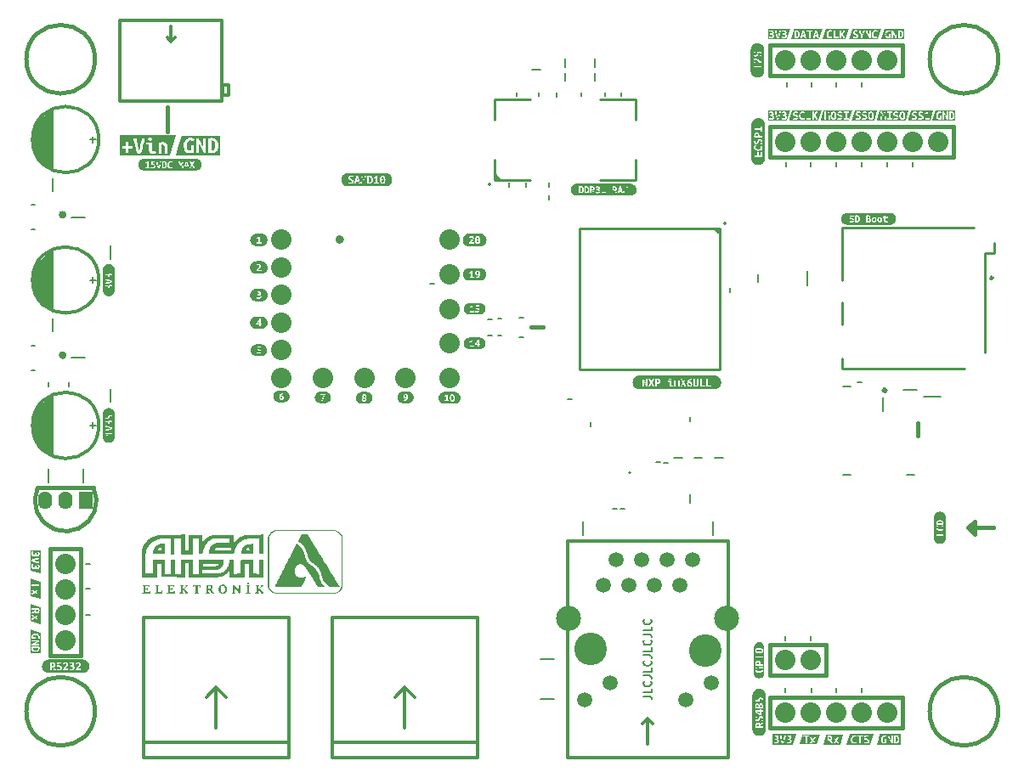
<source format=gbr>
G04 #@! TF.GenerationSoftware,KiCad,Pcbnew,(5.99.0-10577-g57d4347f00)*
G04 #@! TF.CreationDate,2021-05-20T13:27:04+03:00*
G04 #@! TF.ProjectId,imx6ull_tryout,696d7836-756c-46c5-9f74-72796f75742e,rev?*
G04 #@! TF.SameCoordinates,Original*
G04 #@! TF.FileFunction,Legend,Top*
G04 #@! TF.FilePolarity,Positive*
%FSLAX46Y46*%
G04 Gerber Fmt 4.6, Leading zero omitted, Abs format (unit mm)*
G04 Created by KiCad (PCBNEW (5.99.0-10577-g57d4347f00)) date 2021-05-20 13:27:04*
%MOMM*%
%LPD*%
G01*
G04 APERTURE LIST*
%ADD10C,0.200000*%
%ADD11C,0.190500*%
%ADD12C,0.381000*%
%ADD13C,0.350000*%
%ADD14C,0.100000*%
%ADD15C,0.250000*%
%ADD16C,0.120000*%
%ADD17C,0.400000*%
%ADD18C,0.300000*%
%ADD19C,2.032000*%
%ADD20O,2.032000X2.032000*%
%ADD21R,1.397000X1.778000*%
%ADD22O,1.397000X1.778000*%
%ADD23C,3.250000*%
%ADD24C,1.500000*%
%ADD25C,2.500000*%
G04 APERTURE END LIST*
D10*
X140061904Y-137495238D02*
X140633333Y-137495238D01*
X140747619Y-137533333D01*
X140823809Y-137609523D01*
X140861904Y-137723809D01*
X140861904Y-137800000D01*
X140861904Y-136733333D02*
X140861904Y-137114285D01*
X140061904Y-137114285D01*
X140785714Y-136009523D02*
X140823809Y-136047619D01*
X140861904Y-136161904D01*
X140861904Y-136238095D01*
X140823809Y-136352380D01*
X140747619Y-136428571D01*
X140671428Y-136466666D01*
X140519047Y-136504761D01*
X140404761Y-136504761D01*
X140252380Y-136466666D01*
X140176190Y-136428571D01*
X140100000Y-136352380D01*
X140061904Y-136238095D01*
X140061904Y-136161904D01*
X140100000Y-136047619D01*
X140138095Y-136009523D01*
X140061904Y-135438095D02*
X140633333Y-135438095D01*
X140747619Y-135476190D01*
X140823809Y-135552380D01*
X140861904Y-135666666D01*
X140861904Y-135742857D01*
X140861904Y-134676190D02*
X140861904Y-135057142D01*
X140061904Y-135057142D01*
X140785714Y-133952380D02*
X140823809Y-133990476D01*
X140861904Y-134104761D01*
X140861904Y-134180952D01*
X140823809Y-134295238D01*
X140747619Y-134371428D01*
X140671428Y-134409523D01*
X140519047Y-134447619D01*
X140404761Y-134447619D01*
X140252380Y-134409523D01*
X140176190Y-134371428D01*
X140100000Y-134295238D01*
X140061904Y-134180952D01*
X140061904Y-134104761D01*
X140100000Y-133990476D01*
X140138095Y-133952380D01*
X140061904Y-133380952D02*
X140633333Y-133380952D01*
X140747619Y-133419047D01*
X140823809Y-133495238D01*
X140861904Y-133609523D01*
X140861904Y-133685714D01*
X140861904Y-132619047D02*
X140861904Y-133000000D01*
X140061904Y-133000000D01*
X140785714Y-131895238D02*
X140823809Y-131933333D01*
X140861904Y-132047619D01*
X140861904Y-132123809D01*
X140823809Y-132238095D01*
X140747619Y-132314285D01*
X140671428Y-132352380D01*
X140519047Y-132390476D01*
X140404761Y-132390476D01*
X140252380Y-132352380D01*
X140176190Y-132314285D01*
X140100000Y-132238095D01*
X140061904Y-132123809D01*
X140061904Y-132047619D01*
X140100000Y-131933333D01*
X140138095Y-131895238D01*
X140061904Y-131323809D02*
X140633333Y-131323809D01*
X140747619Y-131361904D01*
X140823809Y-131438095D01*
X140861904Y-131552380D01*
X140861904Y-131628571D01*
X140861904Y-130561904D02*
X140861904Y-130942857D01*
X140061904Y-130942857D01*
X140785714Y-129838095D02*
X140823809Y-129876190D01*
X140861904Y-129990476D01*
X140861904Y-130066666D01*
X140823809Y-130180952D01*
X140747619Y-130257142D01*
X140671428Y-130295238D01*
X140519047Y-130333333D01*
X140404761Y-130333333D01*
X140252380Y-130295238D01*
X140176190Y-130257142D01*
X140100000Y-130180952D01*
X140061904Y-130066666D01*
X140061904Y-129990476D01*
X140100000Y-129876190D01*
X140138095Y-129838095D01*
G36*
X123860985Y-91370427D02*
G01*
X123922395Y-91379537D01*
X123982617Y-91394622D01*
X124041070Y-91415536D01*
X124097192Y-91442080D01*
X124150441Y-91473997D01*
X124200306Y-91510979D01*
X124246306Y-91552671D01*
X124287998Y-91598671D01*
X124324981Y-91648536D01*
X124356897Y-91701786D01*
X124383441Y-91757907D01*
X124404356Y-91816360D01*
X124419441Y-91876582D01*
X124428550Y-91937993D01*
X124431596Y-92000000D01*
X124428550Y-92062007D01*
X124419441Y-92123418D01*
X124404356Y-92183640D01*
X124383441Y-92242093D01*
X124356897Y-92298214D01*
X124324981Y-92351464D01*
X124287998Y-92401329D01*
X124246306Y-92447329D01*
X124200306Y-92489021D01*
X124150441Y-92526003D01*
X124097192Y-92557920D01*
X124041070Y-92584464D01*
X123982617Y-92605378D01*
X123922395Y-92620463D01*
X123860985Y-92629573D01*
X123798977Y-92632619D01*
X122701023Y-92632619D01*
X122639015Y-92629573D01*
X122577605Y-92620463D01*
X122517383Y-92605378D01*
X122458930Y-92584464D01*
X122402808Y-92557920D01*
X122349559Y-92526003D01*
X122299694Y-92489021D01*
X122253694Y-92447329D01*
X122212002Y-92401329D01*
X122175019Y-92351464D01*
X122143103Y-92298214D01*
X122116559Y-92242093D01*
X122095644Y-92183640D01*
X122080559Y-92123418D01*
X122071450Y-92062007D01*
X122068404Y-92000000D01*
X122071450Y-91937993D01*
X122080559Y-91876582D01*
X122095644Y-91816360D01*
X122116559Y-91757907D01*
X122137771Y-91713059D01*
X122701122Y-91713059D01*
X122773750Y-91815453D01*
X122848759Y-91759494D01*
X122921387Y-91742825D01*
X122990444Y-91767233D01*
X123017828Y-91836884D01*
X122995802Y-91899987D01*
X122939842Y-91964281D01*
X122904719Y-91998363D01*
X122867214Y-92033933D01*
X122829709Y-92071735D01*
X122794586Y-92112514D01*
X122763630Y-92156716D01*
X122738627Y-92204788D01*
X122722107Y-92257175D01*
X122716600Y-92314325D01*
X122716005Y-92339328D01*
X122718981Y-92369094D01*
X123199994Y-92369094D01*
X123199994Y-92247650D01*
X122883287Y-92247650D01*
X122895789Y-92208359D01*
X122926150Y-92166092D01*
X122964250Y-92125611D01*
X122999969Y-92091678D01*
X123060691Y-92032147D01*
X123088472Y-91998809D01*
X123286909Y-91998809D01*
X123291002Y-92090190D01*
X123303280Y-92169069D01*
X123323744Y-92235446D01*
X123352394Y-92289322D01*
X123402665Y-92342239D01*
X123466165Y-92373989D01*
X123542894Y-92384572D01*
X123619623Y-92373989D01*
X123683123Y-92342239D01*
X123733394Y-92289322D01*
X123762043Y-92235446D01*
X123782507Y-92169069D01*
X123794785Y-92090190D01*
X123798878Y-91998809D01*
X123794785Y-91907987D01*
X123782507Y-91829592D01*
X123762043Y-91763624D01*
X123733394Y-91710083D01*
X123683123Y-91657497D01*
X123619623Y-91625945D01*
X123542894Y-91615428D01*
X123467355Y-91626011D01*
X123404252Y-91657761D01*
X123353584Y-91710678D01*
X123324414Y-91764405D01*
X123303578Y-91830336D01*
X123291077Y-91908471D01*
X123286909Y-91998809D01*
X123088472Y-91998809D01*
X123114269Y-91967853D01*
X123152369Y-91899392D01*
X123166656Y-91826169D01*
X123147606Y-91733895D01*
X123096409Y-91667816D01*
X123022591Y-91628525D01*
X122935675Y-91615428D01*
X122873614Y-91621381D01*
X122811255Y-91639241D01*
X122752468Y-91669602D01*
X122701122Y-91713059D01*
X122137771Y-91713059D01*
X122143103Y-91701786D01*
X122175019Y-91648536D01*
X122212002Y-91598671D01*
X122253694Y-91552671D01*
X122299694Y-91510979D01*
X122349559Y-91473997D01*
X122402808Y-91442080D01*
X122458930Y-91415536D01*
X122517383Y-91394622D01*
X122577605Y-91379537D01*
X122639015Y-91370427D01*
X122701023Y-91367381D01*
X123798977Y-91367381D01*
X123860985Y-91370427D01*
G37*
G36*
X123663213Y-92076928D02*
G01*
X123652696Y-92141420D01*
X123635167Y-92192286D01*
X123596323Y-92241846D01*
X123542894Y-92258366D01*
X123490209Y-92241846D01*
X123451216Y-92192286D01*
X123433356Y-92141420D01*
X123422641Y-92076928D01*
X123419069Y-91998809D01*
X123419618Y-91986903D01*
X123477409Y-91986903D01*
X123495269Y-92042267D01*
X123544084Y-92065484D01*
X123591114Y-92042267D01*
X123609569Y-91986903D01*
X123591114Y-91930944D01*
X123544084Y-91907131D01*
X123495269Y-91930944D01*
X123477409Y-91986903D01*
X123419618Y-91986903D01*
X123422641Y-91921353D01*
X123433356Y-91857257D01*
X123451216Y-91806523D01*
X123490209Y-91756964D01*
X123542894Y-91740444D01*
X123596323Y-91756964D01*
X123635167Y-91806523D01*
X123652696Y-91857257D01*
X123663213Y-91921353D01*
X123666719Y-91998809D01*
X123663213Y-92076928D01*
G37*
G36*
X123852721Y-94813259D02*
G01*
X123913611Y-94822292D01*
X123973323Y-94837249D01*
X124031281Y-94857986D01*
X124086927Y-94884305D01*
X124139726Y-94915952D01*
X124189168Y-94952621D01*
X124234779Y-94993960D01*
X124276118Y-95039570D01*
X124312787Y-95089012D01*
X124344433Y-95141811D01*
X124370752Y-95197458D01*
X124391490Y-95255416D01*
X124406447Y-95315127D01*
X124415479Y-95376018D01*
X124418499Y-95437500D01*
X124415479Y-95498982D01*
X124406447Y-95559873D01*
X124391490Y-95619584D01*
X124370752Y-95677542D01*
X124344433Y-95733189D01*
X124312787Y-95785988D01*
X124276118Y-95835430D01*
X124234779Y-95881040D01*
X124189168Y-95922379D01*
X124139726Y-95959048D01*
X124086927Y-95990695D01*
X124031281Y-96017014D01*
X123973323Y-96037751D01*
X123913611Y-96052708D01*
X123852721Y-96061741D01*
X123791238Y-96064761D01*
X122708762Y-96064761D01*
X122647279Y-96061741D01*
X122586389Y-96052708D01*
X122526677Y-96037751D01*
X122468719Y-96017014D01*
X122413073Y-95990695D01*
X122360274Y-95959048D01*
X122310832Y-95922379D01*
X122265221Y-95881040D01*
X122223882Y-95835430D01*
X122187213Y-95785987D01*
X122155567Y-95733189D01*
X122129248Y-95677542D01*
X122108510Y-95619584D01*
X122093553Y-95559873D01*
X122084521Y-95498982D01*
X122081501Y-95437500D01*
X122084521Y-95376018D01*
X122093553Y-95315127D01*
X122108510Y-95255416D01*
X122117272Y-95230927D01*
X122708861Y-95230927D01*
X122756486Y-95352370D01*
X122829114Y-95323200D01*
X122905314Y-95280933D01*
X122905314Y-95692889D01*
X122750533Y-95692889D01*
X122750533Y-95814333D01*
X123198208Y-95814333D01*
X123198208Y-95692889D01*
X123051761Y-95692889D01*
X123051761Y-95309508D01*
X123300602Y-95309508D01*
X123313698Y-95400591D01*
X123355370Y-95475005D01*
X123429189Y-95525606D01*
X123479195Y-95539447D01*
X123538727Y-95544061D01*
X123622070Y-95523820D01*
X123580101Y-95598086D01*
X123516105Y-95649431D01*
X123436035Y-95679643D01*
X123345845Y-95690508D01*
X123350608Y-95816714D01*
X123446007Y-95809421D01*
X123532178Y-95787544D01*
X123607783Y-95751676D01*
X123671481Y-95702414D01*
X123722529Y-95639757D01*
X123760183Y-95563706D01*
X123783400Y-95474856D01*
X123791139Y-95373802D01*
X123783863Y-95281859D01*
X123762035Y-95204468D01*
X123725655Y-95141630D01*
X123675516Y-95095328D01*
X123612413Y-95067546D01*
X123536345Y-95058286D01*
X123480684Y-95064090D01*
X123432761Y-95081503D01*
X123359537Y-95141034D01*
X123315484Y-95221997D01*
X123300602Y-95309508D01*
X123051761Y-95309508D01*
X123051761Y-95077336D01*
X122951748Y-95077336D01*
X122900552Y-95123770D01*
X122837448Y-95166633D01*
X122770773Y-95203542D01*
X122708861Y-95230927D01*
X122117272Y-95230927D01*
X122129248Y-95197458D01*
X122155567Y-95141811D01*
X122187213Y-95089013D01*
X122223882Y-95039570D01*
X122265221Y-94993960D01*
X122310832Y-94952621D01*
X122360274Y-94915952D01*
X122413073Y-94884305D01*
X122468719Y-94857986D01*
X122526677Y-94837249D01*
X122586389Y-94822292D01*
X122647279Y-94813259D01*
X122708762Y-94810239D01*
X123791238Y-94810239D01*
X123852721Y-94813259D01*
G37*
G36*
X123591709Y-95198780D02*
G01*
X123625047Y-95239261D01*
X123642906Y-95294625D01*
X123648264Y-95354752D01*
X123647669Y-95381541D01*
X123645883Y-95404758D01*
X123605402Y-95417855D01*
X123557777Y-95422617D01*
X123504794Y-95415176D01*
X123469670Y-95392852D01*
X123443477Y-95307127D01*
X123448834Y-95259502D01*
X123465503Y-95220211D01*
X123495269Y-95193422D01*
X123539917Y-95183302D01*
X123591709Y-95198780D01*
G37*
G36*
X102077231Y-99636424D02*
G01*
X102137081Y-99645301D01*
X102195773Y-99660003D01*
X102252741Y-99680386D01*
X102307437Y-99706256D01*
X102359333Y-99737361D01*
X102407931Y-99773404D01*
X102452763Y-99814037D01*
X102493395Y-99858868D01*
X102529438Y-99907466D01*
X102560544Y-99959363D01*
X102586413Y-100014058D01*
X102606796Y-100071026D01*
X102621498Y-100129718D01*
X102630376Y-100189568D01*
X102633345Y-100250000D01*
X102630376Y-100310432D01*
X102621498Y-100370282D01*
X102606796Y-100428974D01*
X102586413Y-100485942D01*
X102560544Y-100540637D01*
X102529438Y-100592534D01*
X102493395Y-100641132D01*
X102452763Y-100685963D01*
X102407931Y-100726596D01*
X102359333Y-100762639D01*
X102307437Y-100793744D01*
X102252741Y-100819614D01*
X102195773Y-100839997D01*
X102137081Y-100854699D01*
X102077231Y-100863576D01*
X102016799Y-100866545D01*
X101483201Y-100866545D01*
X101422769Y-100863576D01*
X101362919Y-100854699D01*
X101304227Y-100839997D01*
X101247259Y-100819614D01*
X101192563Y-100793744D01*
X101140667Y-100762639D01*
X101092069Y-100726596D01*
X101047237Y-100685963D01*
X101006605Y-100641132D01*
X100970562Y-100592534D01*
X100939456Y-100540637D01*
X100913587Y-100485942D01*
X100893204Y-100428974D01*
X100878502Y-100370282D01*
X100873641Y-100337511D01*
X101483300Y-100337511D01*
X101483300Y-100444667D01*
X101790481Y-100444667D01*
X101790481Y-100618498D01*
X101936928Y-100618498D01*
X101936928Y-100444667D01*
X102016700Y-100444667D01*
X102016700Y-100324414D01*
X101936928Y-100324414D01*
X101936928Y-99881502D01*
X101805959Y-99881502D01*
X101758334Y-99932252D01*
X101710709Y-99989253D01*
X101664275Y-100049826D01*
X101620222Y-100111292D01*
X101579145Y-100172461D01*
X101541641Y-100232141D01*
X101509196Y-100287951D01*
X101483300Y-100337511D01*
X100873641Y-100337511D01*
X100869624Y-100310432D01*
X100866655Y-100250000D01*
X100869624Y-100189568D01*
X100878502Y-100129718D01*
X100893204Y-100071026D01*
X100913587Y-100014058D01*
X100939456Y-99959363D01*
X100970562Y-99907466D01*
X101006605Y-99858868D01*
X101047237Y-99814037D01*
X101092069Y-99773404D01*
X101140667Y-99737361D01*
X101192563Y-99706256D01*
X101247259Y-99680386D01*
X101304227Y-99660003D01*
X101362919Y-99645301D01*
X101422769Y-99636424D01*
X101483201Y-99633455D01*
X102016799Y-99633455D01*
X102077231Y-99636424D01*
G37*
G36*
X101790481Y-100324414D02*
G01*
X101623794Y-100324414D01*
X101659513Y-100256548D01*
X101701780Y-100188087D01*
X101746428Y-100123198D01*
X101790481Y-100064858D01*
X101790481Y-100324414D01*
G37*
G36*
X102056185Y-96870427D02*
G01*
X102117595Y-96879537D01*
X102177817Y-96894622D01*
X102236270Y-96915536D01*
X102292392Y-96942080D01*
X102345641Y-96973997D01*
X102395506Y-97010979D01*
X102441506Y-97052671D01*
X102483198Y-97098671D01*
X102520181Y-97148536D01*
X102552097Y-97201786D01*
X102578641Y-97257907D01*
X102599556Y-97316360D01*
X102614641Y-97376582D01*
X102623750Y-97437993D01*
X102626796Y-97500000D01*
X102623750Y-97562007D01*
X102614641Y-97623418D01*
X102599556Y-97683640D01*
X102578641Y-97742093D01*
X102552097Y-97798214D01*
X102520181Y-97851464D01*
X102483198Y-97901329D01*
X102441506Y-97947329D01*
X102395506Y-97989021D01*
X102345641Y-98026003D01*
X102292392Y-98057920D01*
X102236270Y-98084464D01*
X102177817Y-98105378D01*
X102117595Y-98120463D01*
X102056185Y-98129573D01*
X101994177Y-98132619D01*
X101505823Y-98132619D01*
X101443815Y-98129573D01*
X101382405Y-98120463D01*
X101322183Y-98105378D01*
X101263730Y-98084464D01*
X101207608Y-98057920D01*
X101154359Y-98026003D01*
X101104494Y-97989021D01*
X101058494Y-97947329D01*
X101016802Y-97901329D01*
X100979819Y-97851464D01*
X100975400Y-97844091D01*
X101505922Y-97844091D01*
X101542831Y-97857188D01*
X101594623Y-97870284D01*
X101652964Y-97880405D01*
X101710709Y-97884572D01*
X101779468Y-97880256D01*
X101838106Y-97867308D01*
X101886922Y-97846472D01*
X101926213Y-97818492D01*
X101977409Y-97744078D01*
X101994078Y-97650019D01*
X101986190Y-97590190D01*
X101962527Y-97539291D01*
X101924575Y-97498512D01*
X101873825Y-97469044D01*
X101940500Y-97407131D01*
X101965503Y-97322597D01*
X101951216Y-97240444D01*
X101907163Y-97174364D01*
X101831558Y-97130906D01*
X101781700Y-97119298D01*
X101723806Y-97115428D01*
X101660554Y-97120935D01*
X101604148Y-97137455D01*
X101519019Y-97180912D01*
X101571406Y-97288069D01*
X101642248Y-97254136D01*
X101724997Y-97240444D01*
X101792267Y-97263661D01*
X101816675Y-97327359D01*
X101805364Y-97372603D01*
X101776194Y-97401178D01*
X101735712Y-97416656D01*
X101690469Y-97421419D01*
X101635700Y-97421419D01*
X101635700Y-97542863D01*
X101680944Y-97542863D01*
X101746130Y-97548667D01*
X101798816Y-97566080D01*
X101833641Y-97598078D01*
X101845250Y-97647638D01*
X101814889Y-97727409D01*
X101773366Y-97751520D01*
X101709519Y-97759556D01*
X101653113Y-97756282D01*
X101605339Y-97746459D01*
X101534497Y-97721456D01*
X101505922Y-97844091D01*
X100975400Y-97844091D01*
X100947903Y-97798214D01*
X100921359Y-97742093D01*
X100900444Y-97683640D01*
X100885359Y-97623418D01*
X100876250Y-97562007D01*
X100873204Y-97500000D01*
X100876250Y-97437993D01*
X100885359Y-97376582D01*
X100900444Y-97316360D01*
X100921359Y-97257907D01*
X100947903Y-97201786D01*
X100979819Y-97148536D01*
X101016802Y-97098671D01*
X101058494Y-97052671D01*
X101104494Y-97010979D01*
X101154359Y-96973997D01*
X101207608Y-96942080D01*
X101263730Y-96915536D01*
X101322183Y-96894622D01*
X101382405Y-96879537D01*
X101443815Y-96870427D01*
X101505823Y-96867381D01*
X101994177Y-96867381D01*
X102056185Y-96870427D01*
G37*
G36*
X102060784Y-94128129D02*
G01*
X102121443Y-94137127D01*
X102180928Y-94152027D01*
X102238666Y-94172686D01*
X102294101Y-94198905D01*
X102346700Y-94230432D01*
X102395955Y-94266961D01*
X102441392Y-94308143D01*
X102482574Y-94353581D01*
X102519104Y-94402835D01*
X102550630Y-94455434D01*
X102576849Y-94510869D01*
X102597508Y-94568607D01*
X102612408Y-94628092D01*
X102621406Y-94688751D01*
X102624415Y-94750000D01*
X102621406Y-94811249D01*
X102612408Y-94871908D01*
X102597508Y-94931393D01*
X102576849Y-94989131D01*
X102550630Y-95044566D01*
X102519104Y-95097165D01*
X102482574Y-95146419D01*
X102441392Y-95191857D01*
X102395955Y-95233039D01*
X102346700Y-95269568D01*
X102294101Y-95301095D01*
X102238666Y-95327314D01*
X102180928Y-95347973D01*
X102121443Y-95362873D01*
X102060784Y-95371871D01*
X101999535Y-95374880D01*
X101500465Y-95374880D01*
X101439216Y-95371871D01*
X101378557Y-95362873D01*
X101319072Y-95347973D01*
X101261334Y-95327314D01*
X101205899Y-95301095D01*
X101153300Y-95269568D01*
X101104045Y-95233039D01*
X101058608Y-95191857D01*
X101017426Y-95146419D01*
X100980896Y-95097165D01*
X100949370Y-95044566D01*
X100923151Y-94989131D01*
X100902492Y-94931393D01*
X100887592Y-94871908D01*
X100878594Y-94811249D01*
X100875585Y-94750000D01*
X100878594Y-94688751D01*
X100887592Y-94628092D01*
X100902492Y-94568607D01*
X100923151Y-94510869D01*
X100942103Y-94470798D01*
X101500564Y-94470798D01*
X101573192Y-94573192D01*
X101648202Y-94517233D01*
X101720830Y-94500564D01*
X101789886Y-94524972D01*
X101817270Y-94594623D01*
X101795244Y-94657727D01*
X101739284Y-94722020D01*
X101704161Y-94756102D01*
X101666656Y-94791672D01*
X101629152Y-94829474D01*
X101594028Y-94870253D01*
X101563072Y-94914455D01*
X101538069Y-94962527D01*
X101521549Y-95014914D01*
X101516042Y-95072064D01*
X101515447Y-95097067D01*
X101518423Y-95126833D01*
X101999436Y-95126833D01*
X101999436Y-95005389D01*
X101682730Y-95005389D01*
X101695231Y-94966098D01*
X101725592Y-94923831D01*
X101763692Y-94883350D01*
X101799411Y-94849417D01*
X101860133Y-94789886D01*
X101913711Y-94725592D01*
X101951811Y-94657131D01*
X101966098Y-94583908D01*
X101947048Y-94491634D01*
X101895852Y-94425555D01*
X101822033Y-94386264D01*
X101735117Y-94373167D01*
X101673056Y-94379120D01*
X101610697Y-94396980D01*
X101551910Y-94427341D01*
X101500564Y-94470798D01*
X100942103Y-94470798D01*
X100949370Y-94455434D01*
X100980896Y-94402835D01*
X101017426Y-94353581D01*
X101058608Y-94308143D01*
X101104045Y-94266961D01*
X101153300Y-94230432D01*
X101205899Y-94198905D01*
X101261334Y-94172686D01*
X101319072Y-94152027D01*
X101378557Y-94137127D01*
X101439216Y-94128129D01*
X101500465Y-94125120D01*
X101999535Y-94125120D01*
X102060784Y-94128129D01*
G37*
G36*
X102055205Y-91386424D02*
G01*
X102115055Y-91395301D01*
X102173746Y-91410003D01*
X102230714Y-91430386D01*
X102285410Y-91456256D01*
X102337307Y-91487361D01*
X102385905Y-91523404D01*
X102430736Y-91564037D01*
X102471369Y-91608868D01*
X102507411Y-91657466D01*
X102538517Y-91709363D01*
X102564386Y-91764058D01*
X102584770Y-91821026D01*
X102599471Y-91879718D01*
X102608349Y-91939568D01*
X102611318Y-92000000D01*
X102608349Y-92060432D01*
X102599471Y-92120282D01*
X102584770Y-92178974D01*
X102564386Y-92235942D01*
X102538517Y-92290637D01*
X102507411Y-92342534D01*
X102471369Y-92391132D01*
X102430736Y-92435963D01*
X102385905Y-92476596D01*
X102337307Y-92512639D01*
X102285410Y-92543744D01*
X102230714Y-92569614D01*
X102173746Y-92589997D01*
X102115055Y-92604699D01*
X102055205Y-92613576D01*
X101994773Y-92616545D01*
X101505227Y-92616545D01*
X101444795Y-92613576D01*
X101384945Y-92604699D01*
X101326254Y-92589997D01*
X101269286Y-92569614D01*
X101214590Y-92543744D01*
X101162693Y-92512639D01*
X101114095Y-92476596D01*
X101069264Y-92435963D01*
X101028631Y-92391132D01*
X100992589Y-92342534D01*
X100961483Y-92290637D01*
X100935614Y-92235942D01*
X100915230Y-92178974D01*
X100900529Y-92120282D01*
X100891651Y-92060432D01*
X100888682Y-92000000D01*
X100891651Y-91939568D01*
X100900529Y-91879718D01*
X100915230Y-91821026D01*
X100928088Y-91785092D01*
X101505327Y-91785092D01*
X101552952Y-91906536D01*
X101625580Y-91877366D01*
X101701780Y-91835098D01*
X101701780Y-92247055D01*
X101546998Y-92247055D01*
X101546998Y-92368498D01*
X101994673Y-92368498D01*
X101994673Y-92247055D01*
X101848227Y-92247055D01*
X101848227Y-91631502D01*
X101748214Y-91631502D01*
X101697017Y-91677936D01*
X101633914Y-91720798D01*
X101567239Y-91757708D01*
X101505327Y-91785092D01*
X100928088Y-91785092D01*
X100935614Y-91764058D01*
X100961483Y-91709363D01*
X100992589Y-91657466D01*
X101028631Y-91608868D01*
X101069264Y-91564037D01*
X101114095Y-91523404D01*
X101162693Y-91487361D01*
X101214590Y-91456256D01*
X101269286Y-91430386D01*
X101326254Y-91410003D01*
X101384945Y-91395301D01*
X101444795Y-91386424D01*
X101505227Y-91383455D01*
X101994773Y-91383455D01*
X102055205Y-91386424D01*
G37*
G36*
X110576378Y-86671544D02*
G01*
X110510874Y-86661827D01*
X110446637Y-86645737D01*
X110384287Y-86623428D01*
X110324424Y-86595115D01*
X110267624Y-86561070D01*
X110214435Y-86521622D01*
X110165368Y-86477151D01*
X110120897Y-86428084D01*
X110081449Y-86374895D01*
X110066839Y-86350520D01*
X110642625Y-86350520D01*
X110730255Y-86389255D01*
X110798517Y-86404971D01*
X110886465Y-86410210D01*
X110975577Y-86403507D01*
X111010986Y-86393700D01*
X111238255Y-86393700D01*
X111400815Y-86393700D01*
X111436375Y-86212090D01*
X111645925Y-86212090D01*
X111682755Y-86393700D01*
X111850395Y-86393700D01*
X111891035Y-86393700D01*
X112034545Y-86393700D01*
X112028195Y-85782830D01*
X112120905Y-86115570D01*
X112235205Y-86115570D01*
X112331725Y-85782830D01*
X112324105Y-86393700D01*
X112467615Y-86393700D01*
X112464757Y-86293211D01*
X112461265Y-86194945D01*
X112456979Y-86098108D01*
X112451740Y-86001905D01*
X112445390Y-85905544D01*
X112437770Y-85808230D01*
X112429356Y-85709170D01*
X112421498Y-85617730D01*
X112565405Y-85617730D01*
X112565405Y-86384810D01*
X112651130Y-86399415D01*
X112733045Y-86403860D01*
X112809721Y-86398304D01*
X112879730Y-86381635D01*
X112941801Y-86352901D01*
X112994665Y-86311150D01*
X113037686Y-86255746D01*
X113070230Y-86186055D01*
X113090709Y-86101124D01*
X113097535Y-86000000D01*
X113091344Y-85901099D01*
X113072770Y-85817755D01*
X113052797Y-85771400D01*
X113192785Y-85771400D01*
X113243585Y-85900940D01*
X113321055Y-85869825D01*
X113402335Y-85824740D01*
X113402335Y-86264160D01*
X113237235Y-86264160D01*
X113237235Y-86393700D01*
X113714755Y-86393700D01*
X113714755Y-86264160D01*
X113558545Y-86264160D01*
X113558545Y-85998730D01*
X113811275Y-85998730D01*
X113815641Y-86096203D01*
X113828738Y-86180340D01*
X113850566Y-86251143D01*
X113881125Y-86308610D01*
X113934747Y-86365054D01*
X114002481Y-86398921D01*
X114084325Y-86410210D01*
X114166169Y-86398921D01*
X114233903Y-86365054D01*
X114287525Y-86308610D01*
X114318084Y-86251143D01*
X114339913Y-86180340D01*
X114353009Y-86096203D01*
X114357375Y-85998730D01*
X114353009Y-85901853D01*
X114339913Y-85818231D01*
X114318084Y-85747865D01*
X114287525Y-85690755D01*
X114233903Y-85634663D01*
X114166169Y-85601008D01*
X114084325Y-85589790D01*
X114003751Y-85601079D01*
X113936441Y-85634946D01*
X113882395Y-85691390D01*
X113851280Y-85748699D01*
X113829055Y-85819025D01*
X113815720Y-85902369D01*
X113811275Y-85998730D01*
X113558545Y-85998730D01*
X113558545Y-85607570D01*
X113451865Y-85607570D01*
X113397255Y-85657100D01*
X113329945Y-85702820D01*
X113258825Y-85742190D01*
X113192785Y-85771400D01*
X113052797Y-85771400D01*
X113043084Y-85748857D01*
X113003555Y-85693295D01*
X112954184Y-85650909D01*
X112894970Y-85621540D01*
X112827501Y-85604395D01*
X112753365Y-85598680D01*
X112665735Y-85602490D01*
X112565405Y-85617730D01*
X112421498Y-85617730D01*
X112420625Y-85607570D01*
X112291085Y-85607570D01*
X112268225Y-85674880D01*
X112240285Y-85761875D01*
X112208535Y-85858395D01*
X112176785Y-85955550D01*
X112147575Y-85864110D01*
X112117095Y-85766320D01*
X112088520Y-85676150D01*
X112066295Y-85607570D01*
X111936755Y-85607570D01*
X111928341Y-85693612D01*
X111920880Y-85786640D01*
X111914371Y-85884747D01*
X111908815Y-85986030D01*
X111903894Y-86089218D01*
X111899290Y-86193040D01*
X111895004Y-86295275D01*
X111891035Y-86393700D01*
X111850395Y-86393700D01*
X111829440Y-86304571D01*
X111808231Y-86218034D01*
X111786768Y-86134087D01*
X111765051Y-86052730D01*
X111743080Y-85973965D01*
X111715418Y-85878437D01*
X111687676Y-85785529D01*
X111659855Y-85695240D01*
X111631955Y-85607570D01*
X111461775Y-85607570D01*
X111434867Y-85694525D01*
X111407482Y-85783941D01*
X111379622Y-85875818D01*
X111351285Y-85970155D01*
X111328476Y-86048260D01*
X111305768Y-86129667D01*
X111283162Y-86214376D01*
X111260658Y-86302387D01*
X111238255Y-86393700D01*
X111010986Y-86393700D01*
X111048178Y-86383399D01*
X111104270Y-86349885D01*
X111158086Y-86277019D01*
X111176025Y-86179070D01*
X111170627Y-86119856D01*
X111154435Y-86071755D01*
X111099190Y-86000635D01*
X111025530Y-85954915D01*
X110948695Y-85923800D01*
X110899800Y-85904750D01*
X110855350Y-85881255D01*
X110822965Y-85850775D01*
X110810265Y-85810770D01*
X110824094Y-85760676D01*
X110865581Y-85730619D01*
X110934725Y-85720600D01*
X111024260Y-85733300D01*
X111094745Y-85763780D01*
X111140465Y-85643130D01*
X111049660Y-85606300D01*
X110991081Y-85593917D01*
X110923295Y-85589790D01*
X110845472Y-85596704D01*
X110779644Y-85617448D01*
X110725810Y-85652020D01*
X110671994Y-85726315D01*
X110654055Y-85824740D01*
X110674375Y-85918085D01*
X110725810Y-85980950D01*
X110795025Y-86022860D01*
X110868685Y-86052070D01*
X110922025Y-86074295D01*
X110970285Y-86100965D01*
X111005845Y-86134620D01*
X111019815Y-86177800D01*
X111014100Y-86215265D01*
X110993145Y-86248285D01*
X110951870Y-86271145D01*
X110886465Y-86279400D01*
X110823124Y-86274955D01*
X110770260Y-86261620D01*
X110688345Y-86223520D01*
X110642625Y-86350520D01*
X110066839Y-86350520D01*
X110047405Y-86318095D01*
X110019091Y-86258232D01*
X109996782Y-86195882D01*
X109980692Y-86131646D01*
X109970975Y-86066141D01*
X109967726Y-86000000D01*
X109970975Y-85933859D01*
X109980692Y-85868354D01*
X109996782Y-85804118D01*
X110019091Y-85741768D01*
X110047405Y-85681905D01*
X110081449Y-85625105D01*
X110120897Y-85571916D01*
X110165368Y-85522849D01*
X110214435Y-85478378D01*
X110267624Y-85438930D01*
X110324424Y-85404885D01*
X110384287Y-85376572D01*
X110446637Y-85354263D01*
X110510874Y-85338173D01*
X110576378Y-85328456D01*
X110642519Y-85325207D01*
X114357481Y-85325207D01*
X114423622Y-85328456D01*
X114489126Y-85338173D01*
X114553363Y-85354263D01*
X114615713Y-85376572D01*
X114675576Y-85404885D01*
X114732376Y-85438930D01*
X114785565Y-85478378D01*
X114834632Y-85522849D01*
X114879103Y-85571916D01*
X114918551Y-85625105D01*
X114952595Y-85681905D01*
X114980909Y-85741768D01*
X115003218Y-85804118D01*
X115019308Y-85868354D01*
X115029025Y-85933859D01*
X115032274Y-86000000D01*
X115029025Y-86066141D01*
X115019308Y-86131646D01*
X115003218Y-86195882D01*
X114980909Y-86258232D01*
X114952595Y-86318095D01*
X114918551Y-86374895D01*
X114879103Y-86428084D01*
X114834632Y-86477151D01*
X114785565Y-86521622D01*
X114732376Y-86561070D01*
X114675576Y-86595115D01*
X114615713Y-86623428D01*
X114553363Y-86645737D01*
X114489126Y-86661827D01*
X114423622Y-86671544D01*
X114357481Y-86674793D01*
X110642519Y-86674793D01*
X110576378Y-86671544D01*
G37*
G36*
X114212666Y-86082056D02*
G01*
X114201447Y-86150848D01*
X114182750Y-86205105D01*
X114141316Y-86257969D01*
X114084325Y-86275590D01*
X114028128Y-86257969D01*
X113986535Y-86205105D01*
X113967485Y-86150848D01*
X113956055Y-86082056D01*
X113952245Y-85998730D01*
X113952831Y-85986030D01*
X114014475Y-85986030D01*
X114033525Y-86045085D01*
X114085595Y-86069850D01*
X114135760Y-86045085D01*
X114155445Y-85986030D01*
X114135760Y-85926340D01*
X114085595Y-85900940D01*
X114033525Y-85926340D01*
X114014475Y-85986030D01*
X113952831Y-85986030D01*
X113956055Y-85916109D01*
X113967485Y-85847741D01*
X113986535Y-85793625D01*
X114028128Y-85740761D01*
X114084325Y-85723140D01*
X114141316Y-85740761D01*
X114182750Y-85793625D01*
X114201447Y-85847741D01*
X114212666Y-85916109D01*
X114216405Y-85998730D01*
X114212666Y-86082056D01*
G37*
G36*
X112852425Y-85756795D02*
G01*
X112904495Y-85815850D01*
X112931165Y-85900940D01*
X112938785Y-86000000D01*
X112936404Y-86056039D01*
X112929260Y-86107315D01*
X112897510Y-86191770D01*
X112839090Y-86247650D01*
X112749555Y-86267970D01*
X112735585Y-86267970D01*
X112721615Y-86266700D01*
X112721615Y-85738380D01*
X112744475Y-85735205D01*
X112767335Y-85734570D01*
X112852425Y-85756795D01*
G37*
G36*
X111566550Y-85844425D02*
G01*
X111586870Y-85923165D01*
X111604015Y-86001270D01*
X111619255Y-86082550D01*
X111465585Y-86082550D01*
X111481460Y-86001270D01*
X111499240Y-85923165D01*
X111519560Y-85844425D01*
X111543055Y-85759970D01*
X111566550Y-85844425D01*
G37*
G36*
X163057792Y-80116043D02*
G01*
X160832582Y-80116043D01*
X160882239Y-79950520D01*
X161195125Y-79950520D01*
X161282755Y-79989255D01*
X161351017Y-80004971D01*
X161438965Y-80010210D01*
X161528077Y-80003507D01*
X161600678Y-79983399D01*
X161655707Y-79950520D01*
X161830125Y-79950520D01*
X161917755Y-79989255D01*
X161986017Y-80004971D01*
X162073965Y-80010210D01*
X162163077Y-80003507D01*
X162235678Y-79983399D01*
X162291770Y-79949885D01*
X162345586Y-79877019D01*
X162363525Y-79779070D01*
X162358128Y-79719856D01*
X162341935Y-79671755D01*
X162286690Y-79600635D01*
X162283621Y-79598730D01*
X162458775Y-79598730D01*
X162463141Y-79696203D01*
X162476238Y-79780340D01*
X162498066Y-79851143D01*
X162528625Y-79908610D01*
X162582247Y-79965054D01*
X162649981Y-79998921D01*
X162731825Y-80010210D01*
X162813669Y-79998921D01*
X162881403Y-79965054D01*
X162935025Y-79908610D01*
X162965584Y-79851143D01*
X162987413Y-79780340D01*
X163000509Y-79696203D01*
X163004875Y-79598730D01*
X163000509Y-79501853D01*
X162987413Y-79418231D01*
X162965584Y-79347865D01*
X162935025Y-79290755D01*
X162881403Y-79234663D01*
X162813669Y-79201008D01*
X162731825Y-79189790D01*
X162651251Y-79201079D01*
X162583941Y-79234946D01*
X162529895Y-79291390D01*
X162498780Y-79348699D01*
X162476555Y-79419025D01*
X162463220Y-79502369D01*
X162458775Y-79598730D01*
X162283621Y-79598730D01*
X162213030Y-79554915D01*
X162136195Y-79523800D01*
X162087300Y-79504750D01*
X162042850Y-79481255D01*
X162010465Y-79450775D01*
X161997765Y-79410770D01*
X162011594Y-79360676D01*
X162053081Y-79330619D01*
X162122225Y-79320600D01*
X162211760Y-79333300D01*
X162282245Y-79363780D01*
X162327965Y-79243130D01*
X162237160Y-79206300D01*
X162178581Y-79193917D01*
X162110795Y-79189790D01*
X162032972Y-79196704D01*
X161967144Y-79217448D01*
X161913310Y-79252020D01*
X161859494Y-79326315D01*
X161841555Y-79424740D01*
X161861875Y-79518085D01*
X161913310Y-79580950D01*
X161982525Y-79622860D01*
X162056185Y-79652070D01*
X162109525Y-79674295D01*
X162157785Y-79700965D01*
X162193345Y-79734620D01*
X162207315Y-79777800D01*
X162201600Y-79815265D01*
X162180645Y-79848285D01*
X162139370Y-79871145D01*
X162073965Y-79879400D01*
X162010624Y-79874955D01*
X161957760Y-79861620D01*
X161875845Y-79823520D01*
X161830125Y-79950520D01*
X161655707Y-79950520D01*
X161656770Y-79949885D01*
X161710586Y-79877019D01*
X161728525Y-79779070D01*
X161723127Y-79719856D01*
X161706935Y-79671755D01*
X161651690Y-79600635D01*
X161578030Y-79554915D01*
X161501195Y-79523800D01*
X161452300Y-79504750D01*
X161407850Y-79481255D01*
X161375465Y-79450775D01*
X161362765Y-79410770D01*
X161376594Y-79360676D01*
X161418081Y-79330619D01*
X161487225Y-79320600D01*
X161576760Y-79333300D01*
X161647245Y-79363780D01*
X161692965Y-79243130D01*
X161602160Y-79206300D01*
X161543581Y-79193917D01*
X161475795Y-79189790D01*
X161397972Y-79196704D01*
X161332144Y-79217448D01*
X161278310Y-79252020D01*
X161224494Y-79326315D01*
X161206555Y-79424740D01*
X161226875Y-79518085D01*
X161278310Y-79580950D01*
X161347525Y-79622860D01*
X161421185Y-79652070D01*
X161474525Y-79674295D01*
X161522785Y-79700965D01*
X161558345Y-79734620D01*
X161572315Y-79777800D01*
X161566600Y-79815265D01*
X161545645Y-79848285D01*
X161504370Y-79871145D01*
X161438965Y-79879400D01*
X161375624Y-79874955D01*
X161322760Y-79861620D01*
X161240845Y-79823520D01*
X161195125Y-79950520D01*
X160882239Y-79950520D01*
X161142208Y-79083957D01*
X163367418Y-79083957D01*
X163057792Y-80116043D01*
G37*
G36*
X162860166Y-79682056D02*
G01*
X162848947Y-79750848D01*
X162830250Y-79805105D01*
X162788816Y-79857969D01*
X162731825Y-79875590D01*
X162675628Y-79857969D01*
X162634035Y-79805105D01*
X162614985Y-79750848D01*
X162603555Y-79682056D01*
X162599745Y-79598730D01*
X162600331Y-79586030D01*
X162661975Y-79586030D01*
X162681025Y-79645085D01*
X162733095Y-79669850D01*
X162783260Y-79645085D01*
X162802945Y-79586030D01*
X162783260Y-79526340D01*
X162733095Y-79500940D01*
X162681025Y-79526340D01*
X162661975Y-79586030D01*
X162600331Y-79586030D01*
X162603555Y-79516109D01*
X162614985Y-79447741D01*
X162634035Y-79393625D01*
X162675628Y-79340761D01*
X162731825Y-79323140D01*
X162788816Y-79340761D01*
X162830250Y-79393625D01*
X162848947Y-79447741D01*
X162860166Y-79516109D01*
X162863905Y-79598730D01*
X162860166Y-79682056D01*
G37*
D11*
X148700000Y-96800000D02*
X148700000Y-97200000D01*
X156700000Y-131500000D02*
X156700000Y-131900000D01*
X135250000Y-75350000D02*
X135250000Y-76150000D01*
G36*
X116661394Y-107117376D02*
G01*
X116718224Y-107125806D01*
X116773955Y-107139765D01*
X116828050Y-107159121D01*
X116879986Y-107183685D01*
X116929265Y-107213221D01*
X116975412Y-107247446D01*
X117017981Y-107286029D01*
X117056564Y-107328599D01*
X117090789Y-107374745D01*
X117120325Y-107424024D01*
X117144889Y-107475960D01*
X117164245Y-107530055D01*
X117178205Y-107585786D01*
X117186635Y-107642616D01*
X117189454Y-107700000D01*
X117186635Y-107757384D01*
X117178205Y-107814214D01*
X117164245Y-107869945D01*
X117144889Y-107924040D01*
X117120325Y-107975976D01*
X117090789Y-108025255D01*
X117056564Y-108071401D01*
X117017981Y-108113971D01*
X116975412Y-108152554D01*
X116929265Y-108186779D01*
X116879986Y-108216315D01*
X116828050Y-108240879D01*
X116773955Y-108260235D01*
X116718224Y-108274194D01*
X116661394Y-108282624D01*
X116604010Y-108285444D01*
X116145990Y-108285444D01*
X116088606Y-108282624D01*
X116031776Y-108274194D01*
X115976045Y-108260235D01*
X115921950Y-108240879D01*
X115870014Y-108216315D01*
X115820735Y-108186779D01*
X115774588Y-108152554D01*
X115732019Y-108113971D01*
X115693436Y-108071401D01*
X115659211Y-108025255D01*
X115629675Y-107975976D01*
X115605111Y-107924040D01*
X115585755Y-107869945D01*
X115571795Y-107814214D01*
X115563365Y-107757384D01*
X115560546Y-107700000D01*
X115563365Y-107642616D01*
X115571795Y-107585786D01*
X115573109Y-107580541D01*
X116146082Y-107580541D01*
X116158306Y-107665551D01*
X116197200Y-107735004D01*
X116266097Y-107782233D01*
X116312770Y-107795151D01*
X116368332Y-107799457D01*
X116446120Y-107780566D01*
X116406948Y-107849880D01*
X116347219Y-107897803D01*
X116272487Y-107926000D01*
X116188310Y-107936141D01*
X116192755Y-108053933D01*
X116281794Y-108047127D01*
X116362221Y-108026708D01*
X116432785Y-107993231D01*
X116492237Y-107947253D01*
X116539882Y-107888774D01*
X116575025Y-107817793D01*
X116596694Y-107734865D01*
X116603917Y-107640548D01*
X116597127Y-107554735D01*
X116576754Y-107482504D01*
X116542799Y-107423854D01*
X116496003Y-107380639D01*
X116437107Y-107354710D01*
X116366110Y-107346067D01*
X116314159Y-107351484D01*
X116269431Y-107367736D01*
X116201089Y-107423299D01*
X116159973Y-107498864D01*
X116146082Y-107580541D01*
X115573109Y-107580541D01*
X115585755Y-107530055D01*
X115605111Y-107475960D01*
X115629675Y-107424024D01*
X115659211Y-107374745D01*
X115693436Y-107328599D01*
X115732019Y-107286029D01*
X115774588Y-107247446D01*
X115820735Y-107213221D01*
X115870014Y-107183685D01*
X115921950Y-107159121D01*
X115976045Y-107139765D01*
X116031776Y-107125806D01*
X116088606Y-107117376D01*
X116145990Y-107114556D01*
X116604010Y-107114556D01*
X116661394Y-107117376D01*
G37*
G36*
X116417783Y-107477194D02*
G01*
X116448898Y-107514977D01*
X116465567Y-107566650D01*
X116470567Y-107622768D01*
X116470012Y-107647771D01*
X116468345Y-107669441D01*
X116430562Y-107681664D01*
X116386112Y-107686109D01*
X116336662Y-107679164D01*
X116303880Y-107658328D01*
X116279432Y-107578318D01*
X116284433Y-107533868D01*
X116299991Y-107497197D01*
X116327772Y-107472194D01*
X116369444Y-107462748D01*
X116417783Y-107477194D01*
G37*
G36*
X80016043Y-122944004D02*
G01*
X80016043Y-125255996D01*
X78983957Y-124946370D01*
X78983957Y-124538277D01*
X79089790Y-124538277D01*
X79094394Y-124611620D01*
X79108205Y-124674167D01*
X79130430Y-124726237D01*
X79160275Y-124768147D01*
X79239650Y-124822757D01*
X79339980Y-124840537D01*
X79403797Y-124832123D01*
X79458090Y-124806882D01*
X79501588Y-124766401D01*
X79533020Y-124712267D01*
X79599060Y-124783387D01*
X79689230Y-124810057D01*
X79776860Y-124794817D01*
X79847345Y-124747827D01*
X79893700Y-124667182D01*
X79906083Y-124614001D01*
X79910210Y-124552247D01*
X79904336Y-124484778D01*
X79886715Y-124424612D01*
X79840360Y-124333807D01*
X79726060Y-124389687D01*
X79762255Y-124465252D01*
X79776860Y-124553517D01*
X79752095Y-124625272D01*
X79684150Y-124651307D01*
X79635890Y-124639242D01*
X79605410Y-124608127D01*
X79588900Y-124564947D01*
X79583820Y-124516687D01*
X79583820Y-124458267D01*
X79454280Y-124458267D01*
X79454280Y-124506527D01*
X79448089Y-124576060D01*
X79429515Y-124632257D01*
X79395384Y-124669405D01*
X79342520Y-124681787D01*
X79257430Y-124649402D01*
X79231712Y-124605111D01*
X79223140Y-124537007D01*
X79226632Y-124476841D01*
X79237110Y-124425882D01*
X79263780Y-124350317D01*
X79132970Y-124319837D01*
X79119000Y-124359207D01*
X79105030Y-124414452D01*
X79094235Y-124476682D01*
X79089790Y-124538277D01*
X78983957Y-124538277D01*
X78983957Y-124030277D01*
X79106300Y-124030277D01*
X79173963Y-124054548D01*
X79243178Y-124078255D01*
X79313945Y-124101397D01*
X79385065Y-124123622D01*
X79455338Y-124144577D01*
X79524765Y-124164262D01*
X79625889Y-124191250D01*
X79722250Y-124215062D01*
X79811785Y-124235541D01*
X79892430Y-124252527D01*
X79892430Y-124088697D01*
X79826390Y-124077267D01*
X79750190Y-124063297D01*
X79667799Y-124047422D01*
X79583185Y-124030277D01*
X79498095Y-124011862D01*
X79414275Y-123992177D01*
X79335694Y-123971857D01*
X79266320Y-123951537D01*
X79336646Y-123931058D01*
X79415545Y-123910262D01*
X79499365Y-123889942D01*
X79584455Y-123870892D01*
X79668910Y-123853271D01*
X79750825Y-123837237D01*
X79826549Y-123823902D01*
X79892430Y-123814377D01*
X79892430Y-123649277D01*
X79821310Y-123663882D01*
X79732410Y-123684837D01*
X79665876Y-123701629D01*
X79596661Y-123719833D01*
X79524765Y-123739447D01*
X79451458Y-123760190D01*
X79378009Y-123781780D01*
X79304420Y-123804217D01*
X79199645Y-123837554D01*
X79106300Y-123868987D01*
X79106300Y-124030277D01*
X78983957Y-124030277D01*
X78983957Y-123268277D01*
X79089790Y-123268277D01*
X79094394Y-123341619D01*
X79108205Y-123404167D01*
X79130430Y-123456237D01*
X79160275Y-123498147D01*
X79239650Y-123552757D01*
X79339980Y-123570537D01*
X79403797Y-123562123D01*
X79458090Y-123536882D01*
X79501588Y-123496401D01*
X79533020Y-123442267D01*
X79599060Y-123513387D01*
X79689230Y-123540057D01*
X79776860Y-123524817D01*
X79847345Y-123477827D01*
X79893700Y-123397182D01*
X79906083Y-123344001D01*
X79910210Y-123282247D01*
X79904336Y-123214778D01*
X79886715Y-123154612D01*
X79840360Y-123063807D01*
X79726060Y-123119687D01*
X79762255Y-123195252D01*
X79776860Y-123283517D01*
X79752095Y-123355272D01*
X79684150Y-123381307D01*
X79635890Y-123369242D01*
X79605410Y-123338127D01*
X79588900Y-123294947D01*
X79583820Y-123246687D01*
X79583820Y-123188267D01*
X79454280Y-123188267D01*
X79454280Y-123236527D01*
X79448089Y-123306059D01*
X79429515Y-123362257D01*
X79395384Y-123399404D01*
X79342520Y-123411787D01*
X79257430Y-123379402D01*
X79231712Y-123335111D01*
X79223140Y-123267007D01*
X79226632Y-123206841D01*
X79237110Y-123155882D01*
X79263780Y-123080317D01*
X79132970Y-123049837D01*
X79119000Y-123089207D01*
X79105030Y-123144452D01*
X79094235Y-123206682D01*
X79089790Y-123268277D01*
X78983957Y-123268277D01*
X78983957Y-122944004D01*
X80016043Y-122944004D01*
G37*
G36*
X168653982Y-80116043D02*
G01*
X166436392Y-80116043D01*
X166486049Y-79950520D01*
X166798935Y-79950520D01*
X166886565Y-79989255D01*
X166954827Y-80004971D01*
X167042775Y-80010210D01*
X167131887Y-80003507D01*
X167204488Y-79983399D01*
X167259517Y-79950520D01*
X167433935Y-79950520D01*
X167521565Y-79989255D01*
X167589827Y-80004971D01*
X167677775Y-80010210D01*
X167766887Y-80003507D01*
X167839488Y-79983399D01*
X167895580Y-79949885D01*
X167949396Y-79877019D01*
X167967335Y-79779070D01*
X167961938Y-79719856D01*
X167945745Y-79671755D01*
X167890500Y-79600635D01*
X167816840Y-79554915D01*
X167740005Y-79523800D01*
X167691110Y-79504750D01*
X167646660Y-79481255D01*
X167614275Y-79450775D01*
X167601575Y-79410770D01*
X167612444Y-79371400D01*
X168079095Y-79371400D01*
X168129895Y-79500940D01*
X168207365Y-79469825D01*
X168288645Y-79424740D01*
X168288645Y-79864160D01*
X168123545Y-79864160D01*
X168123545Y-79993700D01*
X168601065Y-79993700D01*
X168601065Y-79864160D01*
X168444855Y-79864160D01*
X168444855Y-79207570D01*
X168338175Y-79207570D01*
X168283565Y-79257100D01*
X168216255Y-79302820D01*
X168145135Y-79342190D01*
X168079095Y-79371400D01*
X167612444Y-79371400D01*
X167615404Y-79360676D01*
X167656891Y-79330619D01*
X167726035Y-79320600D01*
X167815570Y-79333300D01*
X167886055Y-79363780D01*
X167931775Y-79243130D01*
X167840970Y-79206300D01*
X167782391Y-79193917D01*
X167714605Y-79189790D01*
X167636782Y-79196704D01*
X167570954Y-79217448D01*
X167517120Y-79252020D01*
X167463304Y-79326315D01*
X167445365Y-79424740D01*
X167465685Y-79518085D01*
X167517120Y-79580950D01*
X167586335Y-79622860D01*
X167659995Y-79652070D01*
X167713335Y-79674295D01*
X167761595Y-79700965D01*
X167797155Y-79734620D01*
X167811125Y-79777800D01*
X167805410Y-79815265D01*
X167784455Y-79848285D01*
X167743180Y-79871145D01*
X167677775Y-79879400D01*
X167614434Y-79874955D01*
X167561570Y-79861620D01*
X167479655Y-79823520D01*
X167433935Y-79950520D01*
X167259517Y-79950520D01*
X167260580Y-79949885D01*
X167314396Y-79877019D01*
X167332335Y-79779070D01*
X167326937Y-79719856D01*
X167310745Y-79671755D01*
X167255500Y-79600635D01*
X167181840Y-79554915D01*
X167105005Y-79523800D01*
X167056110Y-79504750D01*
X167011660Y-79481255D01*
X166979275Y-79450775D01*
X166966575Y-79410770D01*
X166980404Y-79360676D01*
X167021891Y-79330619D01*
X167091035Y-79320600D01*
X167180570Y-79333300D01*
X167251055Y-79363780D01*
X167296775Y-79243130D01*
X167205970Y-79206300D01*
X167147391Y-79193917D01*
X167079605Y-79189790D01*
X167001782Y-79196704D01*
X166935954Y-79217448D01*
X166882120Y-79252020D01*
X166828304Y-79326315D01*
X166810365Y-79424740D01*
X166830685Y-79518085D01*
X166882120Y-79580950D01*
X166951335Y-79622860D01*
X167024995Y-79652070D01*
X167078335Y-79674295D01*
X167126595Y-79700965D01*
X167162155Y-79734620D01*
X167176125Y-79777800D01*
X167170410Y-79815265D01*
X167149455Y-79848285D01*
X167108180Y-79871145D01*
X167042775Y-79879400D01*
X166979434Y-79874955D01*
X166926570Y-79861620D01*
X166844655Y-79823520D01*
X166798935Y-79950520D01*
X166486049Y-79950520D01*
X166746018Y-79083957D01*
X168963608Y-79083957D01*
X168653982Y-80116043D01*
G37*
X154400000Y-76300000D02*
X154400000Y-76700000D01*
X132900000Y-107900000D02*
X132500000Y-107900000D01*
X135250000Y-73950000D02*
X135250000Y-74750000D01*
X129000000Y-75050000D02*
X129800000Y-75050000D01*
X141315000Y-114190000D02*
X141715000Y-114190000D01*
G36*
X97252337Y-82143991D02*
G01*
X97349968Y-82254719D01*
X97399974Y-82414262D01*
X97414262Y-82600000D01*
X97409797Y-82705073D01*
X97396403Y-82801216D01*
X97336871Y-82959569D01*
X97227334Y-83064344D01*
X97059456Y-83102444D01*
X97033262Y-83102444D01*
X97007068Y-83100062D01*
X97007068Y-82109462D01*
X97049931Y-82103509D01*
X97092793Y-82102319D01*
X97252337Y-82143991D01*
G37*
G36*
X94070193Y-81632419D02*
G01*
X97910356Y-81632419D01*
X97910356Y-83567581D01*
X93489644Y-83567581D01*
X93779919Y-82600000D01*
X94268631Y-82600000D01*
X94279346Y-82778891D01*
X94311493Y-82934566D01*
X94363285Y-83066725D01*
X94432937Y-83175072D01*
X94519555Y-83259606D01*
X94622246Y-83320328D01*
X94739820Y-83356940D01*
X94871087Y-83369144D01*
X95016641Y-83363191D01*
X95138977Y-83345331D01*
X95302093Y-83302469D01*
X95302093Y-82566662D01*
X95009199Y-82566662D01*
X95009199Y-83104825D01*
X94952049Y-83111969D01*
X94894899Y-83114350D01*
X94752620Y-83083096D01*
X94649631Y-82989334D01*
X94603329Y-82890513D01*
X94575547Y-82760734D01*
X94566287Y-82600000D01*
X94571347Y-82490760D01*
X94586527Y-82391641D01*
X94653202Y-82229716D01*
X94771074Y-82123750D01*
X94947287Y-82085650D01*
X95104449Y-82111844D01*
X95233037Y-82171375D01*
X95309237Y-81938012D01*
X95260421Y-81909437D01*
X95178268Y-81873719D01*
X95140549Y-81864194D01*
X95504499Y-81864194D01*
X95504499Y-83338188D01*
X95768818Y-83338188D01*
X95768818Y-82359494D01*
X95857321Y-82522874D01*
X95941856Y-82685990D01*
X96022421Y-82848841D01*
X96099018Y-83011692D01*
X96171646Y-83174807D01*
X96240306Y-83338188D01*
X96476049Y-83338188D01*
X96476049Y-81883244D01*
X96714174Y-81883244D01*
X96714174Y-83321519D01*
X96874909Y-83348903D01*
X97028499Y-83357238D01*
X97172267Y-83346820D01*
X97303534Y-83315566D01*
X97419917Y-83261690D01*
X97519037Y-83183406D01*
X97599702Y-83079524D01*
X97660721Y-82948853D01*
X97699119Y-82789607D01*
X97711918Y-82600000D01*
X97700310Y-82414560D01*
X97665484Y-82258291D01*
X97609822Y-82129108D01*
X97535706Y-82024928D01*
X97443135Y-81945454D01*
X97332109Y-81890387D01*
X97205605Y-81858241D01*
X97066599Y-81847525D01*
X96902293Y-81854669D01*
X96714174Y-81883244D01*
X96476049Y-81883244D01*
X96476049Y-81864194D01*
X96211731Y-81864194D01*
X96211731Y-82771450D01*
X96169761Y-82678581D01*
X96120053Y-82571425D01*
X96064093Y-82455339D01*
X96003371Y-82335681D01*
X95939375Y-82213940D01*
X95873593Y-82091603D01*
X95806918Y-81973434D01*
X95740243Y-81864194D01*
X95504499Y-81864194D01*
X95140549Y-81864194D01*
X95060396Y-81843953D01*
X94906806Y-81830856D01*
X94777623Y-81843060D01*
X94656774Y-81879672D01*
X94547832Y-81940691D01*
X94454368Y-82026119D01*
X94377573Y-82135359D01*
X94318637Y-82267816D01*
X94281132Y-82422895D01*
X94268631Y-82600000D01*
X93779919Y-82600000D01*
X94070193Y-81632419D01*
G37*
X132250000Y-73950000D02*
X132250000Y-74750000D01*
X124950000Y-101550000D02*
X124550000Y-101550000D01*
X119200000Y-96400000D02*
X118800000Y-96400000D01*
X134000000Y-121400000D02*
X134000000Y-120100000D01*
X130660000Y-87600000D02*
X130660000Y-88000000D01*
D12*
X152696000Y-80676000D02*
X170984000Y-80676000D01*
X170984000Y-80676000D02*
X170984000Y-83724000D01*
X152696000Y-83724000D02*
X152696000Y-80676000D01*
X170984000Y-83724000D02*
X152696000Y-83724000D01*
D11*
X128400000Y-86300000D02*
X128400000Y-86700000D01*
X163891291Y-109050000D02*
X163891291Y-107750000D01*
X138200000Y-118840000D02*
X137800000Y-118840000D01*
G36*
X160630720Y-141283957D02*
G01*
X162971922Y-141283957D01*
X162662296Y-142316043D01*
X160321094Y-142316043D01*
X160475907Y-141800000D01*
X160736553Y-141800000D01*
X160742030Y-141892789D01*
X160758460Y-141974308D01*
X160785845Y-142044554D01*
X160824183Y-142103530D01*
X160891352Y-142162797D01*
X160976019Y-142198357D01*
X161078183Y-142210210D01*
X161147557Y-142205924D01*
X161208358Y-142193065D01*
X161297893Y-142155600D01*
X161258523Y-142032410D01*
X161194388Y-142060350D01*
X161093423Y-142074320D01*
X161002777Y-142056381D01*
X160941658Y-142002565D01*
X160915905Y-141947743D01*
X160900454Y-141878952D01*
X160895303Y-141796190D01*
X160899589Y-141725070D01*
X160912448Y-141666650D01*
X160956898Y-141583465D01*
X161019128Y-141539015D01*
X161090883Y-141525680D01*
X161185498Y-141539015D01*
X161255983Y-141571400D01*
X161296623Y-141446940D01*
X161270588Y-141431700D01*
X161228043Y-141412650D01*
X161209145Y-141407570D01*
X161369013Y-141407570D01*
X161369013Y-141537110D01*
X161576023Y-141537110D01*
X161576023Y-142193700D01*
X161733503Y-142193700D01*
X161733503Y-142150520D01*
X162023063Y-142150520D01*
X162110693Y-142189255D01*
X162178956Y-142204971D01*
X162266903Y-142210210D01*
X162356015Y-142203507D01*
X162428616Y-142183399D01*
X162484708Y-142149885D01*
X162538524Y-142077019D01*
X162556463Y-141979070D01*
X162551066Y-141919856D01*
X162534873Y-141871755D01*
X162479628Y-141800635D01*
X162405968Y-141754915D01*
X162329133Y-141723800D01*
X162280238Y-141704750D01*
X162235788Y-141681255D01*
X162203403Y-141650775D01*
X162190703Y-141610770D01*
X162204532Y-141560676D01*
X162246019Y-141530619D01*
X162315163Y-141520600D01*
X162404698Y-141533300D01*
X162475183Y-141563780D01*
X162520903Y-141443130D01*
X162430098Y-141406300D01*
X162371519Y-141393917D01*
X162303733Y-141389790D01*
X162225910Y-141396704D01*
X162160082Y-141417448D01*
X162106248Y-141452020D01*
X162052432Y-141526315D01*
X162034493Y-141624740D01*
X162054813Y-141718085D01*
X162106248Y-141780950D01*
X162175463Y-141822860D01*
X162249123Y-141852070D01*
X162302463Y-141874295D01*
X162350723Y-141900965D01*
X162386283Y-141934620D01*
X162400253Y-141977800D01*
X162394538Y-142015265D01*
X162373583Y-142048285D01*
X162332308Y-142071145D01*
X162266903Y-142079400D01*
X162203562Y-142074955D01*
X162150698Y-142061620D01*
X162068783Y-142023520D01*
X162023063Y-142150520D01*
X161733503Y-142150520D01*
X161733503Y-141537110D01*
X161940513Y-141537110D01*
X161940513Y-141407570D01*
X161369013Y-141407570D01*
X161209145Y-141407570D01*
X161168988Y-141396775D01*
X161093423Y-141389790D01*
X161018969Y-141396616D01*
X160950548Y-141417095D01*
X160889588Y-141450750D01*
X160837518Y-141497105D01*
X160795132Y-141555684D01*
X160763223Y-141626010D01*
X160743220Y-141707607D01*
X160736553Y-141800000D01*
X160475907Y-141800000D01*
X160630720Y-141283957D01*
G37*
D12*
X84024000Y-122766000D02*
X84024000Y-133434000D01*
X80976000Y-122766000D02*
X84024000Y-122766000D01*
X84024000Y-133434000D02*
X80976000Y-133434000D01*
X80976000Y-133434000D02*
X80976000Y-122766000D01*
D11*
X167953791Y-107600000D02*
X169703791Y-107600000D01*
X125950000Y-101550000D02*
X125550000Y-101550000D01*
X134800000Y-110600000D02*
X134800000Y-110200000D01*
X147000000Y-120100000D02*
X147000000Y-121400000D01*
X148000000Y-113700000D02*
X147200000Y-113700000D01*
X137400000Y-118840000D02*
X137000000Y-118840000D01*
G36*
X165919810Y-79347270D02*
G01*
X165957275Y-79405690D01*
X165975055Y-79492685D01*
X165978389Y-79544596D01*
X165979500Y-79600000D01*
X165978389Y-79655245D01*
X165975055Y-79706680D01*
X165957275Y-79793675D01*
X165919175Y-79852730D01*
X165855040Y-79874320D01*
X165790270Y-79852730D01*
X165752805Y-79794310D01*
X165735025Y-79707315D01*
X165731691Y-79655404D01*
X165730580Y-79600000D01*
X165731691Y-79544755D01*
X165735025Y-79493320D01*
X165752805Y-79406325D01*
X165790270Y-79347270D01*
X165855040Y-79325680D01*
X165919810Y-79347270D01*
G37*
G36*
X163608833Y-79083957D02*
G01*
X166500793Y-79083957D01*
X166191167Y-80116043D01*
X163299207Y-80116043D01*
X163335910Y-79993700D01*
X163661750Y-79993700D01*
X163805260Y-79993700D01*
X163798910Y-79382830D01*
X163891620Y-79715570D01*
X164005920Y-79715570D01*
X164102440Y-79382830D01*
X164094820Y-79993700D01*
X164238330Y-79993700D01*
X164235472Y-79893211D01*
X164231980Y-79794945D01*
X164227694Y-79698108D01*
X164222455Y-79601905D01*
X164216105Y-79505544D01*
X164208485Y-79408230D01*
X164200071Y-79309170D01*
X164191340Y-79207570D01*
X164336120Y-79207570D01*
X164336120Y-79337110D01*
X164507570Y-79337110D01*
X164507570Y-79864160D01*
X164336120Y-79864160D01*
X164336120Y-79993700D01*
X164835230Y-79993700D01*
X164835230Y-79950520D01*
X164953340Y-79950520D01*
X165040970Y-79989255D01*
X165109233Y-80004971D01*
X165197180Y-80010210D01*
X165286292Y-80003507D01*
X165358893Y-79983399D01*
X165414985Y-79949885D01*
X165468801Y-79877019D01*
X165486740Y-79779070D01*
X165481343Y-79719856D01*
X165465150Y-79671755D01*
X165409905Y-79600635D01*
X165408882Y-79600000D01*
X165571830Y-79600000D01*
X165576394Y-79695369D01*
X165590086Y-79778276D01*
X165612907Y-79848722D01*
X165644855Y-79906705D01*
X165700806Y-79964208D01*
X165771291Y-79998709D01*
X165856310Y-80010210D01*
X165939283Y-79998709D01*
X166008710Y-79964208D01*
X166064590Y-79906705D01*
X166096816Y-79848722D01*
X166119835Y-79778276D01*
X166133646Y-79695369D01*
X166138250Y-79600000D01*
X166133726Y-79504631D01*
X166120153Y-79421724D01*
X166097531Y-79351278D01*
X166065860Y-79293295D01*
X166010262Y-79235792D01*
X165939989Y-79201291D01*
X165855040Y-79189790D01*
X165772631Y-79201291D01*
X165703204Y-79235792D01*
X165646760Y-79293295D01*
X165613978Y-79351278D01*
X165590563Y-79421724D01*
X165576513Y-79504631D01*
X165571830Y-79600000D01*
X165408882Y-79600000D01*
X165336245Y-79554915D01*
X165259410Y-79523800D01*
X165210515Y-79504750D01*
X165166065Y-79481255D01*
X165133680Y-79450775D01*
X165120980Y-79410770D01*
X165134809Y-79360676D01*
X165176296Y-79330619D01*
X165245440Y-79320600D01*
X165334975Y-79333300D01*
X165405460Y-79363780D01*
X165451180Y-79243130D01*
X165360375Y-79206300D01*
X165301796Y-79193917D01*
X165234010Y-79189790D01*
X165156187Y-79196704D01*
X165090359Y-79217448D01*
X165036525Y-79252020D01*
X164982709Y-79326315D01*
X164964770Y-79424740D01*
X164985090Y-79518085D01*
X165036525Y-79580950D01*
X165105740Y-79622860D01*
X165179400Y-79652070D01*
X165232740Y-79674295D01*
X165281000Y-79700965D01*
X165316560Y-79734620D01*
X165330530Y-79777800D01*
X165324815Y-79815265D01*
X165303860Y-79848285D01*
X165262585Y-79871145D01*
X165197180Y-79879400D01*
X165133839Y-79874955D01*
X165080975Y-79861620D01*
X164999060Y-79823520D01*
X164953340Y-79950520D01*
X164835230Y-79950520D01*
X164835230Y-79864160D01*
X164665050Y-79864160D01*
X164665050Y-79337110D01*
X164835230Y-79337110D01*
X164835230Y-79207570D01*
X164336120Y-79207570D01*
X164191340Y-79207570D01*
X164061800Y-79207570D01*
X164038940Y-79274880D01*
X164011000Y-79361875D01*
X163979250Y-79458395D01*
X163947500Y-79555550D01*
X163918290Y-79464110D01*
X163887810Y-79366320D01*
X163859235Y-79276150D01*
X163837010Y-79207570D01*
X163707470Y-79207570D01*
X163699056Y-79293612D01*
X163691595Y-79386640D01*
X163685086Y-79484747D01*
X163679530Y-79586030D01*
X163674609Y-79689218D01*
X163670005Y-79793040D01*
X163665719Y-79895275D01*
X163661750Y-79993700D01*
X163335910Y-79993700D01*
X163608833Y-79083957D01*
G37*
G36*
X157278207Y-71343155D02*
G01*
X157298527Y-71421895D01*
X157315672Y-71500000D01*
X157330912Y-71581280D01*
X157177242Y-71581280D01*
X157193117Y-71500000D01*
X157210897Y-71421895D01*
X157231217Y-71343155D01*
X157254712Y-71258700D01*
X157278207Y-71343155D01*
G37*
G36*
X155389082Y-71255525D02*
G01*
X155441152Y-71314580D01*
X155467822Y-71399670D01*
X155475442Y-71498730D01*
X155473061Y-71554769D01*
X155465917Y-71606045D01*
X155434167Y-71690500D01*
X155375747Y-71746380D01*
X155286212Y-71766700D01*
X155272242Y-71766700D01*
X155258272Y-71765430D01*
X155258272Y-71237110D01*
X155281132Y-71233935D01*
X155303992Y-71233300D01*
X155389082Y-71255525D01*
G37*
G36*
X156008207Y-71343155D02*
G01*
X156028527Y-71421895D01*
X156045672Y-71500000D01*
X156060912Y-71581280D01*
X155907242Y-71581280D01*
X155923117Y-71500000D01*
X155940897Y-71421895D01*
X155961217Y-71343155D01*
X155984712Y-71258700D01*
X156008207Y-71343155D01*
G37*
G36*
X157920023Y-70991577D02*
G01*
X157614969Y-72008423D01*
X154744091Y-72008423D01*
X155011680Y-71116460D01*
X155102062Y-71116460D01*
X155102062Y-71883540D01*
X155187787Y-71898145D01*
X155269702Y-71902590D01*
X155346378Y-71897034D01*
X155365715Y-71892430D01*
X155679912Y-71892430D01*
X155842472Y-71892430D01*
X155878032Y-71710820D01*
X156087582Y-71710820D01*
X156124412Y-71892430D01*
X156292052Y-71892430D01*
X156271097Y-71803301D01*
X156249888Y-71716764D01*
X156228425Y-71632817D01*
X156206708Y-71551460D01*
X156184737Y-71472695D01*
X156157075Y-71377167D01*
X156129333Y-71284259D01*
X156101512Y-71193970D01*
X156073612Y-71106300D01*
X156335232Y-71106300D01*
X156335232Y-71235840D01*
X156542242Y-71235840D01*
X156542242Y-71892430D01*
X156699722Y-71892430D01*
X156949912Y-71892430D01*
X157112472Y-71892430D01*
X157148032Y-71710820D01*
X157357582Y-71710820D01*
X157394412Y-71892430D01*
X157562052Y-71892430D01*
X157541097Y-71803301D01*
X157519888Y-71716764D01*
X157498425Y-71632817D01*
X157476708Y-71551460D01*
X157454737Y-71472695D01*
X157427075Y-71377167D01*
X157399333Y-71284259D01*
X157371512Y-71193970D01*
X157343612Y-71106300D01*
X157173432Y-71106300D01*
X157146524Y-71193255D01*
X157119140Y-71282671D01*
X157091279Y-71374548D01*
X157062942Y-71468885D01*
X157040133Y-71546990D01*
X157017425Y-71628397D01*
X156994819Y-71713106D01*
X156972315Y-71801117D01*
X156949912Y-71892430D01*
X156699722Y-71892430D01*
X156699722Y-71235840D01*
X156906732Y-71235840D01*
X156906732Y-71106300D01*
X156335232Y-71106300D01*
X156073612Y-71106300D01*
X155903432Y-71106300D01*
X155876524Y-71193255D01*
X155849139Y-71282671D01*
X155821279Y-71374548D01*
X155792942Y-71468885D01*
X155770133Y-71546990D01*
X155747425Y-71628397D01*
X155724819Y-71713106D01*
X155702315Y-71801117D01*
X155679912Y-71892430D01*
X155365715Y-71892430D01*
X155416387Y-71880365D01*
X155478458Y-71851631D01*
X155531322Y-71809880D01*
X155574343Y-71754476D01*
X155606887Y-71684785D01*
X155627366Y-71599854D01*
X155634192Y-71498730D01*
X155628001Y-71399829D01*
X155609427Y-71316485D01*
X155579741Y-71247588D01*
X155540212Y-71192025D01*
X155490841Y-71149639D01*
X155431627Y-71120270D01*
X155364158Y-71103125D01*
X155290022Y-71097410D01*
X155202392Y-71101220D01*
X155102062Y-71116460D01*
X155011680Y-71116460D01*
X155049145Y-70991577D01*
X157920023Y-70991577D01*
G37*
D10*
X85200000Y-81700000D02*
X85200000Y-82300000D01*
X85500000Y-82000000D02*
X84900000Y-82000000D01*
D13*
X85800000Y-82000000D02*
G75*
G03*
X85800000Y-82000000I-3300000J0D01*
G01*
D14*
X81200000Y-85100000D02*
X81200000Y-78900000D01*
X81200000Y-78900000D02*
X79600000Y-80400000D01*
X79600000Y-80400000D02*
X79200000Y-82000000D01*
X79200000Y-82000000D02*
X79600000Y-83600000D01*
X79600000Y-83600000D02*
X81200000Y-85100000D01*
G36*
X81200000Y-85100000D02*
G01*
X79600000Y-83600000D01*
X79200000Y-82000000D01*
X79600000Y-80400000D01*
X81200000Y-78900000D01*
X81200000Y-85100000D01*
G37*
X81200000Y-85100000D02*
X79600000Y-83600000D01*
X79200000Y-82000000D01*
X79600000Y-80400000D01*
X81200000Y-78900000D01*
X81200000Y-85100000D01*
D15*
X125250000Y-78000000D02*
X128750000Y-78000000D01*
X139250000Y-78000000D02*
X139250000Y-80000000D01*
X125250000Y-86000000D02*
X125250000Y-84000000D01*
X139250000Y-86000000D02*
X135750000Y-86000000D01*
X125250000Y-86000000D02*
X128750000Y-86000000D01*
X139250000Y-78000000D02*
X135750000Y-78000000D01*
X125250000Y-78000000D02*
X125250000Y-80000000D01*
X139250000Y-86000000D02*
X139250000Y-84000000D01*
D13*
X124750000Y-86500000D02*
G75*
G03*
X124750000Y-86500000I0J0D01*
G01*
D14*
X125850000Y-86000000D02*
X125250000Y-86000000D01*
X125250000Y-86000000D02*
X125250000Y-85300000D01*
X125250000Y-85300000D02*
X125850000Y-86000000D01*
G36*
X125850000Y-86000000D02*
G01*
X125250000Y-86000000D01*
X125250000Y-85300000D01*
X125850000Y-86000000D01*
G37*
X125850000Y-86000000D02*
X125250000Y-86000000D01*
X125250000Y-85300000D01*
X125850000Y-86000000D01*
D11*
X164362500Y-84700000D02*
X164362500Y-84300000D01*
X159928791Y-106650000D02*
X160728791Y-106650000D01*
X144700000Y-110100000D02*
X144700000Y-109700000D01*
X154200000Y-131500000D02*
X154200000Y-131900000D01*
G36*
X151655245Y-132824151D02*
G01*
X151706680Y-132827485D01*
X151793675Y-132845265D01*
X151852730Y-132883365D01*
X151874320Y-132947500D01*
X151852730Y-133012270D01*
X151794310Y-133049735D01*
X151707315Y-133067515D01*
X151655404Y-133070849D01*
X151600000Y-133071960D01*
X151544755Y-133070849D01*
X151493320Y-133067515D01*
X151406325Y-133049735D01*
X151347270Y-133012270D01*
X151325680Y-132947500D01*
X151347270Y-132882730D01*
X151405690Y-132845265D01*
X151492685Y-132827485D01*
X151544596Y-132824151D01*
X151600000Y-132823040D01*
X151655245Y-132824151D01*
G37*
G36*
X151093872Y-132510698D02*
G01*
X151123238Y-132413892D01*
X151170926Y-132324675D01*
X151235102Y-132246476D01*
X151313302Y-132182299D01*
X151402519Y-132134611D01*
X151499325Y-132105246D01*
X151600000Y-132095330D01*
X151700675Y-132105246D01*
X151797481Y-132134611D01*
X151886698Y-132182299D01*
X151964898Y-132246476D01*
X152029074Y-132324675D01*
X152076762Y-132413892D01*
X152106128Y-132510698D01*
X152116043Y-132611373D01*
X152116043Y-135188627D01*
X152106128Y-135289302D01*
X152076762Y-135386108D01*
X152029074Y-135475325D01*
X151964898Y-135553524D01*
X151886698Y-135617701D01*
X151797481Y-135665389D01*
X151700675Y-135694754D01*
X151600000Y-135704670D01*
X151499325Y-135694754D01*
X151402519Y-135665389D01*
X151313302Y-135617701D01*
X151235102Y-135553524D01*
X151170926Y-135475325D01*
X151123238Y-135386108D01*
X151093872Y-135289302D01*
X151083957Y-135188627D01*
X151083957Y-134795350D01*
X151189790Y-134795350D01*
X151196299Y-134864248D01*
X151215825Y-134928700D01*
X151248369Y-134986803D01*
X151293930Y-135036650D01*
X151352191Y-135077608D01*
X151422835Y-135109040D01*
X151505544Y-135129043D01*
X151600000Y-135135710D01*
X151695409Y-135129995D01*
X151778435Y-135112850D01*
X151848920Y-135085228D01*
X151906705Y-135048080D01*
X151951790Y-135001884D01*
X151984175Y-134947115D01*
X152003701Y-134884409D01*
X152010210Y-134814400D01*
X152007035Y-134736771D01*
X151997510Y-134671525D01*
X151974650Y-134584530D01*
X151582220Y-134584530D01*
X151582220Y-134740740D01*
X151869240Y-134740740D01*
X151873050Y-134771220D01*
X151874320Y-134801700D01*
X151857651Y-134877583D01*
X151807645Y-134932510D01*
X151754940Y-134957204D01*
X151685725Y-134972021D01*
X151600000Y-134976960D01*
X151541739Y-134974261D01*
X151488875Y-134966165D01*
X151402515Y-134930605D01*
X151346000Y-134867740D01*
X151325680Y-134773760D01*
X151339650Y-134689940D01*
X151371400Y-134621360D01*
X151246940Y-134580720D01*
X151231700Y-134606755D01*
X151212650Y-134650570D01*
X151196775Y-134713435D01*
X151189790Y-134795350D01*
X151083957Y-134795350D01*
X151083957Y-134250520D01*
X151198680Y-134250520D01*
X151199950Y-134300050D01*
X151203125Y-134357200D01*
X151208840Y-134414985D01*
X151217730Y-134466420D01*
X151993700Y-134466420D01*
X151993700Y-134310210D01*
X151728270Y-134310210D01*
X151728270Y-134254330D01*
X151721285Y-134160421D01*
X151700330Y-134081892D01*
X151665405Y-134018745D01*
X151614817Y-133972531D01*
X151546872Y-133944803D01*
X151461570Y-133935560D01*
X151377115Y-133944732D01*
X151310017Y-133972249D01*
X151260275Y-134018110D01*
X151226056Y-134080622D01*
X151205524Y-134158092D01*
X151198680Y-134250520D01*
X151083957Y-134250520D01*
X151083957Y-133332310D01*
X151207570Y-133332310D01*
X151207570Y-133831420D01*
X151337110Y-133831420D01*
X151337110Y-133659970D01*
X151864160Y-133659970D01*
X151864160Y-133831420D01*
X151993700Y-133831420D01*
X151993700Y-133332310D01*
X151864160Y-133332310D01*
X151864160Y-133502490D01*
X151337110Y-133502490D01*
X151337110Y-133332310D01*
X151207570Y-133332310D01*
X151083957Y-133332310D01*
X151083957Y-132947500D01*
X151189790Y-132947500D01*
X151201291Y-133029909D01*
X151235792Y-133099336D01*
X151293295Y-133155780D01*
X151351278Y-133188562D01*
X151421724Y-133211977D01*
X151504631Y-133226027D01*
X151600000Y-133230710D01*
X151695369Y-133226146D01*
X151778276Y-133212454D01*
X151848722Y-133189633D01*
X151906705Y-133157685D01*
X151964208Y-133101734D01*
X151998709Y-133031249D01*
X152010210Y-132946230D01*
X151998709Y-132863257D01*
X151964208Y-132793830D01*
X151906705Y-132737950D01*
X151848722Y-132705724D01*
X151778276Y-132682705D01*
X151695369Y-132668894D01*
X151600000Y-132664290D01*
X151504631Y-132668814D01*
X151421724Y-132682387D01*
X151351278Y-132705009D01*
X151293295Y-132736680D01*
X151235792Y-132792278D01*
X151201291Y-132862551D01*
X151189790Y-132947500D01*
X151083957Y-132947500D01*
X151083957Y-132611373D01*
X151093872Y-132510698D01*
G37*
G36*
X151522054Y-134105105D02*
G01*
X151562535Y-134133680D01*
X151584919Y-134180988D01*
X151592380Y-134246710D01*
X151592380Y-134310210D01*
X151338380Y-134310210D01*
X151335205Y-134271475D01*
X151334570Y-134232740D01*
X151341714Y-134176701D01*
X151363145Y-134133045D01*
X151401721Y-134104946D01*
X151460300Y-134095580D01*
X151522054Y-134105105D01*
G37*
X80758500Y-106233500D02*
X80758500Y-106633500D01*
G36*
X87930408Y-81574078D02*
G01*
X93469592Y-81574078D01*
X92854039Y-83625922D01*
X87930408Y-83625922D01*
X87930408Y-82896466D01*
X88128845Y-82896466D01*
X88502702Y-82896466D01*
X88502702Y-83310803D01*
X88755114Y-83310803D01*
X88755114Y-82896466D01*
X89128970Y-82896466D01*
X89128970Y-82655959D01*
X88755114Y-82655959D01*
X88755114Y-82241622D01*
X88502702Y-82241622D01*
X88502702Y-82655959D01*
X88128845Y-82655959D01*
X88128845Y-82896466D01*
X87930408Y-82896466D01*
X87930408Y-81927297D01*
X89255177Y-81927297D01*
X89282561Y-82060647D01*
X89321852Y-82227334D01*
X89353337Y-82352085D01*
X89387468Y-82481864D01*
X89424245Y-82616669D01*
X89463139Y-82754120D01*
X89503620Y-82891835D01*
X89545689Y-83029816D01*
X89608197Y-83226269D01*
X89667133Y-83401291D01*
X89969552Y-83401291D01*
X90015060Y-83274423D01*
X90059510Y-83144645D01*
X90102902Y-83011956D01*
X90144573Y-82878606D01*
X90183864Y-82746844D01*
X90220773Y-82616669D01*
X90271375Y-82427062D01*
X90307196Y-82282103D01*
X90500570Y-82282103D01*
X90500570Y-82524991D01*
X90810133Y-82524991D01*
X90810133Y-82936947D01*
X90814895Y-83047080D01*
X90829183Y-83144116D01*
X90894667Y-83297706D01*
X91018492Y-83394147D01*
X91105110Y-83419150D01*
X91210183Y-83427484D01*
X91356630Y-83412006D01*
X91526889Y-83353666D01*
X91488789Y-83117922D01*
X91360202Y-83161975D01*
X91262570Y-83172691D01*
X91139936Y-83123875D01*
X91103027Y-82975047D01*
X91103027Y-82317822D01*
X91755489Y-82317822D01*
X91755489Y-83401291D01*
X92048383Y-83401291D01*
X92048383Y-82522609D01*
X92116248Y-82515466D01*
X92181733Y-82513084D01*
X92326989Y-82582141D01*
X92353778Y-82673223D01*
X92362708Y-82808359D01*
X92362708Y-83401291D01*
X92655602Y-83401291D01*
X92655602Y-82770259D01*
X92650244Y-82661020D01*
X92634170Y-82561900D01*
X92561542Y-82399975D01*
X92422239Y-82295200D01*
X92322822Y-82267518D01*
X92200783Y-82258291D01*
X92070112Y-82263053D01*
X91949561Y-82277341D01*
X91843298Y-82296986D01*
X91755489Y-82317822D01*
X91103027Y-82317822D01*
X91103027Y-82282103D01*
X90500570Y-82282103D01*
X90307196Y-82282103D01*
X90316023Y-82246384D01*
X90354421Y-82078506D01*
X90379248Y-81960634D01*
X90722027Y-81960634D01*
X90775605Y-82096366D01*
X90905383Y-82146372D01*
X91036352Y-82096366D01*
X91091120Y-81960634D01*
X91036352Y-81822522D01*
X90905383Y-81772516D01*
X90775605Y-81822522D01*
X90722027Y-81960634D01*
X90379248Y-81960634D01*
X90386270Y-81927297D01*
X90079089Y-81927297D01*
X90057658Y-82051122D01*
X90031464Y-82193997D01*
X90001698Y-82348480D01*
X89969552Y-82507131D01*
X89935023Y-82666675D01*
X89898114Y-82823838D01*
X89860014Y-82971177D01*
X89821914Y-83101253D01*
X89783516Y-82969391D01*
X89744523Y-82821456D01*
X89706423Y-82664294D01*
X89670705Y-82504750D01*
X89637665Y-82346397D01*
X89607602Y-82192806D01*
X89582598Y-82050824D01*
X89564739Y-81927297D01*
X89255177Y-81927297D01*
X87930408Y-81927297D01*
X87930408Y-81574078D01*
G37*
D15*
X147700000Y-104900000D02*
X133700000Y-104900000D01*
D16*
X147300000Y-90900000D02*
X147600000Y-90900000D01*
D15*
X147700000Y-104900000D02*
X147700000Y-90900000D01*
X147700000Y-90900000D02*
X133700000Y-90900000D01*
X133700000Y-104900000D02*
X133700000Y-90900000D01*
D13*
X148200000Y-90400000D02*
G75*
G03*
X148200000Y-90400000I0J0D01*
G01*
D14*
X147000000Y-90900000D02*
X147700000Y-90900000D01*
X147700000Y-90900000D02*
X147700000Y-91500000D01*
X147700000Y-91500000D02*
X147000000Y-90900000D01*
G36*
X147700000Y-91500000D02*
G01*
X147000000Y-90900000D01*
X147700000Y-90900000D01*
X147700000Y-91500000D01*
G37*
X147700000Y-91500000D02*
X147000000Y-90900000D01*
X147700000Y-90900000D01*
X147700000Y-91500000D01*
D11*
X131450000Y-77730000D02*
X131450000Y-77330000D01*
X167299916Y-106950000D02*
X165999916Y-106950000D01*
X130650000Y-86300000D02*
X130650000Y-86700000D01*
X156800000Y-76300000D02*
X156800000Y-76700000D01*
G36*
X150759896Y-72982299D02*
G01*
X150769613Y-72916794D01*
X150785703Y-72852558D01*
X150808012Y-72790208D01*
X150836325Y-72730345D01*
X150870370Y-72673545D01*
X150909818Y-72620356D01*
X150954289Y-72571289D01*
X151003356Y-72526818D01*
X151056545Y-72487370D01*
X151113345Y-72453325D01*
X151173208Y-72425012D01*
X151235558Y-72402703D01*
X151299794Y-72386613D01*
X151365299Y-72376896D01*
X151431440Y-72373647D01*
X151497581Y-72376896D01*
X151563086Y-72386613D01*
X151627322Y-72402703D01*
X151689672Y-72425012D01*
X151749535Y-72453325D01*
X151806335Y-72487370D01*
X151859524Y-72526818D01*
X151908591Y-72571289D01*
X151953062Y-72620356D01*
X151992510Y-72673545D01*
X152026555Y-72730345D01*
X152054868Y-72790208D01*
X152077177Y-72852558D01*
X152093267Y-72916794D01*
X152102984Y-72982299D01*
X152106233Y-73048440D01*
X152106233Y-75151560D01*
X152102984Y-75217701D01*
X152093267Y-75283206D01*
X152077177Y-75347442D01*
X152054868Y-75409792D01*
X152026555Y-75469655D01*
X151992510Y-75526455D01*
X151953062Y-75579644D01*
X151908591Y-75628711D01*
X151859524Y-75673182D01*
X151806335Y-75712630D01*
X151749535Y-75746675D01*
X151689672Y-75774988D01*
X151627322Y-75797297D01*
X151563086Y-75813387D01*
X151497581Y-75823104D01*
X151431440Y-75826353D01*
X151365299Y-75823104D01*
X151299794Y-75813387D01*
X151235558Y-75797297D01*
X151173208Y-75774988D01*
X151113345Y-75746675D01*
X151056545Y-75712630D01*
X151003356Y-75673182D01*
X150954289Y-75628711D01*
X150909818Y-75579644D01*
X150870370Y-75526455D01*
X150836325Y-75469655D01*
X150808012Y-75409792D01*
X150785703Y-75347442D01*
X150769613Y-75283206D01*
X150759896Y-75217701D01*
X150756647Y-75151560D01*
X150756647Y-74493700D01*
X151039010Y-74493700D01*
X151039010Y-74992810D01*
X151168550Y-74992810D01*
X151168550Y-74821360D01*
X151695600Y-74821360D01*
X151695600Y-74992810D01*
X151825140Y-74992810D01*
X151825140Y-74493700D01*
X151695600Y-74493700D01*
X151695600Y-74663880D01*
X151168550Y-74663880D01*
X151168550Y-74493700D01*
X151039010Y-74493700D01*
X150756647Y-74493700D01*
X150756647Y-74121590D01*
X151021230Y-74121590D01*
X151027580Y-74187789D01*
X151046630Y-74254305D01*
X151079015Y-74317011D01*
X151125370Y-74371780D01*
X151234590Y-74294310D01*
X151174900Y-74214300D01*
X151157120Y-74136830D01*
X151183155Y-74063170D01*
X151257450Y-74033960D01*
X151324760Y-74057455D01*
X151393340Y-74117145D01*
X151429694Y-74154610D01*
X151467635Y-74194615D01*
X151507958Y-74234620D01*
X151551455Y-74272085D01*
X151598604Y-74305105D01*
X151649880Y-74331775D01*
X151705760Y-74349396D01*
X151766720Y-74355270D01*
X151793390Y-74355905D01*
X151825140Y-74352730D01*
X151825140Y-73839650D01*
X151695600Y-73839650D01*
X151695600Y-74177470D01*
X151653690Y-74164135D01*
X151608605Y-74131750D01*
X151565425Y-74091110D01*
X151529230Y-74053010D01*
X151465730Y-73988240D01*
X151397150Y-73931090D01*
X151324125Y-73890450D01*
X151246020Y-73875210D01*
X151147595Y-73895530D01*
X151077110Y-73950140D01*
X151035200Y-74028880D01*
X151021230Y-74121590D01*
X150756647Y-74121590D01*
X150756647Y-73459920D01*
X151021230Y-73459920D01*
X151028144Y-73537743D01*
X151048888Y-73603571D01*
X151083460Y-73657405D01*
X151157755Y-73711221D01*
X151256180Y-73729160D01*
X151349525Y-73708840D01*
X151412390Y-73657405D01*
X151454300Y-73588190D01*
X151483510Y-73514530D01*
X151505735Y-73461190D01*
X151532405Y-73412930D01*
X151566060Y-73377370D01*
X151609240Y-73363400D01*
X151646705Y-73369115D01*
X151679725Y-73390070D01*
X151702585Y-73431345D01*
X151710840Y-73496750D01*
X151706395Y-73560091D01*
X151693060Y-73612955D01*
X151654960Y-73694870D01*
X151781960Y-73740590D01*
X151820695Y-73652960D01*
X151836411Y-73584697D01*
X151841650Y-73496750D01*
X151834947Y-73407638D01*
X151814839Y-73335037D01*
X151781325Y-73278945D01*
X151708459Y-73225129D01*
X151610510Y-73207190D01*
X151551296Y-73212587D01*
X151503195Y-73228780D01*
X151432075Y-73284025D01*
X151386355Y-73357685D01*
X151355240Y-73434520D01*
X151336190Y-73483415D01*
X151312695Y-73527865D01*
X151282215Y-73560250D01*
X151242210Y-73572950D01*
X151192116Y-73559121D01*
X151162059Y-73517634D01*
X151152040Y-73448490D01*
X151164740Y-73358955D01*
X151195220Y-73288470D01*
X151074570Y-73242750D01*
X151037740Y-73333555D01*
X151025357Y-73392134D01*
X151021230Y-73459920D01*
X150756647Y-73459920D01*
X150756647Y-73048440D01*
X150759896Y-72982299D01*
G37*
X127450000Y-77700000D02*
X127450000Y-77300000D01*
G36*
X123806711Y-98295140D02*
G01*
X123863272Y-98303530D01*
X123918738Y-98317424D01*
X123972576Y-98336687D01*
X124024266Y-98361135D01*
X124073311Y-98390531D01*
X124119239Y-98424594D01*
X124161606Y-98462993D01*
X124200006Y-98505361D01*
X124234068Y-98551288D01*
X124263465Y-98600333D01*
X124287912Y-98652024D01*
X124307176Y-98705861D01*
X124321069Y-98761328D01*
X124329459Y-98817889D01*
X124332265Y-98875000D01*
X124329459Y-98932111D01*
X124321069Y-98988672D01*
X124307176Y-99044139D01*
X124287912Y-99097976D01*
X124263465Y-99149667D01*
X124234068Y-99198712D01*
X124200006Y-99244639D01*
X124161606Y-99287007D01*
X124119239Y-99325406D01*
X124073311Y-99359469D01*
X124024266Y-99388865D01*
X123972576Y-99413313D01*
X123918738Y-99432576D01*
X123863272Y-99446470D01*
X123806711Y-99454860D01*
X123749599Y-99457665D01*
X122750401Y-99457665D01*
X122693289Y-99454860D01*
X122636728Y-99446470D01*
X122581262Y-99432576D01*
X122527424Y-99413313D01*
X122475734Y-99388865D01*
X122426689Y-99359469D01*
X122380761Y-99325406D01*
X122338394Y-99287007D01*
X122299994Y-99244639D01*
X122265932Y-99198712D01*
X122236535Y-99149667D01*
X122212088Y-99097976D01*
X122192824Y-99044139D01*
X122178931Y-98988672D01*
X122170541Y-98932111D01*
X122167735Y-98875000D01*
X122170541Y-98817889D01*
X122178931Y-98761328D01*
X122192824Y-98705861D01*
X122206659Y-98667196D01*
X122750493Y-98667196D01*
X122794943Y-98780544D01*
X122862729Y-98753318D01*
X122933849Y-98713869D01*
X122933849Y-99098361D01*
X122789387Y-99098361D01*
X122789387Y-99211709D01*
X123207217Y-99211709D01*
X123207217Y-99190595D01*
X123291672Y-99190595D01*
X123323343Y-99202819D01*
X123369459Y-99214487D01*
X123422799Y-99222821D01*
X123477251Y-99226155D01*
X123540870Y-99221988D01*
X123596154Y-99209486D01*
X123643105Y-99189484D01*
X123681721Y-99162814D01*
X123732838Y-99092249D01*
X123749507Y-99003905D01*
X123741975Y-98939452D01*
X123719380Y-98885372D01*
X123681721Y-98841662D01*
X123628751Y-98808572D01*
X123560224Y-98786347D01*
X123476139Y-98774987D01*
X123481696Y-98711646D01*
X123487252Y-98637192D01*
X123723948Y-98637192D01*
X123723948Y-98523845D01*
X123372793Y-98523845D01*
X123368626Y-98608717D01*
X123362792Y-98696644D01*
X123355013Y-98787072D01*
X123345012Y-98879445D01*
X123421410Y-98881806D01*
X123481696Y-98888891D01*
X123562261Y-98915561D01*
X123600044Y-98956677D01*
X123609489Y-99009461D01*
X123603933Y-99046133D01*
X123583375Y-99077803D01*
X123542259Y-99100584D01*
X123476139Y-99109474D01*
X123424188Y-99106973D01*
X123381683Y-99099473D01*
X123319453Y-99077248D01*
X123291672Y-99190595D01*
X123207217Y-99190595D01*
X123207217Y-99098361D01*
X123070533Y-99098361D01*
X123070533Y-98523845D01*
X122977188Y-98523845D01*
X122929404Y-98567184D01*
X122870508Y-98607189D01*
X122808278Y-98641637D01*
X122750493Y-98667196D01*
X122206659Y-98667196D01*
X122212088Y-98652024D01*
X122236535Y-98600333D01*
X122265932Y-98551288D01*
X122299994Y-98505361D01*
X122338394Y-98462993D01*
X122380761Y-98424594D01*
X122426689Y-98390531D01*
X122475734Y-98361135D01*
X122527424Y-98336687D01*
X122581262Y-98317424D01*
X122636728Y-98303530D01*
X122693289Y-98295140D01*
X122750401Y-98292335D01*
X123749599Y-98292335D01*
X123806711Y-98295140D01*
G37*
G36*
X158262080Y-70983957D02*
G01*
X160534280Y-70983957D01*
X160224654Y-72016043D01*
X157952454Y-72016043D01*
X158107267Y-71500000D01*
X158314997Y-71500000D01*
X158320474Y-71592789D01*
X158336904Y-71674308D01*
X158364289Y-71744554D01*
X158402627Y-71803530D01*
X158469796Y-71862797D01*
X158554463Y-71898357D01*
X158656627Y-71910210D01*
X158726001Y-71905924D01*
X158786802Y-71893065D01*
X158876337Y-71855600D01*
X158836967Y-71732410D01*
X158772832Y-71760350D01*
X158671867Y-71774320D01*
X158581221Y-71756381D01*
X158520102Y-71702565D01*
X158494349Y-71647743D01*
X158478898Y-71578952D01*
X158473747Y-71496190D01*
X158478033Y-71425070D01*
X158490892Y-71366650D01*
X158535342Y-71283465D01*
X158597572Y-71239015D01*
X158669327Y-71225680D01*
X158763942Y-71239015D01*
X158834427Y-71271400D01*
X158875067Y-71146940D01*
X158849032Y-71131700D01*
X158806487Y-71112650D01*
X158787589Y-71107570D01*
X159005877Y-71107570D01*
X159005877Y-71893700D01*
X159499907Y-71893700D01*
X159499907Y-71764160D01*
X159163357Y-71764160D01*
X159163357Y-71107570D01*
X159607857Y-71107570D01*
X159607857Y-71893700D01*
X159764067Y-71893700D01*
X159764067Y-71534290D01*
X159830742Y-71606045D01*
X159864873Y-71650178D01*
X159897417Y-71697485D01*
X159927738Y-71747015D01*
X159955202Y-71797815D01*
X159995207Y-71893700D01*
X160171737Y-71893700D01*
X160151100Y-71837026D01*
X160124747Y-71778765D01*
X160093791Y-71720345D01*
X160059342Y-71663195D01*
X160022036Y-71608426D01*
X159982507Y-71557150D01*
X159942185Y-71510478D01*
X159902497Y-71469520D01*
X159941073Y-71422847D01*
X159978062Y-71374270D01*
X160013146Y-71325216D01*
X160046007Y-71277115D01*
X160076011Y-71230442D01*
X160102522Y-71185675D01*
X160145067Y-71107570D01*
X159968537Y-71107570D01*
X159930437Y-71183770D01*
X159880272Y-71268860D01*
X159822487Y-71355220D01*
X159764067Y-71433960D01*
X159764067Y-71107570D01*
X159607857Y-71107570D01*
X159163357Y-71107570D01*
X159005877Y-71107570D01*
X158787589Y-71107570D01*
X158747432Y-71096775D01*
X158671867Y-71089790D01*
X158597413Y-71096616D01*
X158528992Y-71117095D01*
X158468032Y-71150750D01*
X158415962Y-71197105D01*
X158373576Y-71255684D01*
X158341667Y-71326010D01*
X158321664Y-71407607D01*
X158314997Y-71500000D01*
X158107267Y-71500000D01*
X158262080Y-70983957D01*
G37*
D10*
X85200000Y-95700000D02*
X85200000Y-96300000D01*
X85500000Y-96000000D02*
X84900000Y-96000000D01*
D13*
X85800000Y-96000000D02*
G75*
G03*
X85800000Y-96000000I-3300000J0D01*
G01*
D14*
X81200000Y-99100000D02*
X81200000Y-92900000D01*
X81200000Y-92900000D02*
X79600000Y-94400000D01*
X79600000Y-94400000D02*
X79200000Y-96000000D01*
X79200000Y-96000000D02*
X79600000Y-97600000D01*
X79600000Y-97600000D02*
X81200000Y-99100000D01*
G36*
X81200000Y-99100000D02*
G01*
X79600000Y-97600000D01*
X79200000Y-96000000D01*
X79600000Y-94400000D01*
X81200000Y-92900000D01*
X81200000Y-99100000D01*
G37*
X81200000Y-99100000D02*
X79600000Y-97600000D01*
X79200000Y-96000000D01*
X79600000Y-94400000D01*
X81200000Y-92900000D01*
X81200000Y-99100000D01*
G36*
X123553927Y-102381953D02*
G01*
X123398352Y-102381953D01*
X123431689Y-102318612D01*
X123471139Y-102254715D01*
X123512811Y-102194152D01*
X123553927Y-102139701D01*
X123553927Y-102381953D01*
G37*
G36*
X123821560Y-101739829D02*
G01*
X123877420Y-101748115D01*
X123932199Y-101761836D01*
X123985369Y-101780861D01*
X124036419Y-101805005D01*
X124084856Y-101834037D01*
X124130214Y-101867677D01*
X124172056Y-101905601D01*
X124209980Y-101947443D01*
X124243620Y-101992801D01*
X124272652Y-102041238D01*
X124296796Y-102092288D01*
X124315821Y-102145458D01*
X124329542Y-102200237D01*
X124337828Y-102256097D01*
X124340599Y-102312500D01*
X124337828Y-102368903D01*
X124329542Y-102424763D01*
X124315821Y-102479542D01*
X124296796Y-102532712D01*
X124272652Y-102583762D01*
X124243620Y-102632199D01*
X124209980Y-102677557D01*
X124172056Y-102719399D01*
X124130214Y-102757323D01*
X124084856Y-102790963D01*
X124036419Y-102819995D01*
X123985369Y-102844139D01*
X123932199Y-102863164D01*
X123877420Y-102876885D01*
X123821560Y-102885171D01*
X123765157Y-102887942D01*
X122734843Y-102887942D01*
X122678440Y-102885171D01*
X122622580Y-102876885D01*
X122567801Y-102863164D01*
X122514631Y-102844139D01*
X122463581Y-102819995D01*
X122415144Y-102790963D01*
X122369786Y-102757323D01*
X122327944Y-102719399D01*
X122290020Y-102677557D01*
X122256380Y-102632199D01*
X122227348Y-102583762D01*
X122203204Y-102532712D01*
X122184179Y-102479542D01*
X122170458Y-102424763D01*
X122162172Y-102368903D01*
X122159401Y-102312500D01*
X122162172Y-102256097D01*
X122170458Y-102200237D01*
X122184179Y-102145458D01*
X122196180Y-102111919D01*
X122734936Y-102111919D01*
X122779386Y-102225267D01*
X122847172Y-102198041D01*
X122918292Y-102158592D01*
X122918292Y-102543084D01*
X122773829Y-102543084D01*
X122773829Y-102656432D01*
X123191659Y-102656432D01*
X123191659Y-102543084D01*
X123054976Y-102543084D01*
X123054976Y-102394177D01*
X123267224Y-102394177D01*
X123267224Y-102494189D01*
X123553927Y-102494189D01*
X123553927Y-102656432D01*
X123690611Y-102656432D01*
X123690611Y-102494189D01*
X123765064Y-102494189D01*
X123765064Y-102381953D01*
X123690611Y-102381953D01*
X123690611Y-101968568D01*
X123568373Y-101968568D01*
X123523923Y-102015935D01*
X123479473Y-102069136D01*
X123436134Y-102125671D01*
X123395018Y-102183039D01*
X123356680Y-102240130D01*
X123321676Y-102295831D01*
X123291394Y-102347921D01*
X123267224Y-102394177D01*
X123054976Y-102394177D01*
X123054976Y-101968568D01*
X122961631Y-101968568D01*
X122913847Y-102011907D01*
X122854951Y-102051912D01*
X122792721Y-102086361D01*
X122734936Y-102111919D01*
X122196180Y-102111919D01*
X122203204Y-102092288D01*
X122227348Y-102041238D01*
X122256380Y-101992801D01*
X122290020Y-101947443D01*
X122327944Y-101905601D01*
X122369786Y-101867677D01*
X122415144Y-101834037D01*
X122463581Y-101805005D01*
X122514631Y-101780861D01*
X122567801Y-101761836D01*
X122622580Y-101748115D01*
X122678440Y-101739829D01*
X122734843Y-101737058D01*
X123765157Y-101737058D01*
X123821560Y-101739829D01*
G37*
D11*
X80750000Y-114850000D02*
X80750000Y-116150000D01*
G36*
X86212399Y-109294390D02*
G01*
X86220901Y-109237074D01*
X86234980Y-109180867D01*
X86254501Y-109126311D01*
X86279275Y-109073931D01*
X86309064Y-109024231D01*
X86343580Y-108977690D01*
X86382493Y-108934757D01*
X86425426Y-108895844D01*
X86471967Y-108861328D01*
X86521667Y-108831539D01*
X86574047Y-108806765D01*
X86628603Y-108787244D01*
X86684810Y-108773165D01*
X86742126Y-108764663D01*
X86800000Y-108761820D01*
X86857874Y-108764663D01*
X86915190Y-108773165D01*
X86971397Y-108787244D01*
X87025953Y-108806765D01*
X87078333Y-108831539D01*
X87128033Y-108861328D01*
X87174574Y-108895844D01*
X87217507Y-108934757D01*
X87256420Y-108977690D01*
X87290936Y-109024231D01*
X87320725Y-109073931D01*
X87345499Y-109126311D01*
X87365020Y-109180867D01*
X87379099Y-109237074D01*
X87387601Y-109294390D01*
X87390444Y-109352264D01*
X87390444Y-111647736D01*
X87387601Y-111705610D01*
X87379099Y-111762926D01*
X87365020Y-111819133D01*
X87345499Y-111873689D01*
X87320725Y-111926069D01*
X87290936Y-111975769D01*
X87256420Y-112022310D01*
X87217507Y-112065243D01*
X87174574Y-112104156D01*
X87128033Y-112138672D01*
X87078333Y-112168461D01*
X87025953Y-112193235D01*
X86971397Y-112212756D01*
X86915190Y-112226835D01*
X86857874Y-112235337D01*
X86800000Y-112238180D01*
X86742126Y-112235337D01*
X86684810Y-112226835D01*
X86628603Y-112212756D01*
X86574047Y-112193235D01*
X86521667Y-112168461D01*
X86471967Y-112138672D01*
X86425426Y-112104156D01*
X86382493Y-112065243D01*
X86343580Y-112022310D01*
X86309064Y-111975769D01*
X86279275Y-111926069D01*
X86254501Y-111873689D01*
X86234980Y-111819133D01*
X86220901Y-111762926D01*
X86212399Y-111705610D01*
X86209556Y-111647736D01*
X86209556Y-111235092D01*
X86456624Y-111235092D01*
X86456624Y-111328437D01*
X86499962Y-111376221D01*
X86539967Y-111435117D01*
X86574416Y-111497347D01*
X86599975Y-111555132D01*
X86713322Y-111510682D01*
X86686097Y-111442896D01*
X86646647Y-111371776D01*
X87031140Y-111371776D01*
X87031140Y-111516238D01*
X87144488Y-111516238D01*
X87144488Y-111098408D01*
X87031140Y-111098408D01*
X87031140Y-111235092D01*
X86456624Y-111235092D01*
X86209556Y-111235092D01*
X86209556Y-110510557D01*
X86456624Y-110510557D01*
X86456624Y-110653908D01*
X86514409Y-110663909D01*
X86581084Y-110676133D01*
X86653176Y-110690024D01*
X86727213Y-110705026D01*
X86801667Y-110721139D01*
X86875009Y-110738363D01*
X86943768Y-110756143D01*
X87004470Y-110773923D01*
X86942935Y-110791842D01*
X86873898Y-110810039D01*
X86800556Y-110827819D01*
X86726102Y-110844488D01*
X86652204Y-110859906D01*
X86580528Y-110873936D01*
X86514270Y-110885604D01*
X86456624Y-110893938D01*
X86456624Y-111038401D01*
X86518854Y-111025621D01*
X86596641Y-111007286D01*
X86654858Y-110992592D01*
X86715422Y-110976665D01*
X86778331Y-110959502D01*
X86842474Y-110941351D01*
X86906742Y-110922460D01*
X86971133Y-110902828D01*
X87062811Y-110873658D01*
X87144488Y-110846154D01*
X87144488Y-110705026D01*
X87085283Y-110683788D01*
X87024719Y-110663045D01*
X86962798Y-110642796D01*
X86900568Y-110623349D01*
X86839079Y-110605013D01*
X86778331Y-110587789D01*
X86689847Y-110564175D01*
X86605531Y-110543339D01*
X86527188Y-110525420D01*
X86456624Y-110510557D01*
X86209556Y-110510557D01*
X86209556Y-110248302D01*
X86441066Y-110248302D01*
X86446206Y-110307337D01*
X86461624Y-110359982D01*
X86502185Y-110439437D01*
X86602197Y-110390542D01*
X86570527Y-110324422D01*
X86557747Y-110247191D01*
X86579417Y-110184405D01*
X86638869Y-110161624D01*
X86681096Y-110172181D01*
X86707766Y-110199407D01*
X86722212Y-110237189D01*
X86726657Y-110279417D01*
X86726657Y-110330534D01*
X86840005Y-110330534D01*
X86840005Y-110288307D01*
X86845422Y-110227466D01*
X86861674Y-110178293D01*
X86891539Y-110145789D01*
X86937795Y-110134954D01*
X87012249Y-110163291D01*
X87034752Y-110202046D01*
X87042253Y-110261637D01*
X87039197Y-110314282D01*
X87030029Y-110358871D01*
X87006693Y-110424991D01*
X87121151Y-110451661D01*
X87133375Y-110417212D01*
X87145599Y-110368872D01*
X87155044Y-110314421D01*
X87158934Y-110260526D01*
X87154905Y-110196351D01*
X87142821Y-110141622D01*
X87123374Y-110096061D01*
X87097259Y-110059389D01*
X87027806Y-110011606D01*
X86940018Y-109996048D01*
X86884177Y-110003410D01*
X86836671Y-110025496D01*
X86798611Y-110060917D01*
X86771107Y-110108284D01*
X86713322Y-110046054D01*
X86634424Y-110022718D01*
X86557747Y-110036053D01*
X86496073Y-110077169D01*
X86455512Y-110147734D01*
X86444678Y-110194267D01*
X86441066Y-110248302D01*
X86209556Y-110248302D01*
X86209556Y-109470427D01*
X86456624Y-109470427D01*
X86456624Y-109821582D01*
X86541495Y-109825749D01*
X86629423Y-109831583D01*
X86719851Y-109839362D01*
X86812224Y-109849363D01*
X86814585Y-109772965D01*
X86821669Y-109712679D01*
X86848339Y-109632114D01*
X86889456Y-109594331D01*
X86942240Y-109584886D01*
X86978911Y-109590442D01*
X87010582Y-109611000D01*
X87033363Y-109652116D01*
X87042253Y-109718236D01*
X87039752Y-109770187D01*
X87032251Y-109812692D01*
X87010026Y-109874922D01*
X87123374Y-109902703D01*
X87135598Y-109871032D01*
X87147266Y-109824916D01*
X87155600Y-109771576D01*
X87158934Y-109717124D01*
X87154767Y-109653505D01*
X87142265Y-109598221D01*
X87122263Y-109551270D01*
X87095593Y-109512654D01*
X87025028Y-109461537D01*
X86936684Y-109444868D01*
X86872231Y-109452400D01*
X86818150Y-109474995D01*
X86774441Y-109512654D01*
X86741351Y-109565624D01*
X86719126Y-109634151D01*
X86707766Y-109718236D01*
X86644425Y-109712679D01*
X86569971Y-109707123D01*
X86569971Y-109470427D01*
X86456624Y-109470427D01*
X86209556Y-109470427D01*
X86209556Y-109352264D01*
X86212399Y-109294390D01*
G37*
G36*
X157330343Y-142298898D02*
G01*
X155605218Y-142298898D01*
X155872807Y-141406935D01*
X156010390Y-141406935D01*
X156010390Y-141536475D01*
X156217400Y-141536475D01*
X156217400Y-142193065D01*
X156374880Y-142193065D01*
X156639040Y-142193065D01*
X156797790Y-142193065D01*
X156829223Y-142136233D01*
X156860020Y-142085115D01*
X156892405Y-142036220D01*
X156928600Y-141986055D01*
X156960033Y-142029235D01*
X156993370Y-142077495D01*
X157027660Y-142131788D01*
X157061950Y-142193065D01*
X157224510Y-142193065D01*
X157187680Y-142124485D01*
X157139420Y-142044475D01*
X157083540Y-141961290D01*
X157023850Y-141883185D01*
X157216890Y-141596165D01*
X157058140Y-141596165D01*
X156936220Y-141782855D01*
X156804140Y-141596165D01*
X156640310Y-141596165D01*
X156849860Y-141885725D01*
X156792075Y-141960655D01*
X156734925Y-142040030D01*
X156682855Y-142118770D01*
X156639040Y-142193065D01*
X156374880Y-142193065D01*
X156374880Y-141536475D01*
X156581890Y-141536475D01*
X156581890Y-141406935D01*
X156010390Y-141406935D01*
X155872807Y-141406935D01*
X155904557Y-141301102D01*
X157629682Y-141301102D01*
X157330343Y-142298898D01*
G37*
G36*
X104284672Y-107017928D02*
G01*
X104341449Y-107026351D01*
X104397127Y-107040297D01*
X104451170Y-107059634D01*
X104503057Y-107084175D01*
X104552290Y-107113683D01*
X104598392Y-107147876D01*
X104640921Y-107186422D01*
X104679468Y-107228951D01*
X104713660Y-107275054D01*
X104743168Y-107324286D01*
X104767709Y-107376173D01*
X104787046Y-107430216D01*
X104800993Y-107485894D01*
X104809415Y-107542671D01*
X104812231Y-107600000D01*
X104809415Y-107657329D01*
X104800993Y-107714106D01*
X104787046Y-107769784D01*
X104767709Y-107823827D01*
X104743168Y-107875714D01*
X104713660Y-107924946D01*
X104679468Y-107971049D01*
X104640921Y-108013578D01*
X104598392Y-108052124D01*
X104552290Y-108086317D01*
X104503057Y-108115825D01*
X104451170Y-108140366D01*
X104397127Y-108159703D01*
X104341449Y-108173649D01*
X104284672Y-108182072D01*
X104227343Y-108184888D01*
X103772657Y-108184888D01*
X103715328Y-108182072D01*
X103658551Y-108173649D01*
X103602873Y-108159703D01*
X103548830Y-108140366D01*
X103496943Y-108115825D01*
X103447710Y-108086317D01*
X103401608Y-108052124D01*
X103359079Y-108013578D01*
X103320532Y-107971049D01*
X103286340Y-107924946D01*
X103256832Y-107875714D01*
X103232291Y-107823827D01*
X103212954Y-107769784D01*
X103199007Y-107714106D01*
X103190653Y-107657785D01*
X103772749Y-107657785D01*
X103779479Y-107750327D01*
X103799666Y-107824966D01*
X103833313Y-107881702D01*
X103879800Y-107921522D01*
X103938511Y-107945414D01*
X104009446Y-107953378D01*
X104062230Y-107947960D01*
X104107236Y-107931708D01*
X104175022Y-107875590D01*
X104214471Y-107800025D01*
X104227251Y-107718904D01*
X104215583Y-107634449D01*
X104177244Y-107564440D01*
X104108903Y-107516656D01*
X104062647Y-107503321D01*
X104007223Y-107498876D01*
X103971663Y-107503877D01*
X103930547Y-107517767D01*
X103968885Y-107445536D01*
X104030559Y-107398308D01*
X104108347Y-107372194D01*
X104195024Y-107363304D01*
X104187246Y-107246622D01*
X104098068Y-107253290D01*
X104017224Y-107273292D01*
X103946104Y-107306352D01*
X103886097Y-107352191D01*
X103837896Y-107410532D01*
X103802198Y-107481096D01*
X103780111Y-107563607D01*
X103772749Y-107657785D01*
X103190653Y-107657785D01*
X103190585Y-107657329D01*
X103187769Y-107600000D01*
X103190585Y-107542671D01*
X103199007Y-107485894D01*
X103212954Y-107430216D01*
X103232291Y-107376173D01*
X103256832Y-107324286D01*
X103286340Y-107275054D01*
X103320532Y-107228951D01*
X103359079Y-107186422D01*
X103401608Y-107147876D01*
X103447710Y-107113683D01*
X103496943Y-107084175D01*
X103548830Y-107059634D01*
X103602873Y-107040297D01*
X103658551Y-107026351D01*
X103715328Y-107017928D01*
X103772657Y-107015112D01*
X104227343Y-107015112D01*
X104284672Y-107017928D01*
G37*
G36*
X104038616Y-107619308D02*
G01*
X104070564Y-107640561D01*
X104093901Y-107721126D01*
X104088900Y-107760020D01*
X104073343Y-107796691D01*
X104046117Y-107824473D01*
X104006112Y-107835585D01*
X103957773Y-107821694D01*
X103927213Y-107784468D01*
X103911656Y-107731683D01*
X103907211Y-107670009D01*
X103907766Y-107648895D01*
X103909433Y-107628893D01*
X103946104Y-107616669D01*
X103989443Y-107612224D01*
X104038616Y-107619308D01*
G37*
D10*
X85500000Y-110500000D02*
X84900000Y-110500000D01*
X85200000Y-110200000D02*
X85200000Y-110800000D01*
D13*
X85800000Y-110500000D02*
G75*
G03*
X85800000Y-110500000I-3300000J0D01*
G01*
D14*
X81200000Y-113600000D02*
X81200000Y-107400000D01*
X81200000Y-107400000D02*
X79600000Y-108900000D01*
X79600000Y-108900000D02*
X79200000Y-110500000D01*
X79200000Y-110500000D02*
X79600000Y-112100000D01*
X79600000Y-112100000D02*
X81200000Y-113600000D01*
G36*
X81200000Y-113600000D02*
G01*
X79600000Y-112100000D01*
X79200000Y-110500000D01*
X79600000Y-108900000D01*
X81200000Y-107400000D01*
X81200000Y-113600000D01*
G37*
X81200000Y-113600000D02*
X79600000Y-112100000D01*
X79200000Y-110500000D01*
X79600000Y-108900000D01*
X81200000Y-107400000D01*
X81200000Y-113600000D01*
G36*
X158646140Y-141545683D02*
G01*
X158690273Y-141567590D01*
X158718848Y-141605055D01*
X158728373Y-141659030D01*
X158692813Y-141747295D01*
X158646140Y-141770631D01*
X158577243Y-141778410D01*
X158542953Y-141778410D01*
X158542953Y-141542190D01*
X158568353Y-141539015D01*
X158589943Y-141538380D01*
X158646140Y-141545683D01*
G37*
G36*
X159669866Y-142303343D02*
G01*
X157978904Y-142303343D01*
X158243064Y-141422810D01*
X158386743Y-141422810D01*
X158386743Y-142197510D01*
X158542953Y-142197510D01*
X158542953Y-141907950D01*
X158624233Y-141907950D01*
X158667254Y-141979864D01*
X158707418Y-142050825D01*
X158743772Y-142122739D01*
X158775363Y-142197510D01*
X158939193Y-142197510D01*
X158978563Y-142197510D01*
X159137313Y-142197510D01*
X159168746Y-142140678D01*
X159199543Y-142089560D01*
X159231928Y-142040665D01*
X159268123Y-141990500D01*
X159299556Y-142033680D01*
X159332893Y-142081940D01*
X159367183Y-142136233D01*
X159401473Y-142197510D01*
X159564033Y-142197510D01*
X159527203Y-142128930D01*
X159478943Y-142048920D01*
X159423063Y-141965735D01*
X159363373Y-141887630D01*
X159556413Y-141600610D01*
X159397663Y-141600610D01*
X159275743Y-141787300D01*
X159143663Y-141600610D01*
X158979833Y-141600610D01*
X159189383Y-141890170D01*
X159131598Y-141965100D01*
X159074448Y-142044475D01*
X159022378Y-142123215D01*
X158978563Y-142197510D01*
X158939193Y-142197510D01*
X158902998Y-142114325D01*
X158859183Y-142026695D01*
X158812193Y-141942875D01*
X158766473Y-141869850D01*
X158822035Y-141833973D01*
X158859183Y-141784760D01*
X158880138Y-141725705D01*
X158887123Y-141660300D01*
X158881884Y-141598546D01*
X158866168Y-141545365D01*
X158805843Y-141464720D01*
X158762663Y-141437097D01*
X158711863Y-141417730D01*
X158654078Y-141406300D01*
X158589943Y-141402490D01*
X158545493Y-141403760D01*
X158492153Y-141406935D01*
X158436908Y-141413285D01*
X158386743Y-141422810D01*
X158243064Y-141422810D01*
X158280910Y-141296657D01*
X159971872Y-141296657D01*
X159669866Y-142303343D01*
G37*
D11*
X154300000Y-84300000D02*
X154300000Y-84700000D01*
D13*
X90300000Y-142125000D02*
X104750000Y-142125000D01*
X97500000Y-136625000D02*
X98500000Y-137625000D01*
X97500000Y-140625000D02*
X97500000Y-136625000D01*
X97500000Y-136625000D02*
X96500000Y-137625000D01*
X104750000Y-143625000D02*
X90250000Y-143625000D01*
X90250000Y-143625000D02*
X90250000Y-129625000D01*
X90250000Y-129625000D02*
X104750000Y-129625000D01*
X104750000Y-129625000D02*
X104750000Y-143625000D01*
D11*
X127690000Y-101720000D02*
X128090000Y-101720000D01*
X154200000Y-136700000D02*
X154200000Y-137100000D01*
X137850000Y-77300000D02*
X137850000Y-77700000D01*
G36*
X165727913Y-71256795D02*
G01*
X165779983Y-71315850D01*
X165806653Y-71400940D01*
X165814273Y-71500000D01*
X165811892Y-71556039D01*
X165804748Y-71607315D01*
X165772998Y-71691770D01*
X165714578Y-71747650D01*
X165625043Y-71767970D01*
X165611073Y-71767970D01*
X165597103Y-71766700D01*
X165597103Y-71238380D01*
X165619963Y-71235205D01*
X165642823Y-71234570D01*
X165727913Y-71256795D01*
G37*
G36*
X164083686Y-70983957D02*
G01*
X166025940Y-70983957D01*
X166025940Y-72016043D01*
X163774060Y-72016043D01*
X163928873Y-71500000D01*
X164136603Y-71500000D01*
X164142318Y-71595409D01*
X164159463Y-71678435D01*
X164187085Y-71748920D01*
X164224233Y-71806705D01*
X164270429Y-71851790D01*
X164325198Y-71884175D01*
X164387904Y-71903701D01*
X164457913Y-71910210D01*
X164535542Y-71907035D01*
X164600788Y-71897510D01*
X164687783Y-71874650D01*
X164687783Y-71482220D01*
X164531573Y-71482220D01*
X164531573Y-71769240D01*
X164501093Y-71773050D01*
X164470613Y-71774320D01*
X164394730Y-71757651D01*
X164339803Y-71707645D01*
X164315109Y-71654940D01*
X164300292Y-71585725D01*
X164295353Y-71500000D01*
X164298052Y-71441739D01*
X164306148Y-71388875D01*
X164341708Y-71302515D01*
X164404573Y-71246000D01*
X164498553Y-71225680D01*
X164582373Y-71239650D01*
X164650953Y-71271400D01*
X164691593Y-71146940D01*
X164665558Y-71131700D01*
X164621743Y-71112650D01*
X164601626Y-71107570D01*
X164795733Y-71107570D01*
X164795733Y-71893700D01*
X164936703Y-71893700D01*
X164936703Y-71371730D01*
X164983905Y-71458866D01*
X165028990Y-71545861D01*
X165071958Y-71632715D01*
X165112810Y-71719569D01*
X165151545Y-71806564D01*
X165188163Y-71893700D01*
X165313893Y-71893700D01*
X165313893Y-71117730D01*
X165440893Y-71117730D01*
X165440893Y-71884810D01*
X165526618Y-71899415D01*
X165608533Y-71903860D01*
X165685209Y-71898304D01*
X165755218Y-71881635D01*
X165817289Y-71852901D01*
X165870153Y-71811150D01*
X165913174Y-71755746D01*
X165945718Y-71686055D01*
X165966197Y-71601124D01*
X165973023Y-71500000D01*
X165966832Y-71401099D01*
X165948258Y-71317755D01*
X165918572Y-71248857D01*
X165879043Y-71193295D01*
X165829672Y-71150909D01*
X165770458Y-71121540D01*
X165702989Y-71104395D01*
X165628853Y-71098680D01*
X165541223Y-71102490D01*
X165440893Y-71117730D01*
X165313893Y-71117730D01*
X165313893Y-71107570D01*
X165172923Y-71107570D01*
X165172923Y-71591440D01*
X165150539Y-71541910D01*
X165124028Y-71484760D01*
X165094183Y-71422847D01*
X165061798Y-71359030D01*
X165027667Y-71294101D01*
X164992583Y-71228855D01*
X164957023Y-71165831D01*
X164921463Y-71107570D01*
X164795733Y-71107570D01*
X164601626Y-71107570D01*
X164558878Y-71096775D01*
X164476963Y-71089790D01*
X164408065Y-71096299D01*
X164343613Y-71115825D01*
X164285510Y-71148369D01*
X164235663Y-71193930D01*
X164194705Y-71252191D01*
X164163273Y-71322835D01*
X164143270Y-71405544D01*
X164136603Y-71500000D01*
X163928873Y-71500000D01*
X164083686Y-70983957D01*
G37*
X125950000Y-99870000D02*
X125550000Y-99870000D01*
G36*
X102696853Y-121500046D02*
G01*
X102746031Y-121410206D01*
X102800473Y-121326341D01*
X102859297Y-121249427D01*
X102921619Y-121180437D01*
X102986555Y-121120344D01*
X103053221Y-121070123D01*
X103120735Y-121030745D01*
X103124446Y-121028918D01*
X103201253Y-120996451D01*
X103277094Y-120974214D01*
X103331952Y-120964616D01*
X103340642Y-120964074D01*
X103357708Y-120963550D01*
X103383296Y-120963045D01*
X103417551Y-120962559D01*
X103460618Y-120962090D01*
X103512644Y-120961638D01*
X103573774Y-120961203D01*
X103644153Y-120960784D01*
X103723927Y-120960381D01*
X103813242Y-120959994D01*
X103912242Y-120959622D01*
X104021074Y-120959265D01*
X104139884Y-120958921D01*
X104268816Y-120958592D01*
X104408016Y-120958277D01*
X104557630Y-120957974D01*
X104717804Y-120957684D01*
X104888683Y-120957406D01*
X105070412Y-120957140D01*
X105263137Y-120956885D01*
X105467004Y-120956641D01*
X105682158Y-120956408D01*
X105908745Y-120956184D01*
X106146910Y-120955971D01*
X106396799Y-120955766D01*
X106401181Y-120955763D01*
X109416804Y-120953412D01*
X109478979Y-120974854D01*
X109584144Y-121016955D01*
X109681957Y-121068135D01*
X109772141Y-121128218D01*
X109854421Y-121197031D01*
X109891821Y-121233939D01*
X109929563Y-121274958D01*
X109961425Y-121313834D01*
X109989195Y-121353318D01*
X110014659Y-121396166D01*
X110039605Y-121445128D01*
X110064551Y-121500046D01*
X110102064Y-121586118D01*
X110102084Y-124093309D01*
X110102103Y-126600501D01*
X110063814Y-126680125D01*
X110017388Y-126770774D01*
X109970030Y-126851121D01*
X109920660Y-126922732D01*
X109868199Y-126987176D01*
X109812454Y-127045170D01*
X109769750Y-127084590D01*
X109730979Y-127116634D01*
X109693092Y-127143529D01*
X109653040Y-127167499D01*
X109624165Y-127182687D01*
X109597253Y-127195950D01*
X109573303Y-127206784D01*
X109550664Y-127215472D01*
X109527684Y-127222300D01*
X109502713Y-127227552D01*
X109474101Y-127231514D01*
X109440196Y-127234469D01*
X109399347Y-127236703D01*
X109349904Y-127238501D01*
X109291198Y-127240121D01*
X109272932Y-127240442D01*
X109243187Y-127240773D01*
X109202359Y-127241112D01*
X109150840Y-127241458D01*
X109089025Y-127241811D01*
X109017308Y-127242168D01*
X108936083Y-127242530D01*
X108845743Y-127242894D01*
X108746682Y-127243260D01*
X108639295Y-127243627D01*
X108523975Y-127243994D01*
X108401117Y-127244359D01*
X108271114Y-127244722D01*
X108134360Y-127245081D01*
X107991249Y-127245435D01*
X107842175Y-127245783D01*
X107687531Y-127246125D01*
X107527713Y-127246459D01*
X107363113Y-127246783D01*
X107194126Y-127247098D01*
X107021146Y-127247401D01*
X106844566Y-127247692D01*
X106664781Y-127247970D01*
X106482184Y-127248233D01*
X106297169Y-127248481D01*
X106228239Y-127248568D01*
X105997827Y-127248849D01*
X105779035Y-127249104D01*
X105571609Y-127249331D01*
X105375298Y-127249531D01*
X105189849Y-127249702D01*
X105015010Y-127249845D01*
X104850527Y-127249960D01*
X104696150Y-127250046D01*
X104551624Y-127250102D01*
X104416698Y-127250129D01*
X104291119Y-127250126D01*
X104174634Y-127250093D01*
X104066992Y-127250030D01*
X103967940Y-127249935D01*
X103877225Y-127249810D01*
X103794594Y-127249653D01*
X103719796Y-127249465D01*
X103652578Y-127249244D01*
X103592687Y-127248991D01*
X103539871Y-127248706D01*
X103493877Y-127248388D01*
X103454454Y-127248036D01*
X103421347Y-127247651D01*
X103394306Y-127247231D01*
X103373077Y-127246778D01*
X103357408Y-127246290D01*
X103347047Y-127245768D01*
X103341741Y-127245210D01*
X103341037Y-127245009D01*
X103330644Y-127240107D01*
X103311716Y-127231275D01*
X103286498Y-127219556D01*
X103257235Y-127205995D01*
X103240126Y-127198082D01*
X103161960Y-127160101D01*
X103093226Y-127122453D01*
X103031631Y-127083597D01*
X102974883Y-127041992D01*
X102920692Y-126996097D01*
X102874696Y-126952330D01*
X102825807Y-126901095D01*
X102785404Y-126852613D01*
X102751551Y-126803952D01*
X102722311Y-126752179D01*
X102695749Y-126694363D01*
X102682407Y-126661080D01*
X102665606Y-126617448D01*
X102661197Y-124098815D01*
X102656882Y-121634587D01*
X102765249Y-121634587D01*
X102765472Y-123963963D01*
X102765502Y-124130932D01*
X102765557Y-124295473D01*
X102765638Y-124457154D01*
X102765743Y-124615543D01*
X102765871Y-124770209D01*
X102766021Y-124920719D01*
X102766193Y-125066643D01*
X102766384Y-125207548D01*
X102766595Y-125343003D01*
X102766825Y-125472575D01*
X102767071Y-125595833D01*
X102767335Y-125712346D01*
X102767613Y-125821681D01*
X102767906Y-125923407D01*
X102768213Y-126017091D01*
X102768532Y-126102303D01*
X102768862Y-126178610D01*
X102769204Y-126245581D01*
X102769555Y-126302784D01*
X102769914Y-126349787D01*
X102770281Y-126386158D01*
X102770655Y-126411466D01*
X102770986Y-126424171D01*
X102772980Y-126469607D01*
X102774974Y-126505118D01*
X102777177Y-126532653D01*
X102779801Y-126554156D01*
X102783054Y-126571574D01*
X102787148Y-126586853D01*
X102789252Y-126593346D01*
X102820986Y-126669473D01*
X102863748Y-126743665D01*
X102916711Y-126814650D01*
X102970912Y-126873267D01*
X103016488Y-126915886D01*
X103063169Y-126954894D01*
X103112870Y-126991589D01*
X103167507Y-127027271D01*
X103228997Y-127063240D01*
X103299255Y-127100796D01*
X103327570Y-127115209D01*
X103433045Y-127168299D01*
X106396103Y-127168597D01*
X109359161Y-127168894D01*
X109411574Y-127150530D01*
X109491666Y-127118721D01*
X109565230Y-127081357D01*
X109633135Y-127037604D01*
X109696251Y-126986632D01*
X109755447Y-126927608D01*
X109811595Y-126859700D01*
X109865564Y-126782077D01*
X109918224Y-126693905D01*
X109949101Y-126636467D01*
X109995893Y-126546269D01*
X109995419Y-124087454D01*
X109994944Y-121628639D01*
X109957346Y-121553483D01*
X109933736Y-121507443D01*
X109912596Y-121469189D01*
X109891916Y-121435510D01*
X109869686Y-121403199D01*
X109843896Y-121369047D01*
X109833860Y-121356320D01*
X109773125Y-121288841D01*
X109701678Y-121225732D01*
X109619401Y-121166906D01*
X109526175Y-121112276D01*
X109443211Y-121071344D01*
X109374947Y-121040099D01*
X106394546Y-121037980D01*
X103414145Y-121035862D01*
X103342740Y-121059736D01*
X103261338Y-121090790D01*
X103188323Y-121127233D01*
X103121213Y-121170667D01*
X103057523Y-121222698D01*
X102995834Y-121283786D01*
X102958740Y-121325083D01*
X102925790Y-121365376D01*
X102895326Y-121407073D01*
X102865692Y-121452583D01*
X102835232Y-121504313D01*
X102802288Y-121564672D01*
X102801250Y-121566631D01*
X102765249Y-121634587D01*
X102656882Y-121634587D01*
X102656787Y-121580182D01*
X102696853Y-121500046D01*
G37*
G36*
X91270905Y-122849792D02*
G01*
X91306845Y-122759867D01*
X91352387Y-122676704D01*
X91407181Y-122600589D01*
X91470878Y-122531807D01*
X91543129Y-122470644D01*
X91623585Y-122417386D01*
X91711897Y-122372320D01*
X91807716Y-122335731D01*
X91910693Y-122307905D01*
X91939701Y-122301928D01*
X91967438Y-122297256D01*
X92004679Y-122291985D01*
X92049088Y-122286377D01*
X92098326Y-122280691D01*
X92150059Y-122275190D01*
X92201949Y-122270134D01*
X92251659Y-122265784D01*
X92288268Y-122262990D01*
X92315918Y-122260883D01*
X92342953Y-122258548D01*
X92364205Y-122256434D01*
X92366920Y-122256124D01*
X92395115Y-122252800D01*
X92395115Y-123316452D01*
X91224436Y-123316452D01*
X91227374Y-123163601D01*
X91228844Y-123104796D01*
X91230989Y-123055603D01*
X91234121Y-123013767D01*
X91238554Y-122977032D01*
X91244600Y-122943144D01*
X91252571Y-122909848D01*
X91256900Y-122895027D01*
X91665898Y-122895027D01*
X91669498Y-122913528D01*
X91682106Y-122926943D01*
X91704589Y-122936176D01*
X91737814Y-122942133D01*
X91739191Y-122942294D01*
X91759969Y-122943707D01*
X91789750Y-122944432D01*
X91825689Y-122944511D01*
X91864940Y-122943985D01*
X91904658Y-122942893D01*
X91941996Y-122941276D01*
X91974109Y-122939175D01*
X91977329Y-122938905D01*
X92013644Y-122935773D01*
X92017258Y-122887190D01*
X92019411Y-122857626D01*
X92021888Y-122822716D01*
X92024227Y-122788961D01*
X92024721Y-122781691D01*
X92028571Y-122724775D01*
X91978857Y-122714907D01*
X91935367Y-122708338D01*
X91891962Y-122705492D01*
X91851860Y-122706377D01*
X91818280Y-122711001D01*
X91805579Y-122714498D01*
X91775378Y-122729922D01*
X91745023Y-122754491D01*
X91716675Y-122785709D01*
X91692498Y-122821078D01*
X91674656Y-122858100D01*
X91670442Y-122870536D01*
X91665898Y-122895027D01*
X91256900Y-122895027D01*
X91262782Y-122874889D01*
X91270905Y-122849792D01*
G37*
G36*
X90869572Y-126628721D02*
G01*
X90792914Y-126628721D01*
X90774221Y-126567878D01*
X90765970Y-126542116D01*
X90758345Y-126520257D01*
X90752336Y-126505029D01*
X90749495Y-126499614D01*
X90744331Y-126497152D01*
X90732623Y-126495248D01*
X90713319Y-126493851D01*
X90685369Y-126492910D01*
X90647721Y-126492375D01*
X90599324Y-126492195D01*
X90595791Y-126492194D01*
X90448119Y-126492194D01*
X90448119Y-126747758D01*
X90535674Y-126746115D01*
X90623230Y-126744473D01*
X90660126Y-126637625D01*
X90693617Y-126635845D01*
X90727109Y-126634065D01*
X90727109Y-126955792D01*
X90693819Y-126954012D01*
X90660529Y-126952231D01*
X90643543Y-126905569D01*
X90634861Y-126882933D01*
X90626823Y-126864084D01*
X90620842Y-126852279D01*
X90619715Y-126850661D01*
X90613835Y-126847151D01*
X90601927Y-126844725D01*
X90582378Y-126843233D01*
X90553578Y-126842526D01*
X90530495Y-126842416D01*
X90448119Y-126842416D01*
X90448119Y-127133278D01*
X90615810Y-127133188D01*
X90659555Y-127132985D01*
X90699629Y-127132459D01*
X90734435Y-127131657D01*
X90762380Y-127130627D01*
X90781869Y-127129418D01*
X90791307Y-127128077D01*
X90791739Y-127127879D01*
X90796365Y-127120375D01*
X90802911Y-127103766D01*
X90810514Y-127080489D01*
X90818313Y-127052979D01*
X90818495Y-127052287D01*
X90837013Y-126981911D01*
X90914092Y-126981911D01*
X90915694Y-127108051D01*
X90917296Y-127234190D01*
X90139448Y-127234190D01*
X90139448Y-127181804D01*
X90182484Y-127165714D01*
X90205191Y-127156800D01*
X90225019Y-127148268D01*
X90238031Y-127141822D01*
X90238876Y-127141314D01*
X90252232Y-127133005D01*
X90252232Y-126492468D01*
X90238876Y-126483792D01*
X90226835Y-126477516D01*
X90207534Y-126469055D01*
X90184923Y-126460130D01*
X90182484Y-126459223D01*
X90139448Y-126443331D01*
X90139448Y-126391283D01*
X90869572Y-126391283D01*
X90869572Y-126628721D01*
G37*
G36*
X97734970Y-126770673D02*
G01*
X97735554Y-126741034D01*
X97736762Y-126718438D01*
X97738838Y-126700471D01*
X97742029Y-126684718D01*
X97746582Y-126668765D01*
X97750298Y-126657412D01*
X97778223Y-126590662D01*
X97814209Y-126532492D01*
X97858136Y-126483045D01*
X97909883Y-126442463D01*
X97952163Y-126418693D01*
X97997877Y-126398928D01*
X98041703Y-126385392D01*
X98087076Y-126377443D01*
X98137434Y-126374441D01*
X98185167Y-126375233D01*
X98219111Y-126377323D01*
X98252004Y-126380539D01*
X98280129Y-126384451D01*
X98298434Y-126388254D01*
X98362396Y-126411656D01*
X98419540Y-126444596D01*
X98469340Y-126486544D01*
X98511272Y-126536970D01*
X98544811Y-126595345D01*
X98569432Y-126661140D01*
X98569575Y-126661637D01*
X98574873Y-126681697D01*
X98578618Y-126700786D01*
X98581069Y-126721656D01*
X98582484Y-126747062D01*
X98583123Y-126779757D01*
X98583246Y-126806800D01*
X98583081Y-126845590D01*
X98582312Y-126875252D01*
X98580684Y-126898527D01*
X98577941Y-126918154D01*
X98573826Y-126936873D01*
X98569708Y-126951896D01*
X98544473Y-127019980D01*
X98510655Y-127080206D01*
X98468644Y-127132180D01*
X98418827Y-127175510D01*
X98361594Y-127209804D01*
X98297334Y-127234668D01*
X98286562Y-127237709D01*
X98258460Y-127243100D01*
X98222099Y-127246966D01*
X98181006Y-127249225D01*
X98138704Y-127249798D01*
X98098719Y-127248606D01*
X98064576Y-127245567D01*
X98049604Y-127243087D01*
X97981466Y-127223682D01*
X97920992Y-127195402D01*
X97868404Y-127158412D01*
X97823923Y-127112876D01*
X97787771Y-127058958D01*
X97779325Y-127042695D01*
X97764240Y-127010435D01*
X97752911Y-126981796D01*
X97744828Y-126954121D01*
X97739483Y-126924753D01*
X97736368Y-126891035D01*
X97734975Y-126850310D01*
X97734770Y-126811460D01*
X97942711Y-126811460D01*
X97943652Y-126854526D01*
X97946008Y-126893263D01*
X97949806Y-126924446D01*
X97950543Y-126928488D01*
X97966626Y-126991124D01*
X97988625Y-127043889D01*
X98016394Y-127086633D01*
X98049786Y-127119208D01*
X98088655Y-127141466D01*
X98132854Y-127153257D01*
X98173779Y-127154975D01*
X98205111Y-127151436D01*
X98233039Y-127144558D01*
X98242042Y-127141091D01*
X98277733Y-127118793D01*
X98308445Y-127086500D01*
X98333865Y-127045131D01*
X98353676Y-126995608D01*
X98367564Y-126938852D01*
X98375214Y-126875786D01*
X98376310Y-126807329D01*
X98373112Y-126757756D01*
X98363473Y-126688424D01*
X98348703Y-126629401D01*
X98328541Y-126580169D01*
X98302726Y-126540209D01*
X98270998Y-126509003D01*
X98237379Y-126488075D01*
X98218761Y-126479715D01*
X98202023Y-126474697D01*
X98182907Y-126472209D01*
X98157155Y-126471438D01*
X98150035Y-126471418D01*
X98121901Y-126471949D01*
X98101633Y-126474019D01*
X98085256Y-126478340D01*
X98068794Y-126485628D01*
X98067663Y-126486202D01*
X98032045Y-126510904D01*
X98001347Y-126545655D01*
X97976258Y-126589412D01*
X97957466Y-126641133D01*
X97952614Y-126660435D01*
X97948139Y-126688554D01*
X97944980Y-126725248D01*
X97943163Y-126767293D01*
X97942711Y-126811460D01*
X97734770Y-126811460D01*
X97734761Y-126809768D01*
X97734970Y-126770673D01*
G37*
G36*
X98249506Y-123892241D02*
G01*
X98245561Y-123959020D01*
X98239917Y-124042231D01*
X98233273Y-124115141D01*
X98225309Y-124179303D01*
X98215705Y-124236268D01*
X98204141Y-124287589D01*
X98190297Y-124334817D01*
X98173853Y-124379504D01*
X98154491Y-124423203D01*
X98146587Y-124439303D01*
X98105870Y-124512062D01*
X98059674Y-124578538D01*
X98006979Y-124639671D01*
X97946761Y-124696399D01*
X97877997Y-124749663D01*
X97799667Y-124800402D01*
X97710746Y-124849554D01*
X97687029Y-124861561D01*
X97586118Y-124911824D01*
X96903482Y-124921648D01*
X96813402Y-124922967D01*
X96725952Y-124924290D01*
X96641943Y-124925604D01*
X96562190Y-124926894D01*
X96487507Y-124928144D01*
X96418707Y-124929341D01*
X96356602Y-124930471D01*
X96302008Y-124931517D01*
X96255737Y-124932467D01*
X96218603Y-124933304D01*
X96191419Y-124934016D01*
X96174999Y-124934586D01*
X96171874Y-124934754D01*
X96122902Y-124938037D01*
X96122902Y-125274015D01*
X96243106Y-125278084D01*
X96266117Y-125278665D01*
X96299995Y-125279236D01*
X96343734Y-125279790D01*
X96396329Y-125280322D01*
X96456773Y-125280823D01*
X96524061Y-125281288D01*
X96597189Y-125281709D01*
X96675149Y-125282081D01*
X96756937Y-125282396D01*
X96841548Y-125282649D01*
X96927975Y-125282831D01*
X96971746Y-125282894D01*
X97082086Y-125282994D01*
X97181274Y-125282995D01*
X97270028Y-125282872D01*
X97349067Y-125282602D01*
X97419109Y-125282162D01*
X97480875Y-125281525D01*
X97535081Y-125280670D01*
X97582449Y-125279572D01*
X97623695Y-125278207D01*
X97659540Y-125276551D01*
X97690702Y-125274580D01*
X97717900Y-125272270D01*
X97741852Y-125269597D01*
X97763279Y-125266538D01*
X97782897Y-125263067D01*
X97801428Y-125259162D01*
X97819588Y-125254798D01*
X97820345Y-125254607D01*
X97927084Y-125221469D01*
X98030413Y-125177208D01*
X98129904Y-125122191D01*
X98225134Y-125056783D01*
X98315676Y-124981353D01*
X98401106Y-124896267D01*
X98480998Y-124801891D01*
X98554926Y-124698592D01*
X98622467Y-124586738D01*
X98646284Y-124542229D01*
X98693717Y-124443975D01*
X98734079Y-124345658D01*
X98768189Y-124244736D01*
X98796866Y-124138667D01*
X98820929Y-124024910D01*
X98830410Y-123970892D01*
X98843435Y-123892241D01*
X99227413Y-123892241D01*
X99227413Y-125288817D01*
X99528663Y-125284956D01*
X99589710Y-125284119D01*
X99649042Y-125283199D01*
X99705227Y-125282228D01*
X99756833Y-125281234D01*
X99802427Y-125280247D01*
X99840579Y-125279295D01*
X99869855Y-125278409D01*
X99888824Y-125277618D01*
X99890000Y-125277551D01*
X99950087Y-125274006D01*
X99953836Y-124774558D01*
X99954479Y-124692510D01*
X99955182Y-124609455D01*
X99955929Y-124526798D01*
X99956706Y-124445944D01*
X99957498Y-124368299D01*
X99958290Y-124295267D01*
X99959067Y-124228255D01*
X99959815Y-124168668D01*
X99960518Y-124117911D01*
X99961161Y-124077389D01*
X99961260Y-124071804D01*
X99964935Y-123868497D01*
X101178869Y-123868497D01*
X101182629Y-124460610D01*
X101183202Y-124546218D01*
X101183821Y-124630382D01*
X101184477Y-124712095D01*
X101185159Y-124790351D01*
X101185856Y-124864144D01*
X101186558Y-124932467D01*
X101187255Y-124994314D01*
X101187935Y-125048677D01*
X101188588Y-125094552D01*
X101189204Y-125130931D01*
X101189773Y-125156808D01*
X101189964Y-125163375D01*
X101193540Y-125274027D01*
X101241851Y-125277539D01*
X101258006Y-125278366D01*
X101284539Y-125279303D01*
X101319956Y-125280315D01*
X101362764Y-125281366D01*
X101411469Y-125282421D01*
X101464577Y-125283445D01*
X101520595Y-125284402D01*
X101555796Y-125284942D01*
X101821430Y-125288833D01*
X101821430Y-123892241D01*
X102213204Y-123892241D01*
X102213204Y-125680504D01*
X101668579Y-125676735D01*
X101584775Y-125676126D01*
X101501227Y-125675464D01*
X101419125Y-125674762D01*
X101339660Y-125674032D01*
X101264023Y-125673286D01*
X101193403Y-125672537D01*
X101128992Y-125671798D01*
X101071979Y-125671081D01*
X101023556Y-125670398D01*
X100984912Y-125669762D01*
X100962877Y-125669320D01*
X100801800Y-125665673D01*
X100798194Y-125519469D01*
X100797610Y-125491373D01*
X100796971Y-125452559D01*
X100796287Y-125404182D01*
X100795573Y-125347395D01*
X100794839Y-125283353D01*
X100794099Y-125213209D01*
X100793364Y-125138119D01*
X100792647Y-125059235D01*
X100791959Y-124977712D01*
X100791314Y-124894704D01*
X100790841Y-124828640D01*
X100787096Y-124284015D01*
X100355246Y-124284015D01*
X100355246Y-125678967D01*
X98795384Y-125678967D01*
X98791770Y-125564699D01*
X98790837Y-125532490D01*
X98789756Y-125490541D01*
X98788573Y-125440982D01*
X98787337Y-125385943D01*
X98786095Y-125327556D01*
X98784895Y-125267949D01*
X98783785Y-125209254D01*
X98783701Y-125204649D01*
X98779247Y-124958865D01*
X98744217Y-125011730D01*
X98670277Y-125116446D01*
X98594263Y-125210214D01*
X98515263Y-125293900D01*
X98432366Y-125368371D01*
X98344658Y-125434493D01*
X98251228Y-125493134D01*
X98218298Y-125511359D01*
X98164537Y-125538169D01*
X98107668Y-125562982D01*
X98051738Y-125584160D01*
X98000794Y-125600067D01*
X97995251Y-125601533D01*
X97983325Y-125604357D01*
X97969942Y-125606954D01*
X97954550Y-125609338D01*
X97936598Y-125611523D01*
X97915536Y-125613525D01*
X97890813Y-125615357D01*
X97861877Y-125617034D01*
X97828179Y-125618570D01*
X97789166Y-125619981D01*
X97744289Y-125621280D01*
X97692997Y-125622482D01*
X97634738Y-125623602D01*
X97568962Y-125624653D01*
X97495119Y-125625650D01*
X97412656Y-125626609D01*
X97321024Y-125627542D01*
X97219671Y-125628465D01*
X97108047Y-125629393D01*
X96985601Y-125630339D01*
X96864898Y-125631224D01*
X96719026Y-125632311D01*
X96584609Y-125633396D01*
X96461227Y-125634488D01*
X96348462Y-125635596D01*
X96245898Y-125636731D01*
X96153115Y-125637900D01*
X96069695Y-125639113D01*
X95995221Y-125640380D01*
X95929274Y-125641709D01*
X95871436Y-125643110D01*
X95821290Y-125644592D01*
X95778417Y-125646165D01*
X95742399Y-125647837D01*
X95712818Y-125649618D01*
X95689256Y-125651516D01*
X95671295Y-125653543D01*
X95658516Y-125655705D01*
X95650502Y-125658014D01*
X95650424Y-125658046D01*
X95635482Y-125662313D01*
X95612101Y-125666056D01*
X95579886Y-125669289D01*
X95538445Y-125672028D01*
X95487382Y-125674287D01*
X95426306Y-125676082D01*
X95354821Y-125677429D01*
X95272535Y-125678341D01*
X95179054Y-125678835D01*
X95106368Y-125678939D01*
X94775438Y-125678967D01*
X94775438Y-124260271D01*
X94413344Y-124260271D01*
X94413344Y-125678967D01*
X94082414Y-125678114D01*
X94019115Y-125677877D01*
X93958039Y-125677508D01*
X93900467Y-125677025D01*
X93847679Y-125676443D01*
X93800955Y-125675781D01*
X93761578Y-125675055D01*
X93730827Y-125674283D01*
X93709983Y-125673482D01*
X93703352Y-125673047D01*
X93675470Y-125670208D01*
X93657406Y-125667023D01*
X93647118Y-125662700D01*
X93642562Y-125656447D01*
X93641668Y-125649145D01*
X93636887Y-125637584D01*
X93629602Y-125631375D01*
X93623110Y-125628932D01*
X93612849Y-125626718D01*
X93598291Y-125624721D01*
X93578910Y-125622932D01*
X93554177Y-125621340D01*
X93523566Y-125619935D01*
X93486549Y-125618706D01*
X93442599Y-125617644D01*
X93391188Y-125616737D01*
X93331789Y-125615977D01*
X93263876Y-125615352D01*
X93186919Y-125614852D01*
X93100394Y-125614467D01*
X93003770Y-125614187D01*
X92896523Y-125614001D01*
X92778124Y-125613899D01*
X92731982Y-125613881D01*
X92003342Y-125613671D01*
X92003342Y-124284015D01*
X91593760Y-124284015D01*
X91593760Y-125631479D01*
X90097897Y-125631479D01*
X90097897Y-125465240D01*
X90097944Y-125403642D01*
X90098085Y-125333779D01*
X90098312Y-125256396D01*
X90098620Y-125172239D01*
X90099003Y-125082053D01*
X90099457Y-124986584D01*
X90099975Y-124886578D01*
X90100552Y-124782779D01*
X90101182Y-124675933D01*
X90101860Y-124566787D01*
X90102580Y-124456085D01*
X90103336Y-124344574D01*
X90104124Y-124232997D01*
X90104937Y-124122103D01*
X90105770Y-124012634D01*
X90106617Y-123905338D01*
X90107473Y-123800960D01*
X90108332Y-123700245D01*
X90109188Y-123603940D01*
X90110037Y-123512788D01*
X90110872Y-123427537D01*
X90111688Y-123348931D01*
X90112479Y-123277716D01*
X90113240Y-123214637D01*
X90113965Y-123160441D01*
X90114649Y-123115873D01*
X90115286Y-123081678D01*
X90115870Y-123058601D01*
X90115876Y-123058429D01*
X90118520Y-122986366D01*
X90121509Y-122924771D01*
X90124983Y-122872239D01*
X90129084Y-122827369D01*
X90133952Y-122788756D01*
X90139729Y-122754999D01*
X90146555Y-122724693D01*
X90151088Y-122708016D01*
X90171973Y-122643470D01*
X90198721Y-122572867D01*
X90229864Y-122499484D01*
X90263933Y-122426599D01*
X90299459Y-122357491D01*
X90334973Y-122295438D01*
X90338602Y-122289530D01*
X90411241Y-122182932D01*
X90494177Y-122080923D01*
X90586355Y-121984608D01*
X90686723Y-121895089D01*
X90789437Y-121816830D01*
X90890587Y-121751188D01*
X91000725Y-121690317D01*
X91120497Y-121633901D01*
X91250550Y-121581626D01*
X91330325Y-121553290D01*
X91393242Y-121532338D01*
X91452619Y-121513567D01*
X91509490Y-121496842D01*
X91564890Y-121482031D01*
X91619853Y-121468999D01*
X91675416Y-121457613D01*
X91732612Y-121447740D01*
X91792477Y-121439246D01*
X91856045Y-121431997D01*
X91924352Y-121425860D01*
X91998432Y-121420701D01*
X92079321Y-121416387D01*
X92168053Y-121412784D01*
X92265663Y-121409759D01*
X92373185Y-121407177D01*
X92478219Y-121405142D01*
X92524383Y-121404382D01*
X92580863Y-121403550D01*
X92646631Y-121402657D01*
X92720655Y-121401713D01*
X92801906Y-121400726D01*
X92889353Y-121399709D01*
X92981967Y-121398670D01*
X93078716Y-121397619D01*
X93178571Y-121396567D01*
X93280502Y-121395524D01*
X93383478Y-121394500D01*
X93486469Y-121393504D01*
X93588445Y-121392547D01*
X93688376Y-121391638D01*
X93785231Y-121390789D01*
X93877981Y-121390008D01*
X93965594Y-121389306D01*
X94047042Y-121388693D01*
X94121293Y-121388179D01*
X94187318Y-121387774D01*
X94244087Y-121387487D01*
X94290568Y-121387330D01*
X94310949Y-121387302D01*
X94413344Y-121387263D01*
X94413344Y-122948422D01*
X94775394Y-122948422D01*
X94776900Y-122169327D01*
X94778406Y-121390231D01*
X96131806Y-121390231D01*
X96135445Y-121651414D01*
X96136310Y-121707851D01*
X96137290Y-121762163D01*
X96138349Y-121812866D01*
X96139449Y-121858472D01*
X96140553Y-121897497D01*
X96141623Y-121928453D01*
X96142622Y-121949857D01*
X96143136Y-121957116D01*
X96146168Y-121986600D01*
X96149983Y-122018066D01*
X96154245Y-122049328D01*
X96158618Y-122078199D01*
X96162765Y-122102491D01*
X96166349Y-122120018D01*
X96169033Y-122128593D01*
X96169613Y-122129093D01*
X96174479Y-122124513D01*
X96184454Y-122112354D01*
X96197830Y-122094755D01*
X96206006Y-122083547D01*
X96295587Y-121967312D01*
X96389778Y-121861110D01*
X96488286Y-121765171D01*
X96590821Y-121679724D01*
X96697090Y-121604998D01*
X96806801Y-121541223D01*
X96919663Y-121488629D01*
X97001077Y-121458357D01*
X97051911Y-121443237D01*
X97106787Y-121430685D01*
X97167889Y-121420305D01*
X97237402Y-121411698D01*
X97280670Y-121407519D01*
X97295177Y-121406303D01*
X97310572Y-121405173D01*
X97327339Y-121404122D01*
X97345965Y-121403145D01*
X97366934Y-121402239D01*
X97390731Y-121401397D01*
X97417842Y-121400614D01*
X97448752Y-121399885D01*
X97483945Y-121399206D01*
X97523908Y-121398572D01*
X97569125Y-121397976D01*
X97620082Y-121397415D01*
X97677263Y-121396883D01*
X97741154Y-121396375D01*
X97812240Y-121395886D01*
X97891006Y-121395410D01*
X97977938Y-121394944D01*
X98073520Y-121394482D01*
X98178238Y-121394018D01*
X98292577Y-121393548D01*
X98417022Y-121393067D01*
X98552059Y-121392569D01*
X98698171Y-121392050D01*
X98797639Y-121391704D01*
X99225613Y-121390227D01*
X99229533Y-121746387D01*
X99230659Y-121838435D01*
X99231895Y-121919087D01*
X99233259Y-121988819D01*
X99234770Y-122048108D01*
X99236448Y-122097429D01*
X99238310Y-122137258D01*
X99240377Y-122168072D01*
X99242667Y-122190345D01*
X99245200Y-122204555D01*
X99247993Y-122211177D01*
X99248015Y-122211200D01*
X99252322Y-122212716D01*
X99258875Y-122209750D01*
X99268513Y-122201419D01*
X99282074Y-122186839D01*
X99300397Y-122165124D01*
X99324320Y-122135393D01*
X99345910Y-122107980D01*
X99420960Y-122017817D01*
X99501060Y-121932879D01*
X99587077Y-121852527D01*
X99679880Y-121776124D01*
X99780338Y-121703032D01*
X99889320Y-121632614D01*
X100007692Y-121564232D01*
X100136325Y-121497250D01*
X100254938Y-121440681D01*
X100341613Y-121400872D01*
X101026614Y-121397002D01*
X101122064Y-121396441D01*
X101218385Y-121395835D01*
X101314410Y-121395191D01*
X101408978Y-121394521D01*
X101500922Y-121393832D01*
X101589079Y-121393136D01*
X101672285Y-121392441D01*
X101749375Y-121391756D01*
X101819186Y-121391091D01*
X101880552Y-121390456D01*
X101932310Y-121389860D01*
X101971313Y-121389341D01*
X102231012Y-121385550D01*
X102231012Y-123316452D01*
X101821430Y-123316452D01*
X101821430Y-121761229D01*
X100665582Y-121761229D01*
X100507707Y-121814504D01*
X100460585Y-121830766D01*
X100411761Y-121848254D01*
X100363977Y-121865942D01*
X100319974Y-121882802D01*
X100282491Y-121897808D01*
X100260486Y-121907148D01*
X100130356Y-121970535D01*
X100008082Y-122042478D01*
X99893915Y-122122753D01*
X99788109Y-122211133D01*
X99690916Y-122307393D01*
X99602590Y-122411308D01*
X99523383Y-122522652D01*
X99468666Y-122613487D01*
X99435007Y-122678762D01*
X99402988Y-122750438D01*
X99373206Y-122826497D01*
X99346259Y-122904921D01*
X99322746Y-122983692D01*
X99303262Y-123060793D01*
X99288407Y-123134206D01*
X99278778Y-123201913D01*
X99274973Y-123261897D01*
X99274935Y-123267480D01*
X99274900Y-123316452D01*
X96823573Y-123316452D01*
X96820758Y-123303096D01*
X96812948Y-123260658D01*
X96807564Y-123217662D01*
X96804321Y-123170784D01*
X96802934Y-123116699D01*
X96802835Y-123093853D01*
X96803150Y-123049818D01*
X96804234Y-123014471D01*
X96806333Y-122984639D01*
X96809693Y-122957151D01*
X96811194Y-122948422D01*
X97391552Y-122948422D01*
X97482899Y-122949257D01*
X97504888Y-122949462D01*
X97537456Y-122949773D01*
X97579314Y-122950177D01*
X97629168Y-122950661D01*
X97685728Y-122951213D01*
X97747702Y-122951820D01*
X97813799Y-122952469D01*
X97882728Y-122953147D01*
X97953197Y-122953844D01*
X97971956Y-122954029D01*
X98050893Y-122954780D01*
X98135090Y-122955524D01*
X98222317Y-122956247D01*
X98310344Y-122956930D01*
X98396943Y-122957558D01*
X98479884Y-122958115D01*
X98556939Y-122958584D01*
X98625876Y-122958949D01*
X98667221Y-122959131D01*
X98734729Y-122959367D01*
X98791346Y-122959485D01*
X98838055Y-122959457D01*
X98875836Y-122959256D01*
X98905673Y-122958852D01*
X98928544Y-122958219D01*
X98945434Y-122957329D01*
X98957322Y-122956155D01*
X98965190Y-122954668D01*
X98970021Y-122952840D01*
X98972794Y-122950645D01*
X98972923Y-122950493D01*
X98975869Y-122943982D01*
X98978198Y-122931511D01*
X98980003Y-122911811D01*
X98981380Y-122883612D01*
X98982421Y-122845648D01*
X98982969Y-122814676D01*
X98984868Y-122688660D01*
X98698043Y-122684389D01*
X98638637Y-122683649D01*
X98569493Y-122683036D01*
X98492744Y-122682555D01*
X98410524Y-122682211D01*
X98324964Y-122682009D01*
X98238200Y-122681957D01*
X98152363Y-122682057D01*
X98069587Y-122682317D01*
X98007572Y-122682640D01*
X97927405Y-122683165D01*
X97858213Y-122683683D01*
X97799100Y-122684221D01*
X97749169Y-122684805D01*
X97707523Y-122685460D01*
X97673266Y-122686213D01*
X97645501Y-122687089D01*
X97623331Y-122688115D01*
X97605860Y-122689318D01*
X97592190Y-122690722D01*
X97581426Y-122692354D01*
X97572671Y-122694240D01*
X97568367Y-122695401D01*
X97521498Y-122712047D01*
X97482479Y-122733330D01*
X97452401Y-122756813D01*
X97427396Y-122784345D01*
X97409991Y-122816172D01*
X97399255Y-122854540D01*
X97394526Y-122896482D01*
X97391552Y-122948422D01*
X96811194Y-122948422D01*
X96814561Y-122928834D01*
X96816347Y-122919729D01*
X96839316Y-122825917D01*
X96869237Y-122737928D01*
X96905552Y-122656973D01*
X96947698Y-122584264D01*
X96995117Y-122521013D01*
X97006933Y-122507687D01*
X97042461Y-122472672D01*
X97086005Y-122435767D01*
X97135538Y-122398242D01*
X97189034Y-122361372D01*
X97244466Y-122326428D01*
X97299806Y-122294684D01*
X97353029Y-122267410D01*
X97402106Y-122245881D01*
X97445012Y-122231367D01*
X97448557Y-122230435D01*
X97465618Y-122226480D01*
X97485008Y-122222836D01*
X97507338Y-122219475D01*
X97533224Y-122216370D01*
X97563279Y-122213494D01*
X97598115Y-122210820D01*
X97638347Y-122208321D01*
X97684588Y-122205971D01*
X97737451Y-122203742D01*
X97797550Y-122201608D01*
X97865498Y-122199541D01*
X97941909Y-122197515D01*
X98027396Y-122195503D01*
X98122572Y-122193477D01*
X98228052Y-122191412D01*
X98344448Y-122189279D01*
X98414185Y-122188053D01*
X98480942Y-122186883D01*
X98544096Y-122185753D01*
X98602663Y-122184683D01*
X98655659Y-122183692D01*
X98702100Y-122182798D01*
X98741003Y-122182021D01*
X98771383Y-122181380D01*
X98792256Y-122180894D01*
X98802639Y-122180582D01*
X98803635Y-122180510D01*
X98804014Y-122174559D01*
X98804647Y-122158376D01*
X98805490Y-122133589D01*
X98806496Y-122101828D01*
X98807620Y-122064722D01*
X98808817Y-122023901D01*
X98810040Y-121980992D01*
X98811246Y-121937626D01*
X98812387Y-121895431D01*
X98813419Y-121856036D01*
X98814295Y-121821071D01*
X98814971Y-121792165D01*
X98815401Y-121770947D01*
X98815539Y-121759046D01*
X98815470Y-121757056D01*
X98809522Y-121756955D01*
X98792381Y-121756941D01*
X98764726Y-121757010D01*
X98727237Y-121757158D01*
X98680592Y-121757381D01*
X98625470Y-121757675D01*
X98562550Y-121758036D01*
X98492511Y-121758460D01*
X98416031Y-121758944D01*
X98333791Y-121759482D01*
X98246469Y-121760072D01*
X98154743Y-121760709D01*
X98059294Y-121761390D01*
X97998453Y-121761832D01*
X97182472Y-121767813D01*
X97062839Y-121827156D01*
X97024950Y-121846225D01*
X96987748Y-121865445D01*
X96953574Y-121883570D01*
X96924770Y-121899353D01*
X96903677Y-121911547D01*
X96899600Y-121914068D01*
X96799673Y-121984242D01*
X96705774Y-122064530D01*
X96618047Y-122154733D01*
X96536636Y-122254654D01*
X96461686Y-122364093D01*
X96393342Y-122482853D01*
X96331749Y-122610735D01*
X96277051Y-122747540D01*
X96263418Y-122786173D01*
X96244019Y-122844224D01*
X96226455Y-122900366D01*
X96209981Y-122957290D01*
X96193852Y-123017681D01*
X96177322Y-123084227D01*
X96159648Y-123159617D01*
X96158397Y-123165085D01*
X96149618Y-123203337D01*
X96141571Y-123238098D01*
X96134681Y-123267560D01*
X96129371Y-123289912D01*
X96126066Y-123303346D01*
X96125327Y-123306064D01*
X96123707Y-123308946D01*
X96120019Y-123311243D01*
X96113038Y-123313019D01*
X96101543Y-123314342D01*
X96084310Y-123315277D01*
X96060116Y-123315889D01*
X96027740Y-123316245D01*
X95985958Y-123316411D01*
X95933547Y-123316452D01*
X95743045Y-123316452D01*
X95741539Y-122549228D01*
X95740033Y-121782005D01*
X95170180Y-121782005D01*
X95168674Y-122561100D01*
X95167168Y-123340196D01*
X93997826Y-123340196D01*
X93997826Y-121779037D01*
X93356742Y-121779037D01*
X93356742Y-123363940D01*
X93012456Y-123363940D01*
X93012456Y-121760206D01*
X92536095Y-121763041D01*
X92445675Y-121763614D01*
X92366341Y-121764201D01*
X92297307Y-121764819D01*
X92237788Y-121765485D01*
X92186999Y-121766217D01*
X92144152Y-121767033D01*
X92108463Y-121767949D01*
X92079146Y-121768983D01*
X92055415Y-121770153D01*
X92036485Y-121771476D01*
X92021569Y-121772970D01*
X92009882Y-121774652D01*
X92009278Y-121774757D01*
X91920010Y-121793583D01*
X91824450Y-121819403D01*
X91725123Y-121851261D01*
X91624554Y-121888202D01*
X91525269Y-121929269D01*
X91429793Y-121973509D01*
X91340652Y-122019964D01*
X91300773Y-122042819D01*
X91179017Y-122121414D01*
X91065080Y-122208142D01*
X90959443Y-122302496D01*
X90862591Y-122403969D01*
X90775004Y-122512051D01*
X90697166Y-122626236D01*
X90629559Y-122746015D01*
X90626258Y-122752535D01*
X90603145Y-122801232D01*
X90579874Y-122855326D01*
X90557384Y-122912225D01*
X90536611Y-122969337D01*
X90518494Y-123024069D01*
X90503972Y-123073829D01*
X90493981Y-123116024D01*
X90493111Y-123120565D01*
X90490359Y-123136074D01*
X90487840Y-123152028D01*
X90485541Y-123168999D01*
X90483449Y-123187560D01*
X90481552Y-123208283D01*
X90479839Y-123231738D01*
X90478296Y-123258499D01*
X90476911Y-123289137D01*
X90475672Y-123324225D01*
X90474566Y-123364334D01*
X90473582Y-123410035D01*
X90472706Y-123461903D01*
X90471927Y-123520507D01*
X90471232Y-123586420D01*
X90470608Y-123660214D01*
X90470044Y-123742462D01*
X90469527Y-123833734D01*
X90469045Y-123934604D01*
X90468585Y-124045642D01*
X90468134Y-124167422D01*
X90467692Y-124297371D01*
X90464504Y-125263449D01*
X91225730Y-125263449D01*
X91225730Y-123892241D01*
X92395115Y-123892241D01*
X92395115Y-125287193D01*
X93012456Y-125287193D01*
X93012456Y-123892241D01*
X93380486Y-123892241D01*
X93380486Y-125287193D01*
X93997826Y-125287193D01*
X93997826Y-123892241D01*
X95167212Y-123892241D01*
X95167212Y-125287193D01*
X95743000Y-125287193D01*
X95743000Y-124284015D01*
X96158518Y-124284015D01*
X96158518Y-124533325D01*
X96563648Y-124533206D01*
X96641021Y-124533090D01*
X96721894Y-124532797D01*
X96804325Y-124532345D01*
X96886372Y-124531750D01*
X96966094Y-124531031D01*
X97041548Y-124530205D01*
X97110792Y-124529288D01*
X97171884Y-124528299D01*
X97219024Y-124527345D01*
X97297243Y-124525435D01*
X97364562Y-124523515D01*
X97421950Y-124521516D01*
X97470380Y-124519370D01*
X97510822Y-124517006D01*
X97544246Y-124514358D01*
X97571625Y-124511356D01*
X97593929Y-124507930D01*
X97612128Y-124504013D01*
X97627195Y-124499536D01*
X97631020Y-124498159D01*
X97668474Y-124480295D01*
X97696776Y-124457491D01*
X97716831Y-124428383D01*
X97729547Y-124391604D01*
X97735830Y-124345790D01*
X97736189Y-124339717D01*
X97739103Y-124284015D01*
X96158518Y-124284015D01*
X95743000Y-124284015D01*
X95743000Y-123892241D01*
X98249506Y-123892241D01*
G37*
G36*
X95968567Y-126641136D02*
G01*
X95928849Y-126639380D01*
X95889132Y-126637625D01*
X95881181Y-126604977D01*
X95875058Y-126581192D01*
X95867352Y-126553059D01*
X95861368Y-126532262D01*
X95849506Y-126492194D01*
X95659897Y-126492194D01*
X95659897Y-126807191D01*
X95660003Y-126875487D01*
X95660312Y-126937518D01*
X95660809Y-126992476D01*
X95661481Y-127039553D01*
X95662313Y-127077940D01*
X95663292Y-127106829D01*
X95664404Y-127125413D01*
X95665554Y-127132756D01*
X95673556Y-127139463D01*
X95690275Y-127148354D01*
X95713081Y-127158112D01*
X95724913Y-127162536D01*
X95778616Y-127181746D01*
X95778616Y-127234190D01*
X95345291Y-127234190D01*
X95345291Y-127182306D01*
X95391294Y-127166165D01*
X95414717Y-127157486D01*
X95435195Y-127149082D01*
X95448962Y-127142517D01*
X95450654Y-127141514D01*
X95464010Y-127133005D01*
X95464010Y-126492194D01*
X95372353Y-126492194D01*
X95334956Y-126492591D01*
X95305891Y-126493733D01*
X95286281Y-126495547D01*
X95277251Y-126497963D01*
X95276893Y-126498346D01*
X95273848Y-126506236D01*
X95268437Y-126523039D01*
X95261446Y-126546224D01*
X95254283Y-126571062D01*
X95235475Y-126637625D01*
X95158308Y-126637625D01*
X95158308Y-126394251D01*
X95563438Y-126392725D01*
X95968567Y-126391200D01*
X95968567Y-126641136D01*
G37*
G36*
X99542583Y-126641664D02*
G01*
X99577246Y-126691523D01*
X99610504Y-126739544D01*
X99641607Y-126784632D01*
X99669803Y-126825690D01*
X99694344Y-126861624D01*
X99714479Y-126891337D01*
X99729459Y-126913735D01*
X99738533Y-126927722D01*
X99739579Y-126929423D01*
X99751334Y-126948112D01*
X99761317Y-126962593D01*
X99767525Y-126969973D01*
X99767842Y-126970198D01*
X99769397Y-126965368D01*
X99770635Y-126948948D01*
X99771551Y-126921215D01*
X99772140Y-126882447D01*
X99772397Y-126832921D01*
X99772317Y-126772914D01*
X99772105Y-126731838D01*
X99770554Y-126489885D01*
X99715646Y-126465939D01*
X99660738Y-126441992D01*
X99660738Y-126391283D01*
X99999088Y-126391283D01*
X99999088Y-126443060D01*
X99953085Y-126462270D01*
X99938431Y-126468000D01*
X99926071Y-126472603D01*
X99915811Y-126477076D01*
X99907458Y-126482414D01*
X99900817Y-126489612D01*
X99895695Y-126499668D01*
X99891897Y-126513576D01*
X99889231Y-126532332D01*
X99887501Y-126556933D01*
X99886514Y-126588374D01*
X99886076Y-126627651D01*
X99885994Y-126675760D01*
X99886072Y-126733696D01*
X99886119Y-126802456D01*
X99886117Y-126806236D01*
X99885989Y-126881374D01*
X99885687Y-126945648D01*
X99885188Y-127000067D01*
X99884468Y-127045638D01*
X99883501Y-127083368D01*
X99882265Y-127114266D01*
X99880734Y-127139338D01*
X99878885Y-127159594D01*
X99877328Y-127171862D01*
X99873697Y-127197267D01*
X99870799Y-127218187D01*
X99869008Y-127231895D01*
X99868613Y-127235674D01*
X99863030Y-127237473D01*
X99847992Y-127238923D01*
X99825914Y-127239859D01*
X99803943Y-127240126D01*
X99739389Y-127240126D01*
X99543350Y-126959651D01*
X99506657Y-126907058D01*
X99471426Y-126856375D01*
X99438352Y-126808616D01*
X99408132Y-126764796D01*
X99381463Y-126725928D01*
X99359041Y-126693027D01*
X99341563Y-126667106D01*
X99329725Y-126649181D01*
X99325178Y-126641953D01*
X99313665Y-126623300D01*
X99304016Y-126608942D01*
X99298164Y-126601742D01*
X99297877Y-126601535D01*
X99296775Y-126606585D01*
X99295760Y-126622410D01*
X99294854Y-126647916D01*
X99294079Y-126682007D01*
X99293457Y-126723586D01*
X99293009Y-126771559D01*
X99292757Y-126824829D01*
X99292708Y-126861922D01*
X99292617Y-126925815D01*
X99292505Y-126978926D01*
X99292612Y-127022345D01*
X99293180Y-127057159D01*
X99294451Y-127084456D01*
X99296666Y-127105324D01*
X99300065Y-127120852D01*
X99304891Y-127132126D01*
X99311384Y-127140235D01*
X99319786Y-127146268D01*
X99330338Y-127151312D01*
X99343281Y-127156455D01*
X99358857Y-127162785D01*
X99359488Y-127163056D01*
X99405492Y-127182912D01*
X99405492Y-127234190D01*
X99067142Y-127234190D01*
X99067142Y-127182369D01*
X99113145Y-127162717D01*
X99127612Y-127156943D01*
X99139848Y-127152336D01*
X99150036Y-127147915D01*
X99158363Y-127142700D01*
X99165014Y-127135710D01*
X99170172Y-127125967D01*
X99174024Y-127112489D01*
X99176753Y-127094296D01*
X99178546Y-127070408D01*
X99179588Y-127039846D01*
X99180062Y-127001629D01*
X99180155Y-126954777D01*
X99180051Y-126898309D01*
X99179934Y-126831246D01*
X99179925Y-126808899D01*
X99179908Y-126739431D01*
X99179835Y-126680879D01*
X99179675Y-126632288D01*
X99179395Y-126592701D01*
X99178964Y-126561163D01*
X99178348Y-126536718D01*
X99177517Y-126518409D01*
X99176438Y-126505282D01*
X99175078Y-126496381D01*
X99173407Y-126490749D01*
X99171391Y-126487431D01*
X99169071Y-126485516D01*
X99158655Y-126480256D01*
X99140542Y-126472254D01*
X99118130Y-126462993D01*
X99111195Y-126460238D01*
X99064174Y-126441738D01*
X99064174Y-126394251D01*
X99216104Y-126392668D01*
X99368035Y-126391086D01*
X99542583Y-126641664D01*
G37*
G36*
X100895419Y-126417188D02*
G01*
X100894844Y-126432689D01*
X100891203Y-126441695D01*
X100881622Y-126447916D01*
X100867223Y-126453574D01*
X100843380Y-126462736D01*
X100817987Y-126472920D01*
X100810832Y-126475888D01*
X100782636Y-126487720D01*
X100782636Y-126809772D01*
X100782679Y-126881542D01*
X100782821Y-126942317D01*
X100783086Y-126992973D01*
X100783495Y-127034389D01*
X100784070Y-127067439D01*
X100784833Y-127093002D01*
X100785806Y-127111954D01*
X100787010Y-127125172D01*
X100788469Y-127133532D01*
X100790204Y-127137912D01*
X100790881Y-127138668D01*
X100800093Y-127143805D01*
X100817272Y-127151401D01*
X100839164Y-127160042D01*
X100845789Y-127162491D01*
X100892451Y-127179471D01*
X100894261Y-127206830D01*
X100896070Y-127234190D01*
X100468030Y-127234190D01*
X100468030Y-127181746D01*
X100521733Y-127162536D01*
X100546460Y-127152822D01*
X100566310Y-127143368D01*
X100578655Y-127135491D01*
X100581092Y-127132756D01*
X100582333Y-127124589D01*
X100583420Y-127105917D01*
X100584356Y-127078106D01*
X100585139Y-127042524D01*
X100585770Y-127000535D01*
X100586249Y-126953508D01*
X100586576Y-126902807D01*
X100586752Y-126849799D01*
X100586776Y-126795851D01*
X100586648Y-126742329D01*
X100586369Y-126690599D01*
X100585939Y-126642028D01*
X100585357Y-126597981D01*
X100584625Y-126559826D01*
X100583741Y-126528927D01*
X100582707Y-126506653D01*
X100581522Y-126494369D01*
X100581037Y-126492613D01*
X100572969Y-126485799D01*
X100556143Y-126476795D01*
X100533146Y-126466909D01*
X100521677Y-126462595D01*
X100468030Y-126443251D01*
X100468030Y-126391283D01*
X100895419Y-126391283D01*
X100895419Y-126417188D01*
G37*
G36*
X106608662Y-121324935D02*
G01*
X107391769Y-122607104D01*
X107472099Y-122738642D01*
X107557884Y-122879142D01*
X107648405Y-123027425D01*
X107742944Y-123182313D01*
X107840781Y-123342627D01*
X107941198Y-123507188D01*
X108043476Y-123674819D01*
X108146895Y-123844340D01*
X108250737Y-124014574D01*
X108354283Y-124184341D01*
X108456815Y-124352463D01*
X108557612Y-124517762D01*
X108655957Y-124679059D01*
X108751130Y-124835175D01*
X108842413Y-124984933D01*
X108929086Y-125127153D01*
X108986807Y-125221883D01*
X109071061Y-125360180D01*
X109149339Y-125488699D01*
X109221852Y-125607793D01*
X109288812Y-125717815D01*
X109350431Y-125819120D01*
X109406920Y-125912060D01*
X109458490Y-125996990D01*
X109505354Y-126074262D01*
X109547723Y-126144230D01*
X109585808Y-126207248D01*
X109619820Y-126263669D01*
X109649973Y-126313847D01*
X109676476Y-126358135D01*
X109699541Y-126396887D01*
X109719381Y-126430457D01*
X109736207Y-126459197D01*
X109750229Y-126483461D01*
X109761661Y-126503604D01*
X109770712Y-126519977D01*
X109777596Y-126532936D01*
X109782523Y-126542833D01*
X109785704Y-126550021D01*
X109787353Y-126554855D01*
X109787679Y-126557689D01*
X109786895Y-126558874D01*
X109786887Y-126558877D01*
X109775283Y-126561013D01*
X109752770Y-126563090D01*
X109720313Y-126565085D01*
X109678875Y-126566973D01*
X109629419Y-126568729D01*
X109572910Y-126570328D01*
X109510309Y-126571746D01*
X109442582Y-126572959D01*
X109370692Y-126573941D01*
X109295601Y-126574669D01*
X109218275Y-126575117D01*
X109145901Y-126575261D01*
X108827816Y-126575298D01*
X108765999Y-126532851D01*
X108701965Y-126488040D01*
X108646081Y-126446921D01*
X108596035Y-126407582D01*
X108549515Y-126368108D01*
X108504208Y-126326583D01*
X108457801Y-126281093D01*
X108439832Y-126262815D01*
X108388884Y-126209097D01*
X108344927Y-126159311D01*
X108305405Y-126110333D01*
X108267761Y-126059042D01*
X108241288Y-126020285D01*
X108173860Y-125910762D01*
X108115597Y-125798050D01*
X108065931Y-125680705D01*
X108024292Y-125557282D01*
X107990111Y-125426335D01*
X107971286Y-125334681D01*
X107958291Y-125271508D01*
X107943144Y-125212259D01*
X107924911Y-125154229D01*
X107902657Y-125094714D01*
X107875450Y-125031011D01*
X107842354Y-124960415D01*
X107841058Y-124957747D01*
X107807668Y-124891246D01*
X107775817Y-124833045D01*
X107743776Y-124780710D01*
X107709815Y-124731805D01*
X107672206Y-124683898D01*
X107629219Y-124634554D01*
X107579125Y-124581339D01*
X107559099Y-124560847D01*
X107498701Y-124500967D01*
X107442289Y-124448389D01*
X107387167Y-124400945D01*
X107330637Y-124356466D01*
X107270003Y-124312784D01*
X107202568Y-124267732D01*
X107163581Y-124242829D01*
X107088432Y-124193753D01*
X107023047Y-124147196D01*
X106965960Y-124101825D01*
X106915709Y-124056306D01*
X106870826Y-124009305D01*
X106829848Y-123959488D01*
X106791310Y-123905520D01*
X106788396Y-123901145D01*
X106761304Y-123858535D01*
X106737461Y-123816846D01*
X106716174Y-123774315D01*
X106696750Y-123729176D01*
X106678495Y-123679666D01*
X106660719Y-123624019D01*
X106642726Y-123560471D01*
X106623826Y-123487258D01*
X106620293Y-123472992D01*
X106596133Y-123380179D01*
X106568971Y-123285098D01*
X106539769Y-123190788D01*
X106509491Y-123100287D01*
X106479102Y-123016633D01*
X106460488Y-122969198D01*
X106418890Y-122872133D01*
X106376342Y-122784547D01*
X106331290Y-122704065D01*
X106282182Y-122628309D01*
X106227465Y-122554903D01*
X106165586Y-122481470D01*
X106094992Y-122405633D01*
X106086712Y-122397129D01*
X106039812Y-122350134D01*
X105995846Y-122308417D01*
X105952373Y-122269931D01*
X105906949Y-122232625D01*
X105857132Y-122194451D01*
X105800480Y-122153360D01*
X105773343Y-122134237D01*
X105741087Y-122111522D01*
X105711918Y-122090712D01*
X105687314Y-122072884D01*
X105668755Y-122059114D01*
X105657719Y-122050479D01*
X105655460Y-122048395D01*
X105655241Y-122044417D01*
X105657704Y-122035608D01*
X105663131Y-122021361D01*
X105671803Y-122001068D01*
X105684005Y-121974120D01*
X105700019Y-121939911D01*
X105720126Y-121897833D01*
X105744610Y-121847277D01*
X105773752Y-121787636D01*
X105807836Y-121718301D01*
X105826076Y-121681315D01*
X106003318Y-121322219D01*
X106608662Y-121324935D01*
G37*
G36*
X100723618Y-126187277D02*
G01*
X100729818Y-126191062D01*
X100752498Y-126212305D01*
X100765504Y-126237656D01*
X100768951Y-126264771D01*
X100762954Y-126291309D01*
X100747626Y-126314927D01*
X100723084Y-126333280D01*
X100722854Y-126333398D01*
X100694067Y-126342625D01*
X100665962Y-126340142D01*
X100645516Y-126331129D01*
X100621645Y-126311517D01*
X100608130Y-126286161D01*
X100604579Y-126259776D01*
X100609696Y-126230139D01*
X100623562Y-126205955D01*
X100644031Y-126188400D01*
X100668960Y-126178651D01*
X100696204Y-126177884D01*
X100723618Y-126187277D01*
G37*
G36*
X94276817Y-126442666D02*
G01*
X94227013Y-126461584D01*
X94203951Y-126470935D01*
X94184883Y-126479754D01*
X94172790Y-126486620D01*
X94170525Y-126488557D01*
X94168311Y-126495987D01*
X94166685Y-126512607D01*
X94165629Y-126538999D01*
X94165127Y-126575746D01*
X94165160Y-126623430D01*
X94165421Y-126656639D01*
X94167001Y-126816666D01*
X94322848Y-126647144D01*
X94478694Y-126477622D01*
X94448987Y-126459733D01*
X94432222Y-126449035D01*
X94423345Y-126440466D01*
X94419864Y-126430400D01*
X94419280Y-126416564D01*
X94419280Y-126391283D01*
X94733886Y-126391283D01*
X94733886Y-126442182D01*
X94673986Y-126461816D01*
X94657683Y-126467122D01*
X94643998Y-126471846D01*
X94631871Y-126476866D01*
X94620240Y-126483055D01*
X94608045Y-126491292D01*
X94594225Y-126502450D01*
X94577719Y-126517408D01*
X94557466Y-126537040D01*
X94532406Y-126562222D01*
X94501477Y-126593831D01*
X94463619Y-126632742D01*
X94449859Y-126646888D01*
X94359986Y-126739255D01*
X94510325Y-126940719D01*
X94542751Y-126983896D01*
X94573450Y-127024245D01*
X94601607Y-127060733D01*
X94626404Y-127092326D01*
X94647028Y-127117990D01*
X94662662Y-127136691D01*
X94672491Y-127147397D01*
X94675015Y-127149449D01*
X94687974Y-127155229D01*
X94707672Y-127163160D01*
X94727950Y-127170824D01*
X94748190Y-127178479D01*
X94759723Y-127184437D01*
X94764998Y-127191064D01*
X94766464Y-127200723D01*
X94766534Y-127208077D01*
X94766534Y-127231222D01*
X94578067Y-127232789D01*
X94389600Y-127234357D01*
X94389600Y-127210614D01*
X94390817Y-127195066D01*
X94396330Y-127184454D01*
X94408930Y-127174127D01*
X94413247Y-127171222D01*
X94427149Y-127160207D01*
X94433105Y-127151422D01*
X94432764Y-127148878D01*
X94428646Y-127143124D01*
X94418529Y-127129295D01*
X94403491Y-127108847D01*
X94384609Y-127083237D01*
X94362962Y-127053923D01*
X94339628Y-127022360D01*
X94315685Y-126990005D01*
X94292211Y-126958316D01*
X94270283Y-126928748D01*
X94250981Y-126902759D01*
X94235381Y-126881805D01*
X94224562Y-126867343D01*
X94219601Y-126860829D01*
X94219599Y-126860826D01*
X94213763Y-126862004D01*
X94200913Y-126867593D01*
X94190853Y-126872688D01*
X94164033Y-126886915D01*
X94164033Y-127009960D01*
X94163907Y-127052083D01*
X94164038Y-127084053D01*
X94165188Y-127107578D01*
X94168121Y-127124367D01*
X94173599Y-127136129D01*
X94182386Y-127144571D01*
X94195244Y-127151403D01*
X94212937Y-127158331D01*
X94233781Y-127166122D01*
X94276817Y-127182642D01*
X94276817Y-127234190D01*
X93855363Y-127234190D01*
X93855363Y-127181629D01*
X93904335Y-127162959D01*
X93927343Y-127153447D01*
X93946456Y-127144184D01*
X93958595Y-127136713D01*
X93960727Y-127134682D01*
X93962233Y-127126925D01*
X93963589Y-127108653D01*
X93964789Y-127081223D01*
X93965830Y-127045991D01*
X93966708Y-127004313D01*
X93967420Y-126957546D01*
X93967962Y-126907045D01*
X93968329Y-126854168D01*
X93968519Y-126800270D01*
X93968527Y-126746708D01*
X93968349Y-126694838D01*
X93967982Y-126646016D01*
X93967422Y-126601600D01*
X93966665Y-126562944D01*
X93965707Y-126531405D01*
X93964545Y-126508340D01*
X93963175Y-126495105D01*
X93962520Y-126492773D01*
X93954707Y-126486050D01*
X93938561Y-126476949D01*
X93916955Y-126467007D01*
X93906129Y-126462634D01*
X93855363Y-126443008D01*
X93855363Y-126391283D01*
X94276817Y-126391283D01*
X94276817Y-126442666D01*
G37*
G36*
X105513773Y-122298506D02*
G01*
X105533979Y-122306791D01*
X105559238Y-122319110D01*
X105587101Y-122334243D01*
X105615117Y-122350973D01*
X105623416Y-122356272D01*
X105692606Y-122404368D01*
X105763280Y-122459348D01*
X105833554Y-122519414D01*
X105901545Y-122582771D01*
X105965369Y-122647622D01*
X106023140Y-122712171D01*
X106072976Y-122774622D01*
X106095811Y-122806674D01*
X106119760Y-122843054D01*
X106141955Y-122879370D01*
X106162771Y-122916610D01*
X106182580Y-122955765D01*
X106201759Y-122997821D01*
X106220681Y-123043768D01*
X106239719Y-123094595D01*
X106259250Y-123151290D01*
X106279646Y-123214841D01*
X106301281Y-123286239D01*
X106324531Y-123366470D01*
X106349770Y-123456525D01*
X106370775Y-123533115D01*
X106392191Y-123611636D01*
X106410896Y-123679683D01*
X106427251Y-123738251D01*
X106441616Y-123788335D01*
X106454351Y-123830929D01*
X106465816Y-123867027D01*
X106476370Y-123897625D01*
X106486375Y-123923716D01*
X106496190Y-123946295D01*
X106506175Y-123966357D01*
X106516690Y-123984896D01*
X106528096Y-124002907D01*
X106540752Y-124021384D01*
X106554526Y-124040640D01*
X106601348Y-124100193D01*
X106657481Y-124162721D01*
X106721261Y-124226668D01*
X106791026Y-124290478D01*
X106865112Y-124352594D01*
X106941856Y-124411459D01*
X106979312Y-124438217D01*
X107003724Y-124455218D01*
X107034271Y-124476474D01*
X107067335Y-124499469D01*
X107099299Y-124521687D01*
X107104440Y-124525259D01*
X107164371Y-124568484D01*
X107218103Y-124610964D01*
X107269259Y-124655786D01*
X107321461Y-124706041D01*
X107347842Y-124732886D01*
X107418758Y-124810237D01*
X107485129Y-124890807D01*
X107546073Y-124973213D01*
X107600708Y-125056070D01*
X107648153Y-125137994D01*
X107687524Y-125217601D01*
X107717941Y-125293507D01*
X107730661Y-125333624D01*
X107738087Y-125362072D01*
X107746801Y-125399169D01*
X107756137Y-125441856D01*
X107765432Y-125487072D01*
X107774020Y-125531758D01*
X107775779Y-125541383D01*
X107792119Y-125627795D01*
X107808187Y-125704028D01*
X107824500Y-125771745D01*
X107841575Y-125832614D01*
X107859930Y-125888298D01*
X107880083Y-125940464D01*
X107902551Y-125990777D01*
X107927852Y-126040902D01*
X107935321Y-126054775D01*
X107986979Y-126144694D01*
X108039853Y-126226355D01*
X108096155Y-126302676D01*
X108158093Y-126376575D01*
X108227878Y-126450970D01*
X108258744Y-126481776D01*
X108353961Y-126575237D01*
X107980669Y-126573783D01*
X107607377Y-126572330D01*
X106956292Y-125525496D01*
X106305208Y-124478663D01*
X106234399Y-124440792D01*
X106163975Y-124404736D01*
X106100820Y-124376019D01*
X106043302Y-124354121D01*
X105989790Y-124338523D01*
X105938654Y-124328706D01*
X105888264Y-124324150D01*
X105866791Y-124323680D01*
X105798686Y-124327963D01*
X105734361Y-124341543D01*
X105672661Y-124364935D01*
X105612432Y-124398654D01*
X105552520Y-124443215D01*
X105506661Y-124484486D01*
X105446300Y-124550601D01*
X105396243Y-124622509D01*
X105356608Y-124699897D01*
X105327518Y-124782451D01*
X105309094Y-124869858D01*
X105301456Y-124961806D01*
X105301895Y-125014138D01*
X105310079Y-125109049D01*
X105326727Y-125198125D01*
X105351542Y-125280744D01*
X105384231Y-125356281D01*
X105424498Y-125424110D01*
X105472049Y-125483608D01*
X105526591Y-125534150D01*
X105557823Y-125556822D01*
X105601127Y-125582965D01*
X105646185Y-125604639D01*
X105694483Y-125622183D01*
X105747508Y-125635939D01*
X105806748Y-125646247D01*
X105873690Y-125653447D01*
X105949821Y-125657880D01*
X106006286Y-125659463D01*
X106060989Y-125660305D01*
X106105966Y-125660357D01*
X106143360Y-125659218D01*
X106175310Y-125656489D01*
X106203957Y-125651771D01*
X106231443Y-125644663D01*
X106259907Y-125634765D01*
X106291491Y-125621678D01*
X106328335Y-125605001D01*
X106348751Y-125595495D01*
X106381300Y-125580579D01*
X106410529Y-125567756D01*
X106434612Y-125557781D01*
X106451723Y-125551410D01*
X106460037Y-125549396D01*
X106460165Y-125549418D01*
X106462689Y-125552470D01*
X106462049Y-125560771D01*
X106457855Y-125575664D01*
X106449715Y-125598492D01*
X106437237Y-125630596D01*
X106434520Y-125637415D01*
X106419551Y-125674154D01*
X106399960Y-125721062D01*
X106376023Y-125777497D01*
X106348020Y-125842814D01*
X106316230Y-125916371D01*
X106280931Y-125997525D01*
X106242402Y-126085632D01*
X106200922Y-126180048D01*
X106156769Y-126280132D01*
X106120704Y-126361603D01*
X106008869Y-126613881D01*
X104750637Y-126614055D01*
X104627922Y-126614063D01*
X104507620Y-126614054D01*
X104390330Y-126614029D01*
X104276652Y-126613989D01*
X104167184Y-126613933D01*
X104062527Y-126613864D01*
X103963279Y-126613781D01*
X103870040Y-126613686D01*
X103783411Y-126613578D01*
X103703989Y-126613460D01*
X103632374Y-126613330D01*
X103569167Y-126613192D01*
X103514966Y-126613044D01*
X103470370Y-126612888D01*
X103435980Y-126612724D01*
X103412395Y-126612554D01*
X103401881Y-126612416D01*
X103370621Y-126611548D01*
X103344035Y-126610349D01*
X103324156Y-126608945D01*
X103313020Y-126607468D01*
X103311358Y-126606688D01*
X103314009Y-126600383D01*
X103321816Y-126583924D01*
X103334563Y-126557741D01*
X103352030Y-126522267D01*
X103374000Y-126477931D01*
X103400254Y-126425165D01*
X103430576Y-126364401D01*
X103464746Y-126296070D01*
X103502548Y-126220602D01*
X103543762Y-126138428D01*
X103588171Y-126049981D01*
X103635558Y-125955691D01*
X103685703Y-125855990D01*
X103738390Y-125751308D01*
X103793400Y-125642076D01*
X103850515Y-125528727D01*
X103909517Y-125411690D01*
X103970188Y-125291398D01*
X104032311Y-125168281D01*
X104095668Y-125042770D01*
X104160039Y-124915297D01*
X104225208Y-124786293D01*
X104290957Y-124656189D01*
X104357067Y-124525416D01*
X104423320Y-124394406D01*
X104489500Y-124263589D01*
X104555386Y-124133397D01*
X104620763Y-124004260D01*
X104685411Y-123876611D01*
X104749113Y-123750880D01*
X104811651Y-123627498D01*
X104872806Y-123506897D01*
X104932362Y-123389507D01*
X104990099Y-123275760D01*
X105045800Y-123166088D01*
X105099247Y-123060920D01*
X105150223Y-122960689D01*
X105198508Y-122865825D01*
X105243885Y-122776760D01*
X105286137Y-122693925D01*
X105325044Y-122617751D01*
X105360390Y-122548669D01*
X105391956Y-122487110D01*
X105419525Y-122433506D01*
X105442878Y-122388288D01*
X105461797Y-122351886D01*
X105473490Y-122329598D01*
X105484895Y-122310703D01*
X105495116Y-122298641D01*
X105501072Y-122295471D01*
X105513773Y-122298506D01*
G37*
G36*
X100047178Y-122911085D02*
G01*
X100075508Y-122822589D01*
X100112785Y-122741447D01*
X100159104Y-122667584D01*
X100214561Y-122600924D01*
X100279250Y-122541394D01*
X100353267Y-122488919D01*
X100436706Y-122443424D01*
X100529664Y-122404835D01*
X100632234Y-122373077D01*
X100744513Y-122348075D01*
X100770764Y-122343434D01*
X100800709Y-122338883D01*
X100838929Y-122333854D01*
X100883299Y-122328556D01*
X100931697Y-122323198D01*
X100981996Y-122317991D01*
X101032074Y-122313144D01*
X101079806Y-122308866D01*
X101123068Y-122305368D01*
X101159736Y-122302858D01*
X101187686Y-122301546D01*
X101196670Y-122301403D01*
X101198025Y-122303618D01*
X101199215Y-122310678D01*
X101200251Y-122323210D01*
X101201140Y-122341837D01*
X101201892Y-122367185D01*
X101202516Y-122399879D01*
X101203022Y-122440543D01*
X101203418Y-122489803D01*
X101203713Y-122548282D01*
X101203917Y-122616607D01*
X101204039Y-122695401D01*
X101204088Y-122785291D01*
X101204090Y-122808927D01*
X101204090Y-123316452D01*
X99998862Y-123316452D01*
X100001637Y-123303096D01*
X100002982Y-123292162D01*
X100004606Y-123272181D01*
X100006309Y-123245972D01*
X100007887Y-123216349D01*
X100007925Y-123215541D01*
X100011810Y-123146687D01*
X100016636Y-123087230D01*
X100022717Y-123034712D01*
X100030372Y-122986673D01*
X100039231Y-122943970D01*
X100485857Y-122943970D01*
X100491535Y-122945130D01*
X100507574Y-122946178D01*
X100532462Y-122947072D01*
X100564686Y-122947771D01*
X100602735Y-122948234D01*
X100645098Y-122948420D01*
X100649843Y-122948422D01*
X100813849Y-122948422D01*
X100810281Y-122902418D01*
X100808466Y-122877035D01*
X100806360Y-122844491D01*
X100804257Y-122809482D01*
X100802858Y-122784407D01*
X100799003Y-122712400D01*
X100772183Y-122708724D01*
X100739274Y-122705805D01*
X100702985Y-122705149D01*
X100667326Y-122706617D01*
X100636308Y-122710074D01*
X100618083Y-122714010D01*
X100587154Y-122728231D01*
X100557288Y-122750747D01*
X100532167Y-122778275D01*
X100516774Y-122804355D01*
X100511357Y-122820234D01*
X100504975Y-122843751D01*
X100498437Y-122871260D01*
X100492549Y-122899118D01*
X100488117Y-122923680D01*
X100485950Y-122941300D01*
X100485857Y-122943970D01*
X100039231Y-122943970D01*
X100039918Y-122940657D01*
X100047178Y-122911085D01*
G37*
G36*
X96525064Y-126483792D02*
G01*
X96513023Y-126477516D01*
X96493722Y-126469055D01*
X96471111Y-126460130D01*
X96468672Y-126459223D01*
X96425637Y-126443331D01*
X96425637Y-126390419D01*
X96691271Y-126392850D01*
X96755914Y-126393489D01*
X96809839Y-126394149D01*
X96854200Y-126394880D01*
X96890152Y-126395732D01*
X96918849Y-126396753D01*
X96941445Y-126397992D01*
X96959094Y-126399500D01*
X96972951Y-126401325D01*
X96984169Y-126403517D01*
X96992521Y-126405713D01*
X97044422Y-126424645D01*
X97086031Y-126448173D01*
X97117323Y-126475802D01*
X97138497Y-126503535D01*
X97152247Y-126532674D01*
X97159461Y-126566155D01*
X97161027Y-126606917D01*
X97160625Y-126618948D01*
X97158866Y-126646990D01*
X97155850Y-126667562D01*
X97150498Y-126685065D01*
X97141732Y-126703898D01*
X97138116Y-126710762D01*
X97109575Y-126752376D01*
X97071994Y-126786966D01*
X97034014Y-126810536D01*
X97017379Y-126820394D01*
X97006538Y-126829123D01*
X97003888Y-126834262D01*
X97008680Y-126842792D01*
X97019323Y-126859416D01*
X97034739Y-126882589D01*
X97053849Y-126910764D01*
X97075575Y-126942397D01*
X97098838Y-126975943D01*
X97122558Y-127009856D01*
X97145658Y-127042590D01*
X97167058Y-127072601D01*
X97185680Y-127098343D01*
X97200444Y-127118271D01*
X97210273Y-127130839D01*
X97213153Y-127134027D01*
X97226768Y-127143221D01*
X97247884Y-127153680D01*
X97272558Y-127163506D01*
X97278932Y-127165678D01*
X97327904Y-127181741D01*
X97327904Y-127235006D01*
X97194763Y-127233114D01*
X97151263Y-127232424D01*
X97117996Y-127231651D01*
X97093325Y-127230642D01*
X97075613Y-127229244D01*
X97063221Y-127227306D01*
X97054511Y-127224675D01*
X97047846Y-127221199D01*
X97044880Y-127219177D01*
X97037606Y-127211402D01*
X97024768Y-127194959D01*
X97007280Y-127171129D01*
X96986056Y-127141191D01*
X96962010Y-127106428D01*
X96936053Y-127068120D01*
X96920053Y-127044132D01*
X96811968Y-126881132D01*
X96773137Y-126871332D01*
X96734307Y-126861533D01*
X96734307Y-126997269D01*
X96734180Y-127041763D01*
X96734242Y-127075994D01*
X96735154Y-127101561D01*
X96737579Y-127120064D01*
X96742179Y-127133102D01*
X96749616Y-127142275D01*
X96760553Y-127149182D01*
X96775652Y-127155422D01*
X96795574Y-127162595D01*
X96804054Y-127165714D01*
X96847090Y-127181804D01*
X96847090Y-127234190D01*
X96425637Y-127234190D01*
X96425637Y-127181804D01*
X96468672Y-127165714D01*
X96491379Y-127156800D01*
X96511207Y-127148268D01*
X96524219Y-127141822D01*
X96525064Y-127141314D01*
X96538420Y-127133005D01*
X96538420Y-126492468D01*
X96537998Y-126492194D01*
X96734307Y-126492194D01*
X96734307Y-126782340D01*
X96756567Y-126785037D01*
X96783150Y-126786729D01*
X96812701Y-126786226D01*
X96841487Y-126783834D01*
X96865771Y-126779858D01*
X96881419Y-126774818D01*
X96902334Y-126759565D01*
X96922882Y-126737323D01*
X96939433Y-126712517D01*
X96947049Y-126694857D01*
X96950785Y-126676193D01*
X96953287Y-126651831D01*
X96953938Y-126633370D01*
X96950548Y-126590743D01*
X96939973Y-126556855D01*
X96921601Y-126530561D01*
X96894822Y-126510716D01*
X96886265Y-126506405D01*
X96869872Y-126499641D01*
X96853595Y-126495407D01*
X96833869Y-126493148D01*
X96807132Y-126492312D01*
X96795151Y-126492252D01*
X96734307Y-126492194D01*
X96537998Y-126492194D01*
X96525064Y-126483792D01*
G37*
G36*
X91825263Y-126443331D02*
G01*
X91782227Y-126459223D01*
X91759496Y-126468097D01*
X91739655Y-126476690D01*
X91726653Y-126483279D01*
X91725835Y-126483792D01*
X91712479Y-126492468D01*
X91712479Y-127133278D01*
X91854519Y-127133278D01*
X91901487Y-127133142D01*
X91937870Y-127132687D01*
X91964948Y-127131844D01*
X91984007Y-127130542D01*
X91996327Y-127128714D01*
X92003194Y-127126289D01*
X92004687Y-127125149D01*
X92008838Y-127116553D01*
X92014507Y-127098705D01*
X92021019Y-127074020D01*
X92027695Y-127044914D01*
X92029236Y-127037593D01*
X92035499Y-127007581D01*
X92041125Y-126981155D01*
X92045575Y-126960804D01*
X92048311Y-126949020D01*
X92048642Y-126947780D01*
X92052240Y-126942157D01*
X92060722Y-126938968D01*
X92076700Y-126937598D01*
X92092781Y-126937392D01*
X92133933Y-126937392D01*
X92133933Y-127234190D01*
X91403809Y-127234190D01*
X91403809Y-127181661D01*
X91454532Y-127162517D01*
X91477695Y-127152886D01*
X91496693Y-127143340D01*
X91508632Y-127135403D01*
X91510923Y-127132780D01*
X91512154Y-127124572D01*
X91513263Y-127105288D01*
X91514237Y-127075723D01*
X91515062Y-127036673D01*
X91515724Y-126988932D01*
X91516209Y-126933297D01*
X91516502Y-126870562D01*
X91516592Y-126807327D01*
X91516592Y-126492468D01*
X91503237Y-126483792D01*
X91491196Y-126477516D01*
X91471894Y-126469055D01*
X91449283Y-126460130D01*
X91446845Y-126459223D01*
X91403809Y-126443331D01*
X91403809Y-126391283D01*
X91825263Y-126391283D01*
X91825263Y-126443331D01*
G37*
G36*
X101803622Y-126443130D02*
G01*
X101753684Y-126461978D01*
X101730606Y-126471267D01*
X101711545Y-126480007D01*
X101699469Y-126486792D01*
X101697196Y-126488719D01*
X101694997Y-126496609D01*
X101693393Y-126514531D01*
X101692371Y-126542900D01*
X101691918Y-126582129D01*
X101692024Y-126632633D01*
X101692226Y-126656786D01*
X101693807Y-126816959D01*
X101830334Y-126669020D01*
X101863657Y-126632858D01*
X101895187Y-126598539D01*
X101923817Y-126567279D01*
X101948436Y-126540292D01*
X101967935Y-126518793D01*
X101981207Y-126503997D01*
X101985992Y-126498520D01*
X102005122Y-126475960D01*
X101975604Y-126457610D01*
X101958889Y-126446550D01*
X101950057Y-126437703D01*
X101946621Y-126427502D01*
X101946085Y-126415272D01*
X101946085Y-126391283D01*
X102260692Y-126391283D01*
X102260692Y-126441832D01*
X102200526Y-126462198D01*
X102183530Y-126467922D01*
X102169341Y-126472992D01*
X102156842Y-126478323D01*
X102144912Y-126484833D01*
X102132433Y-126493435D01*
X102118283Y-126505046D01*
X102101345Y-126520580D01*
X102080498Y-126540955D01*
X102054624Y-126567084D01*
X102022601Y-126599884D01*
X101985410Y-126638114D01*
X101886730Y-126739513D01*
X102035246Y-126937880D01*
X102067481Y-126980742D01*
X102097917Y-127020847D01*
X102125740Y-127057144D01*
X102150130Y-127088585D01*
X102170273Y-127114119D01*
X102185349Y-127132697D01*
X102194544Y-127143270D01*
X102196565Y-127145150D01*
X102208410Y-127151558D01*
X102227504Y-127160025D01*
X102249856Y-127168788D01*
X102251354Y-127169336D01*
X102293339Y-127184618D01*
X102293339Y-127231222D01*
X102104872Y-127232789D01*
X101916405Y-127234357D01*
X101916405Y-127210614D01*
X101917623Y-127195066D01*
X101923135Y-127184454D01*
X101935735Y-127174127D01*
X101940052Y-127171222D01*
X101953933Y-127160223D01*
X101959915Y-127151437D01*
X101959585Y-127148878D01*
X101955500Y-127143165D01*
X101945421Y-127129374D01*
X101930426Y-127108962D01*
X101911592Y-127083387D01*
X101889998Y-127054108D01*
X101866720Y-127022583D01*
X101842837Y-126990268D01*
X101819426Y-126958623D01*
X101797564Y-126929105D01*
X101778329Y-126903173D01*
X101762799Y-126882283D01*
X101752050Y-126867895D01*
X101747162Y-126861465D01*
X101747138Y-126861436D01*
X101741494Y-126862791D01*
X101728594Y-126868168D01*
X101718268Y-126873007D01*
X101690839Y-126886334D01*
X101690839Y-127009669D01*
X101690713Y-127051846D01*
X101690841Y-127083867D01*
X101691984Y-127107439D01*
X101694903Y-127124267D01*
X101700358Y-127136058D01*
X101709109Y-127144516D01*
X101721917Y-127151347D01*
X101739542Y-127158258D01*
X101760586Y-127166122D01*
X101803622Y-127182642D01*
X101803622Y-127234190D01*
X101382169Y-127234190D01*
X101382169Y-127181661D01*
X101432891Y-127162517D01*
X101456054Y-127152886D01*
X101475052Y-127143340D01*
X101486992Y-127135403D01*
X101489283Y-127132780D01*
X101490513Y-127124634D01*
X101491594Y-127105983D01*
X101492525Y-127078193D01*
X101493307Y-127042630D01*
X101493939Y-127000660D01*
X101494421Y-126953650D01*
X101494753Y-126902966D01*
X101494936Y-126849972D01*
X101494968Y-126796036D01*
X101494850Y-126742524D01*
X101494582Y-126690801D01*
X101494163Y-126642234D01*
X101493594Y-126598189D01*
X101492874Y-126560031D01*
X101492004Y-126529127D01*
X101490983Y-126506842D01*
X101489811Y-126494544D01*
X101489326Y-126492773D01*
X101481513Y-126486050D01*
X101465366Y-126476949D01*
X101443761Y-126467007D01*
X101432934Y-126462634D01*
X101382169Y-126443008D01*
X101382169Y-126391283D01*
X101803622Y-126391283D01*
X101803622Y-126443130D01*
G37*
G36*
X93321126Y-126629264D02*
G01*
X93281321Y-126627509D01*
X93241516Y-126625753D01*
X93224388Y-126566394D01*
X93216658Y-126540879D01*
X93209442Y-126519304D01*
X93203713Y-126504463D01*
X93201138Y-126499614D01*
X93195935Y-126497151D01*
X93184179Y-126495246D01*
X93164819Y-126493849D01*
X93136804Y-126492908D01*
X93099085Y-126492374D01*
X93050611Y-126492195D01*
X93047345Y-126492194D01*
X92899673Y-126492194D01*
X92899673Y-126747758D01*
X92986427Y-126746115D01*
X93073180Y-126744473D01*
X93092091Y-126691049D01*
X93111001Y-126637625D01*
X93178663Y-126634065D01*
X93178663Y-126955199D01*
X93109768Y-126955199D01*
X93096139Y-126912164D01*
X93087777Y-126885783D01*
X93080684Y-126867048D01*
X93072737Y-126854655D01*
X93061814Y-126847299D01*
X93045791Y-126843676D01*
X93022547Y-126842481D01*
X92989958Y-126842410D01*
X92982639Y-126842416D01*
X92899673Y-126842416D01*
X92899673Y-127133278D01*
X93067364Y-127133188D01*
X93111085Y-127132994D01*
X93151111Y-127132491D01*
X93185853Y-127131726D01*
X93213721Y-127130745D01*
X93233124Y-127129592D01*
X93242474Y-127128315D01*
X93242898Y-127128124D01*
X93247391Y-127120664D01*
X93253689Y-127104144D01*
X93260928Y-127081073D01*
X93267666Y-127056256D01*
X93274818Y-127029330D01*
X93281497Y-127006573D01*
X93286919Y-126990513D01*
X93290122Y-126983830D01*
X93298657Y-126981136D01*
X93315043Y-126979870D01*
X93330649Y-126980105D01*
X93365646Y-126981911D01*
X93367248Y-127108051D01*
X93368850Y-127234190D01*
X92591002Y-127234190D01*
X92591002Y-127181661D01*
X92641725Y-127162517D01*
X92664888Y-127152886D01*
X92683886Y-127143340D01*
X92695826Y-127135403D01*
X92698117Y-127132780D01*
X92699347Y-127124634D01*
X92700428Y-127105983D01*
X92701359Y-127078193D01*
X92702141Y-127042630D01*
X92702773Y-127000660D01*
X92703255Y-126953650D01*
X92703587Y-126902966D01*
X92703770Y-126849972D01*
X92703802Y-126796036D01*
X92703684Y-126742524D01*
X92703415Y-126690801D01*
X92702997Y-126642234D01*
X92702428Y-126598189D01*
X92701708Y-126560031D01*
X92700837Y-126529127D01*
X92699816Y-126506842D01*
X92698644Y-126494544D01*
X92698160Y-126492773D01*
X92690347Y-126486050D01*
X92674200Y-126476949D01*
X92652595Y-126467007D01*
X92641768Y-126462634D01*
X92591002Y-126443008D01*
X92591002Y-126391283D01*
X93321126Y-126391283D01*
X93321126Y-126629264D01*
G37*
X159300000Y-76300000D02*
X159300000Y-76700000D01*
X159300000Y-136700000D02*
X159300000Y-137100000D01*
G36*
X163653616Y-89838465D02*
G01*
X163686259Y-89870552D01*
X163705012Y-89920141D01*
X163711263Y-89983344D01*
X163704456Y-90046685D01*
X163684037Y-90096691D01*
X163650283Y-90129195D01*
X163603471Y-90140030D01*
X163555549Y-90129195D01*
X163522906Y-90096691D01*
X163504153Y-90046685D01*
X163497903Y-89983344D01*
X163504709Y-89920141D01*
X163525128Y-89870552D01*
X163558882Y-89838465D01*
X163605694Y-89827769D01*
X163653616Y-89838465D01*
G37*
G36*
X162570564Y-89965008D02*
G01*
X162602235Y-90036684D01*
X162591123Y-90086134D01*
X162562786Y-90116138D01*
X162523336Y-90130584D01*
X162477775Y-90134474D01*
X162443882Y-90133363D01*
X162412211Y-90130029D01*
X162412211Y-89943339D01*
X162485554Y-89943339D01*
X162570564Y-89965008D01*
G37*
G36*
X162511113Y-89670527D02*
G01*
X162542228Y-89681639D01*
X162563341Y-89704976D01*
X162571120Y-89744425D01*
X162544450Y-89807211D01*
X162465551Y-89829991D01*
X162412211Y-89829991D01*
X162412211Y-89672194D01*
X162442215Y-89668860D01*
X162474441Y-89667749D01*
X162511113Y-89670527D01*
G37*
G36*
X161415420Y-89687196D02*
G01*
X161460981Y-89738869D01*
X161484318Y-89813322D01*
X161490985Y-89900000D01*
X161488901Y-89949034D01*
X161482651Y-89993901D01*
X161454869Y-90067799D01*
X161403752Y-90116694D01*
X161325409Y-90134474D01*
X161313185Y-90134474D01*
X161300961Y-90133363D01*
X161300961Y-89671082D01*
X161320964Y-89668304D01*
X161340966Y-89667749D01*
X161415420Y-89687196D01*
G37*
G36*
X160303711Y-90487601D02*
G01*
X160246395Y-90479099D01*
X160190188Y-90465020D01*
X160135631Y-90445499D01*
X160083251Y-90420725D01*
X160033551Y-90390936D01*
X159987011Y-90356420D01*
X159944078Y-90317507D01*
X159905165Y-90274574D01*
X159870648Y-90228033D01*
X159857865Y-90206705D01*
X160593095Y-90206705D01*
X160669771Y-90240598D01*
X160729501Y-90254350D01*
X160806455Y-90258934D01*
X160884428Y-90253069D01*
X160947954Y-90235474D01*
X160997034Y-90206149D01*
X161044124Y-90142391D01*
X161059820Y-90056686D01*
X161055097Y-90004874D01*
X161040929Y-89962786D01*
X160992589Y-89900556D01*
X160928137Y-89860551D01*
X160860906Y-89833325D01*
X160818123Y-89816656D01*
X160779229Y-89796098D01*
X160750893Y-89769428D01*
X160739780Y-89734424D01*
X160751880Y-89690591D01*
X160788181Y-89664292D01*
X160848683Y-89655525D01*
X160927026Y-89666637D01*
X160988700Y-89693307D01*
X161028705Y-89587739D01*
X160973910Y-89565514D01*
X161164278Y-89565514D01*
X161164278Y-90236709D01*
X161239287Y-90249488D01*
X161310963Y-90253378D01*
X161378054Y-90248516D01*
X161439312Y-90233931D01*
X161493624Y-90208789D01*
X161539880Y-90172256D01*
X161577524Y-90123778D01*
X161605999Y-90062798D01*
X161623918Y-89988483D01*
X161629891Y-89900000D01*
X161624474Y-89813461D01*
X161608222Y-89740536D01*
X161582246Y-89680250D01*
X161547659Y-89631633D01*
X161504459Y-89594545D01*
X161452647Y-89568847D01*
X161439530Y-89565514D01*
X162275528Y-89565514D01*
X162275528Y-90233375D01*
X162323589Y-90242126D01*
X162372206Y-90248377D01*
X162420268Y-90252127D01*
X162466663Y-90253378D01*
X162521530Y-90250738D01*
X162572787Y-90242821D01*
X162618904Y-90228652D01*
X162658353Y-90207261D01*
X162715583Y-90140586D01*
X162731418Y-90093774D01*
X162736696Y-90036684D01*
X162730445Y-89990011D01*
X162727164Y-89982233D01*
X162803371Y-89982233D01*
X162807816Y-90041545D01*
X162821151Y-90095024D01*
X162842682Y-90142114D01*
X162871713Y-90182258D01*
X162907551Y-90214762D01*
X162949501Y-90238931D01*
X162997145Y-90253933D01*
X163050069Y-90258934D01*
X163102992Y-90253933D01*
X163150637Y-90238931D01*
X163192448Y-90214762D01*
X163227869Y-90182258D01*
X163256483Y-90142114D01*
X163277875Y-90095024D01*
X163291210Y-90041545D01*
X163295655Y-89982233D01*
X163358996Y-89982233D01*
X163363441Y-90041545D01*
X163376776Y-90095024D01*
X163398307Y-90142114D01*
X163427338Y-90182258D01*
X163463176Y-90214762D01*
X163505126Y-90238931D01*
X163552770Y-90253933D01*
X163605694Y-90258934D01*
X163658617Y-90253933D01*
X163706262Y-90238931D01*
X163748073Y-90214762D01*
X163783494Y-90182258D01*
X163812108Y-90142114D01*
X163833500Y-90095024D01*
X163846835Y-90041545D01*
X163851280Y-89982233D01*
X163846835Y-89923753D01*
X163833500Y-89870552D01*
X163811970Y-89823602D01*
X163782938Y-89783874D01*
X163747100Y-89751926D01*
X163705151Y-89728312D01*
X163685301Y-89722200D01*
X163922400Y-89722200D01*
X163922400Y-89835548D01*
X164041304Y-89835548D01*
X164041304Y-90050019D01*
X164044638Y-90109332D01*
X164054639Y-90156143D01*
X164093533Y-90218929D01*
X164155763Y-90248933D01*
X164240218Y-90256711D01*
X164325228Y-90250044D01*
X164406905Y-90227819D01*
X164388014Y-90110026D01*
X164353009Y-90124473D01*
X164321894Y-90132807D01*
X164290779Y-90136696D01*
X164255775Y-90137808D01*
X164223549Y-90134474D01*
X164199101Y-90121139D01*
X164183544Y-90093358D01*
X164177988Y-90046685D01*
X164177988Y-89835548D01*
X164396904Y-89835548D01*
X164396904Y-89722200D01*
X164177988Y-89722200D01*
X164177988Y-89568847D01*
X164041304Y-89591072D01*
X164041304Y-89722200D01*
X163922400Y-89722200D01*
X163685301Y-89722200D01*
X163657784Y-89713727D01*
X163605694Y-89708865D01*
X163554298Y-89713727D01*
X163506793Y-89728312D01*
X163464426Y-89751926D01*
X163428449Y-89783874D01*
X163399279Y-89823602D01*
X163377332Y-89870552D01*
X163363580Y-89923753D01*
X163358996Y-89982233D01*
X163295655Y-89982233D01*
X163291210Y-89923753D01*
X163277875Y-89870552D01*
X163256345Y-89823602D01*
X163227313Y-89783874D01*
X163191475Y-89751926D01*
X163149526Y-89728312D01*
X163102159Y-89713727D01*
X163050069Y-89708865D01*
X162998673Y-89713727D01*
X162951168Y-89728312D01*
X162908801Y-89751926D01*
X162872824Y-89783874D01*
X162843654Y-89823602D01*
X162821707Y-89870552D01*
X162807955Y-89923753D01*
X162803371Y-89982233D01*
X162727164Y-89982233D01*
X162711693Y-89945561D01*
X162675439Y-89906668D01*
X162616681Y-89876664D01*
X162680578Y-89816656D01*
X162698497Y-89776096D01*
X162704470Y-89729979D01*
X162694469Y-89665526D01*
X162656686Y-89607186D01*
X162580010Y-89564958D01*
X162523892Y-89552873D01*
X162453328Y-89548845D01*
X162361094Y-89553846D01*
X162275528Y-89565514D01*
X161439530Y-89565514D01*
X161393612Y-89553846D01*
X161328743Y-89548845D01*
X161252066Y-89552179D01*
X161164278Y-89565514D01*
X160973910Y-89565514D01*
X160949251Y-89555512D01*
X160897994Y-89544678D01*
X160838681Y-89541066D01*
X160770586Y-89547116D01*
X160712987Y-89565267D01*
X160665882Y-89595517D01*
X160618793Y-89660526D01*
X160603096Y-89746647D01*
X160620876Y-89828324D01*
X160665882Y-89883331D01*
X160726445Y-89920003D01*
X160790898Y-89945561D01*
X160837570Y-89965008D01*
X160879798Y-89988344D01*
X160910913Y-90017793D01*
X160923136Y-90055575D01*
X160918136Y-90088357D01*
X160899800Y-90117249D01*
X160863684Y-90137252D01*
X160806455Y-90144475D01*
X160751031Y-90140586D01*
X160704776Y-90128918D01*
X160633100Y-90095580D01*
X160593095Y-90206705D01*
X159857865Y-90206705D01*
X159840859Y-90178333D01*
X159816085Y-90125953D01*
X159796565Y-90071397D01*
X159782486Y-90015190D01*
X159773984Y-89957874D01*
X159771140Y-89900000D01*
X159773984Y-89842126D01*
X159782486Y-89784810D01*
X159796565Y-89728603D01*
X159816085Y-89674047D01*
X159840859Y-89621667D01*
X159870648Y-89571967D01*
X159905165Y-89525426D01*
X159944078Y-89482493D01*
X159987011Y-89443580D01*
X160033551Y-89409064D01*
X160083251Y-89379275D01*
X160135631Y-89354501D01*
X160190188Y-89334980D01*
X160246395Y-89320901D01*
X160303711Y-89312399D01*
X160361585Y-89309556D01*
X164638415Y-89309556D01*
X164696289Y-89312399D01*
X164753605Y-89320901D01*
X164809812Y-89334980D01*
X164864369Y-89354501D01*
X164916749Y-89379275D01*
X164966449Y-89409064D01*
X165012989Y-89443581D01*
X165055922Y-89482493D01*
X165094835Y-89525426D01*
X165129352Y-89571967D01*
X165159141Y-89621667D01*
X165183915Y-89674047D01*
X165203435Y-89728603D01*
X165217514Y-89784810D01*
X165226016Y-89842126D01*
X165228860Y-89900000D01*
X165226016Y-89957874D01*
X165217514Y-90015190D01*
X165203435Y-90071397D01*
X165183915Y-90125953D01*
X165159141Y-90178333D01*
X165129352Y-90228033D01*
X165094835Y-90274574D01*
X165055922Y-90317507D01*
X165012989Y-90356419D01*
X164966449Y-90390936D01*
X164916749Y-90420725D01*
X164864369Y-90445499D01*
X164809812Y-90465020D01*
X164753605Y-90479099D01*
X164696289Y-90487601D01*
X164638415Y-90490444D01*
X160361585Y-90490444D01*
X160303711Y-90487601D01*
G37*
G36*
X163097991Y-89838465D02*
G01*
X163130634Y-89870552D01*
X163149387Y-89920141D01*
X163155638Y-89983344D01*
X163148831Y-90046685D01*
X163128412Y-90096691D01*
X163094658Y-90129195D01*
X163047846Y-90140030D01*
X162999924Y-90129195D01*
X162967281Y-90096691D01*
X162948528Y-90046685D01*
X162942278Y-89983344D01*
X162949084Y-89920141D01*
X162969503Y-89870552D01*
X163003257Y-89838465D01*
X163050069Y-89827769D01*
X163097991Y-89838465D01*
G37*
G36*
X86212399Y-94916866D02*
G01*
X86220901Y-94859550D01*
X86234980Y-94803343D01*
X86254501Y-94748786D01*
X86279275Y-94696406D01*
X86309064Y-94646706D01*
X86343580Y-94600166D01*
X86382493Y-94557233D01*
X86425426Y-94518320D01*
X86471967Y-94483803D01*
X86521667Y-94454014D01*
X86574047Y-94429240D01*
X86628603Y-94409720D01*
X86684810Y-94395641D01*
X86742126Y-94387139D01*
X86800000Y-94384295D01*
X86857874Y-94387139D01*
X86915190Y-94395641D01*
X86971397Y-94409720D01*
X87025953Y-94429240D01*
X87078333Y-94454014D01*
X87128033Y-94483803D01*
X87174574Y-94518320D01*
X87217507Y-94557233D01*
X87256420Y-94600166D01*
X87290936Y-94646706D01*
X87320725Y-94696406D01*
X87345499Y-94748786D01*
X87365020Y-94803343D01*
X87379099Y-94859550D01*
X87387601Y-94916866D01*
X87390444Y-94974740D01*
X87390444Y-97025260D01*
X87387601Y-97083134D01*
X87379099Y-97140450D01*
X87365020Y-97196657D01*
X87345499Y-97251214D01*
X87320725Y-97303594D01*
X87290936Y-97353294D01*
X87256420Y-97399834D01*
X87217507Y-97442767D01*
X87174574Y-97481680D01*
X87128033Y-97516197D01*
X87078333Y-97545986D01*
X87025953Y-97570760D01*
X86971397Y-97590280D01*
X86915190Y-97604359D01*
X86857874Y-97612861D01*
X86800000Y-97615705D01*
X86742126Y-97612861D01*
X86684810Y-97604359D01*
X86628603Y-97590280D01*
X86574047Y-97570760D01*
X86521667Y-97545986D01*
X86471967Y-97516197D01*
X86425426Y-97481680D01*
X86382493Y-97442767D01*
X86343580Y-97399834D01*
X86309064Y-97353294D01*
X86279275Y-97303594D01*
X86254501Y-97251214D01*
X86234980Y-97196657D01*
X86220901Y-97140450D01*
X86212399Y-97083134D01*
X86209556Y-97025260D01*
X86209556Y-96729298D01*
X86441066Y-96729298D01*
X86446206Y-96788333D01*
X86461624Y-96840978D01*
X86502185Y-96920433D01*
X86602197Y-96871538D01*
X86570527Y-96805418D01*
X86557747Y-96728186D01*
X86579417Y-96665401D01*
X86638869Y-96642620D01*
X86681096Y-96653177D01*
X86707766Y-96680403D01*
X86722212Y-96718185D01*
X86726657Y-96760413D01*
X86726657Y-96811530D01*
X86840005Y-96811530D01*
X86840005Y-96769303D01*
X86845422Y-96708462D01*
X86861674Y-96659289D01*
X86891539Y-96626785D01*
X86937795Y-96615950D01*
X87012249Y-96644287D01*
X87034752Y-96683042D01*
X87042253Y-96742633D01*
X87039197Y-96795278D01*
X87030029Y-96839867D01*
X87006693Y-96905986D01*
X87121151Y-96932656D01*
X87133375Y-96898208D01*
X87145599Y-96849868D01*
X87155044Y-96795417D01*
X87158934Y-96741521D01*
X87154905Y-96677347D01*
X87142821Y-96622618D01*
X87123374Y-96577056D01*
X87097259Y-96540385D01*
X87027806Y-96492601D01*
X86940018Y-96477044D01*
X86884177Y-96484406D01*
X86836671Y-96506492D01*
X86798611Y-96541913D01*
X86771107Y-96589280D01*
X86713322Y-96527050D01*
X86634424Y-96503714D01*
X86557747Y-96517049D01*
X86496073Y-96558165D01*
X86455512Y-96628729D01*
X86444678Y-96675263D01*
X86441066Y-96729298D01*
X86209556Y-96729298D01*
X86209556Y-95880303D01*
X86456624Y-95880303D01*
X86456624Y-96023654D01*
X86514409Y-96033655D01*
X86581084Y-96045879D01*
X86653176Y-96059769D01*
X86727213Y-96074771D01*
X86801667Y-96090884D01*
X86875009Y-96108109D01*
X86943768Y-96125889D01*
X87004470Y-96143669D01*
X86942935Y-96161588D01*
X86873898Y-96179784D01*
X86800556Y-96197564D01*
X86726102Y-96214233D01*
X86652204Y-96229652D01*
X86580528Y-96243681D01*
X86514270Y-96255349D01*
X86456624Y-96263684D01*
X86456624Y-96408146D01*
X86518854Y-96395367D01*
X86596641Y-96377031D01*
X86654858Y-96362338D01*
X86715422Y-96346410D01*
X86778331Y-96329248D01*
X86842474Y-96311097D01*
X86906742Y-96292206D01*
X86971133Y-96272574D01*
X87062811Y-96243403D01*
X87144488Y-96215900D01*
X87144488Y-96074771D01*
X87085283Y-96053534D01*
X87024719Y-96032791D01*
X86962798Y-96012541D01*
X86900568Y-95993094D01*
X86839079Y-95974759D01*
X86778331Y-95957534D01*
X86689847Y-95933920D01*
X86605531Y-95913084D01*
X86527188Y-95895165D01*
X86456624Y-95880303D01*
X86209556Y-95880303D01*
X86209556Y-95618048D01*
X86441066Y-95618048D01*
X86446206Y-95677083D01*
X86461624Y-95729728D01*
X86502185Y-95809183D01*
X86602197Y-95760288D01*
X86570527Y-95694168D01*
X86557747Y-95616936D01*
X86579417Y-95554151D01*
X86638869Y-95531370D01*
X86681096Y-95541927D01*
X86707766Y-95569153D01*
X86722212Y-95606935D01*
X86726657Y-95649163D01*
X86726657Y-95700280D01*
X86840005Y-95700280D01*
X86840005Y-95658053D01*
X86845422Y-95597212D01*
X86861674Y-95548039D01*
X86891539Y-95515535D01*
X86937795Y-95504700D01*
X87012249Y-95533037D01*
X87034752Y-95571792D01*
X87042253Y-95631383D01*
X87039197Y-95684028D01*
X87030029Y-95728617D01*
X87006693Y-95794736D01*
X87121151Y-95821406D01*
X87133375Y-95786958D01*
X87145599Y-95738618D01*
X87155044Y-95684167D01*
X87158934Y-95630271D01*
X87154905Y-95566097D01*
X87142821Y-95511368D01*
X87123374Y-95465806D01*
X87097259Y-95429135D01*
X87027806Y-95381351D01*
X86940018Y-95365794D01*
X86884177Y-95373156D01*
X86836671Y-95395242D01*
X86798611Y-95430663D01*
X86771107Y-95478030D01*
X86713322Y-95415800D01*
X86634424Y-95392464D01*
X86557747Y-95405799D01*
X86496073Y-95446915D01*
X86455512Y-95517479D01*
X86444678Y-95564013D01*
X86441066Y-95618048D01*
X86209556Y-95618048D01*
X86209556Y-94974740D01*
X86212399Y-94916866D01*
G37*
X131140000Y-133770000D02*
X129840000Y-133770000D01*
X131140000Y-137770000D02*
X129840000Y-137770000D01*
X145900000Y-113690000D02*
X145100000Y-113690000D01*
X132250000Y-75350000D02*
X132250000Y-76150000D01*
D13*
X116300000Y-136625000D02*
X117300000Y-137625000D01*
X109100000Y-142125000D02*
X123550000Y-142125000D01*
X116300000Y-136625000D02*
X115300000Y-137625000D01*
X116300000Y-140625000D02*
X116300000Y-136625000D01*
X123550000Y-143625000D02*
X109050000Y-143625000D01*
X109050000Y-143625000D02*
X109050000Y-129625000D01*
X109050000Y-129625000D02*
X123550000Y-129625000D01*
X123550000Y-129625000D02*
X123550000Y-143625000D01*
G36*
X159066320Y-79347270D02*
G01*
X159103785Y-79405690D01*
X159121565Y-79492685D01*
X159124899Y-79544596D01*
X159126010Y-79600000D01*
X159124899Y-79655245D01*
X159121565Y-79706680D01*
X159103785Y-79793675D01*
X159065685Y-79852730D01*
X159001550Y-79874320D01*
X158936780Y-79852730D01*
X158899315Y-79794310D01*
X158881535Y-79707315D01*
X158878201Y-79655404D01*
X158877090Y-79600000D01*
X158878201Y-79544755D01*
X158881535Y-79493320D01*
X158899315Y-79406325D01*
X158936780Y-79347270D01*
X159001550Y-79325680D01*
X159066320Y-79347270D01*
G37*
G36*
X160884283Y-79083957D02*
G01*
X160574657Y-80116043D01*
X157715717Y-80116043D01*
X157752420Y-79993700D01*
X158078260Y-79993700D01*
X158221770Y-79993700D01*
X158215420Y-79382830D01*
X158308130Y-79715570D01*
X158422430Y-79715570D01*
X158518950Y-79382830D01*
X158511330Y-79993700D01*
X158654840Y-79993700D01*
X158651982Y-79893211D01*
X158648490Y-79794945D01*
X158644204Y-79698108D01*
X158638965Y-79601905D01*
X158638839Y-79600000D01*
X158718340Y-79600000D01*
X158722904Y-79695369D01*
X158736596Y-79778276D01*
X158759417Y-79848722D01*
X158791365Y-79906705D01*
X158847316Y-79964208D01*
X158917801Y-79998709D01*
X159002820Y-80010210D01*
X159085793Y-79998709D01*
X159155220Y-79964208D01*
X159168522Y-79950520D01*
X159369850Y-79950520D01*
X159457480Y-79989255D01*
X159525743Y-80004971D01*
X159613690Y-80010210D01*
X159702802Y-80003507D01*
X159775403Y-79983399D01*
X159831495Y-79949885D01*
X159885311Y-79877019D01*
X159903250Y-79779070D01*
X159897853Y-79719856D01*
X159881660Y-79671755D01*
X159826415Y-79600635D01*
X159752755Y-79554915D01*
X159675920Y-79523800D01*
X159627025Y-79504750D01*
X159582575Y-79481255D01*
X159550190Y-79450775D01*
X159537490Y-79410770D01*
X159551319Y-79360676D01*
X159592806Y-79330619D01*
X159661950Y-79320600D01*
X159751485Y-79333300D01*
X159821970Y-79363780D01*
X159867690Y-79243130D01*
X159780016Y-79207570D01*
X160022630Y-79207570D01*
X160022630Y-79337110D01*
X160194080Y-79337110D01*
X160194080Y-79864160D01*
X160022630Y-79864160D01*
X160022630Y-79993700D01*
X160521740Y-79993700D01*
X160521740Y-79864160D01*
X160351560Y-79864160D01*
X160351560Y-79337110D01*
X160521740Y-79337110D01*
X160521740Y-79207570D01*
X160022630Y-79207570D01*
X159780016Y-79207570D01*
X159776885Y-79206300D01*
X159718306Y-79193917D01*
X159650520Y-79189790D01*
X159572697Y-79196704D01*
X159506869Y-79217448D01*
X159453035Y-79252020D01*
X159399219Y-79326315D01*
X159381280Y-79424740D01*
X159401600Y-79518085D01*
X159453035Y-79580950D01*
X159522250Y-79622860D01*
X159595910Y-79652070D01*
X159649250Y-79674295D01*
X159697510Y-79700965D01*
X159733070Y-79734620D01*
X159747040Y-79777800D01*
X159741325Y-79815265D01*
X159720370Y-79848285D01*
X159679095Y-79871145D01*
X159613690Y-79879400D01*
X159550349Y-79874955D01*
X159497485Y-79861620D01*
X159415570Y-79823520D01*
X159369850Y-79950520D01*
X159168522Y-79950520D01*
X159211100Y-79906705D01*
X159243326Y-79848722D01*
X159266345Y-79778276D01*
X159280156Y-79695369D01*
X159284760Y-79600000D01*
X159280236Y-79504631D01*
X159266662Y-79421724D01*
X159244041Y-79351278D01*
X159212370Y-79293295D01*
X159156772Y-79235792D01*
X159086499Y-79201291D01*
X159001550Y-79189790D01*
X158919141Y-79201291D01*
X158849714Y-79235792D01*
X158793270Y-79293295D01*
X158760488Y-79351278D01*
X158737072Y-79421724D01*
X158723023Y-79504631D01*
X158718340Y-79600000D01*
X158638839Y-79600000D01*
X158632615Y-79505544D01*
X158624995Y-79408230D01*
X158616581Y-79309170D01*
X158607850Y-79207570D01*
X158478310Y-79207570D01*
X158455450Y-79274880D01*
X158427510Y-79361875D01*
X158395760Y-79458395D01*
X158364010Y-79555550D01*
X158334800Y-79464110D01*
X158304320Y-79366320D01*
X158275745Y-79276150D01*
X158253520Y-79207570D01*
X158123980Y-79207570D01*
X158115566Y-79293612D01*
X158108105Y-79386640D01*
X158101596Y-79484747D01*
X158096040Y-79586030D01*
X158091119Y-79689218D01*
X158086515Y-79793040D01*
X158082229Y-79895275D01*
X158078260Y-79993700D01*
X157752420Y-79993700D01*
X158025343Y-79083957D01*
X160884283Y-79083957D01*
G37*
G36*
X152944004Y-141283957D02*
G01*
X155255996Y-141283957D01*
X154946370Y-142316043D01*
X152944004Y-142316043D01*
X152944004Y-142167030D01*
X153049837Y-142167030D01*
X153089207Y-142181000D01*
X153144452Y-142194970D01*
X153206682Y-142205765D01*
X153268277Y-142210210D01*
X153341619Y-142205606D01*
X153404167Y-142191795D01*
X153456237Y-142169570D01*
X153498147Y-142139725D01*
X153552757Y-142060350D01*
X153570537Y-141960020D01*
X153562123Y-141896203D01*
X153536882Y-141841910D01*
X153496401Y-141798412D01*
X153442267Y-141766980D01*
X153513387Y-141700940D01*
X153540057Y-141610770D01*
X153524817Y-141523140D01*
X153477827Y-141452655D01*
X153399391Y-141407570D01*
X153649277Y-141407570D01*
X153663882Y-141478690D01*
X153684837Y-141567590D01*
X153701629Y-141634124D01*
X153719833Y-141703339D01*
X153739447Y-141775235D01*
X153760190Y-141848542D01*
X153781780Y-141921991D01*
X153804217Y-141995580D01*
X153837554Y-142100355D01*
X153868987Y-142193700D01*
X154030277Y-142193700D01*
X154039844Y-142167030D01*
X154319837Y-142167030D01*
X154359207Y-142181000D01*
X154414452Y-142194970D01*
X154476682Y-142205765D01*
X154538277Y-142210210D01*
X154611620Y-142205606D01*
X154674167Y-142191795D01*
X154726237Y-142169570D01*
X154768147Y-142139725D01*
X154822757Y-142060350D01*
X154840537Y-141960020D01*
X154832123Y-141896203D01*
X154806882Y-141841910D01*
X154766401Y-141798412D01*
X154712267Y-141766980D01*
X154783387Y-141700940D01*
X154810057Y-141610770D01*
X154794817Y-141523140D01*
X154747827Y-141452655D01*
X154667182Y-141406300D01*
X154614001Y-141393917D01*
X154552247Y-141389790D01*
X154484778Y-141395664D01*
X154424612Y-141413285D01*
X154333807Y-141459640D01*
X154389687Y-141573940D01*
X154465252Y-141537745D01*
X154553517Y-141523140D01*
X154625272Y-141547905D01*
X154651307Y-141615850D01*
X154639242Y-141664110D01*
X154608127Y-141694590D01*
X154564947Y-141711100D01*
X154516687Y-141716180D01*
X154458267Y-141716180D01*
X154458267Y-141845720D01*
X154506527Y-141845720D01*
X154576060Y-141851911D01*
X154632257Y-141870485D01*
X154669405Y-141904616D01*
X154681787Y-141957480D01*
X154649402Y-142042570D01*
X154605111Y-142068288D01*
X154537007Y-142076860D01*
X154476841Y-142073368D01*
X154425882Y-142062890D01*
X154350317Y-142036220D01*
X154319837Y-142167030D01*
X154039844Y-142167030D01*
X154054548Y-142126037D01*
X154078255Y-142056822D01*
X154101397Y-141986055D01*
X154123622Y-141914935D01*
X154144577Y-141844662D01*
X154164262Y-141775235D01*
X154191250Y-141674111D01*
X154215062Y-141577750D01*
X154235541Y-141488215D01*
X154252527Y-141407570D01*
X154088697Y-141407570D01*
X154077267Y-141473610D01*
X154063297Y-141549810D01*
X154047422Y-141632201D01*
X154030277Y-141716815D01*
X154011862Y-141801905D01*
X153992177Y-141885725D01*
X153971857Y-141964306D01*
X153951537Y-142033680D01*
X153931058Y-141963354D01*
X153910262Y-141884455D01*
X153889942Y-141800635D01*
X153870892Y-141715545D01*
X153853271Y-141631090D01*
X153837237Y-141549175D01*
X153823902Y-141473451D01*
X153814377Y-141407570D01*
X153649277Y-141407570D01*
X153399391Y-141407570D01*
X153397182Y-141406300D01*
X153344001Y-141393917D01*
X153282247Y-141389790D01*
X153214778Y-141395664D01*
X153154612Y-141413285D01*
X153063807Y-141459640D01*
X153119687Y-141573940D01*
X153195252Y-141537745D01*
X153283517Y-141523140D01*
X153355272Y-141547905D01*
X153381307Y-141615850D01*
X153369242Y-141664110D01*
X153338127Y-141694590D01*
X153294947Y-141711100D01*
X153246687Y-141716180D01*
X153188267Y-141716180D01*
X153188267Y-141845720D01*
X153236527Y-141845720D01*
X153306059Y-141851911D01*
X153362257Y-141870485D01*
X153399404Y-141904616D01*
X153411787Y-141957480D01*
X153379402Y-142042570D01*
X153335111Y-142068288D01*
X153267007Y-142076860D01*
X153206841Y-142073368D01*
X153155882Y-142062890D01*
X153080317Y-142036220D01*
X153049837Y-142167030D01*
X152944004Y-142167030D01*
X152944004Y-141283957D01*
G37*
D11*
X84500000Y-126800000D02*
X84900000Y-126800000D01*
X81250000Y-99850000D02*
X81250000Y-101150000D01*
X79450000Y-102532500D02*
X79050000Y-102532500D01*
D15*
X159860000Y-104812499D02*
X172060000Y-104812499D01*
X159860000Y-103812499D02*
X159860000Y-104812499D01*
X175060000Y-93312499D02*
X175060000Y-92312499D01*
X174060000Y-103212499D02*
X174060000Y-93312499D01*
X172960000Y-90812499D02*
X159860000Y-90812499D01*
X174060000Y-93312499D02*
X175060000Y-93312499D01*
X159860000Y-90812499D02*
X159860000Y-96012499D01*
X159860000Y-100412499D02*
X159860000Y-98212499D01*
D13*
X174860000Y-95812499D02*
G75*
G03*
X174860000Y-95812499I-100000J0D01*
G01*
D12*
X152696000Y-132376000D02*
X158284000Y-132376000D01*
X158284000Y-135424000D02*
X152696000Y-135424000D01*
X152696000Y-135424000D02*
X152696000Y-132376000D01*
X158284000Y-132376000D02*
X158284000Y-135424000D01*
D11*
X161382666Y-106200000D02*
X161782666Y-106200000D01*
X151470000Y-95400000D02*
X151470000Y-96200000D01*
D12*
X110023607Y-91974553D02*
G75*
G03*
X110023607Y-91974553I-223607J0D01*
G01*
D11*
X161800000Y-76300000D02*
X161800000Y-76700000D01*
D12*
X152696000Y-140624000D02*
X152696000Y-137576000D01*
X152696000Y-137576000D02*
X165904000Y-137576000D01*
X165904000Y-140624000D02*
X152696000Y-140624000D01*
X165904000Y-137576000D02*
X165904000Y-140624000D01*
X167440791Y-110265000D02*
X167440791Y-111535000D01*
X165904000Y-75624000D02*
X152696000Y-75624000D01*
X152696000Y-75624000D02*
X152696000Y-72576000D01*
X165904000Y-72576000D02*
X165904000Y-75624000D01*
X152696000Y-72576000D02*
X165904000Y-72576000D01*
G36*
X141531989Y-105974099D02*
G01*
X141575645Y-105995530D01*
X141603744Y-106034106D01*
X141613110Y-106092685D01*
X141603585Y-106154439D01*
X141575010Y-106194920D01*
X141527703Y-106217304D01*
X141461980Y-106224765D01*
X141398480Y-106224765D01*
X141398480Y-105970765D01*
X141437215Y-105967590D01*
X141475950Y-105966955D01*
X141531989Y-105974099D01*
G37*
G36*
X144710958Y-106260801D02*
G01*
X144747470Y-106285090D01*
X144774140Y-106377165D01*
X144768425Y-106421615D01*
X144750645Y-106463525D01*
X144719530Y-106495275D01*
X144673810Y-106507975D01*
X144618565Y-106492100D01*
X144583640Y-106449555D01*
X144565860Y-106389230D01*
X144560780Y-106318745D01*
X144561415Y-106294615D01*
X144563320Y-106271755D01*
X144605230Y-106257785D01*
X144654760Y-106252705D01*
X144710958Y-106260801D01*
G37*
G36*
X139150870Y-106648629D02*
G01*
X139109529Y-106592887D01*
X139073851Y-106533362D01*
X139044179Y-106470625D01*
X139020799Y-106405283D01*
X139003937Y-106337964D01*
X138993754Y-106269316D01*
X138990348Y-106200000D01*
X138993754Y-106130684D01*
X139003937Y-106062036D01*
X139020799Y-105994717D01*
X139044179Y-105929375D01*
X139073851Y-105866638D01*
X139089844Y-105839955D01*
X139962110Y-105839955D01*
X139962110Y-106626085D01*
X140103080Y-106626085D01*
X140103080Y-106104115D01*
X140150282Y-106191251D01*
X140195367Y-106278246D01*
X140238335Y-106365100D01*
X140279187Y-106451954D01*
X140317922Y-106538949D01*
X140354540Y-106626085D01*
X140480270Y-106626085D01*
X140552660Y-106626085D01*
X140721570Y-106626085D01*
X140750780Y-106557346D01*
X140785070Y-106480670D01*
X140821900Y-106401454D01*
X140858730Y-106325095D01*
X140896036Y-106403835D01*
X140931755Y-106482575D01*
X140963981Y-106557823D01*
X140990810Y-106626085D01*
X141159720Y-106626085D01*
X141125430Y-106542900D01*
X141102094Y-106492100D01*
X141075265Y-106437490D01*
X141045579Y-106380181D01*
X141013670Y-106321285D01*
X140980333Y-106262865D01*
X140946360Y-106206985D01*
X141141465Y-105850115D01*
X141242270Y-105850115D01*
X141242270Y-106626085D01*
X141398480Y-106626085D01*
X141398480Y-106360655D01*
X141454360Y-106360655D01*
X141548269Y-106353670D01*
X141626798Y-106332715D01*
X141689945Y-106297790D01*
X141736159Y-106247202D01*
X141763887Y-106179257D01*
X141773130Y-106093955D01*
X141766096Y-106029185D01*
X142489410Y-106029185D01*
X142489410Y-106158725D01*
X142654510Y-106158725D01*
X142654510Y-106378435D01*
X142657050Y-106437173D01*
X142664670Y-106488925D01*
X142699595Y-106570840D01*
X142765635Y-106622275D01*
X142811831Y-106635610D01*
X142867870Y-106640055D01*
X142945975Y-106631800D01*
X142962653Y-106626085D01*
X143107900Y-106626085D01*
X143251410Y-106626085D01*
X143245060Y-106015215D01*
X143337770Y-106347955D01*
X143452070Y-106347955D01*
X143548590Y-106015215D01*
X143540970Y-106626085D01*
X143684480Y-106626085D01*
X143727660Y-106626085D01*
X143896570Y-106626085D01*
X143925780Y-106557346D01*
X143960070Y-106480670D01*
X143996900Y-106401454D01*
X144033730Y-106325095D01*
X144071036Y-106403835D01*
X144106755Y-106482575D01*
X144138981Y-106557823D01*
X144165810Y-106626085D01*
X144334720Y-106626085D01*
X144300430Y-106542900D01*
X144277094Y-106492100D01*
X144250265Y-106437490D01*
X144220579Y-106380181D01*
X144188670Y-106321285D01*
X144179249Y-106304775D01*
X144407110Y-106304775D01*
X144414801Y-106410538D01*
X144437872Y-106495839D01*
X144476325Y-106560680D01*
X144529453Y-106606188D01*
X144596552Y-106633493D01*
X144677620Y-106642595D01*
X144737945Y-106636404D01*
X144789380Y-106617830D01*
X144866850Y-106553695D01*
X144911935Y-106467335D01*
X144926540Y-106374625D01*
X144913205Y-106278105D01*
X144869390Y-106198095D01*
X144791285Y-106143485D01*
X144738421Y-106128245D01*
X144675080Y-106123165D01*
X144634440Y-106128880D01*
X144587450Y-106144755D01*
X144631265Y-106062205D01*
X144701750Y-106008230D01*
X144790650Y-105978385D01*
X144889710Y-105968225D01*
X144881159Y-105839955D01*
X145033220Y-105839955D01*
X145033220Y-106341605D01*
X145036395Y-106407010D01*
X145045920Y-106466065D01*
X145063065Y-106517818D01*
X145089100Y-106561315D01*
X145171015Y-106621640D01*
X145228641Y-106637356D01*
X145298650Y-106642595D01*
X145369770Y-106637356D01*
X145428190Y-106621640D01*
X145475180Y-106596081D01*
X145512010Y-106561315D01*
X145538998Y-106517818D01*
X145556460Y-106466065D01*
X145565985Y-106407010D01*
X145569160Y-106341605D01*
X145569160Y-105839955D01*
X145708860Y-105839955D01*
X145708860Y-106626085D01*
X146202890Y-106626085D01*
X146202890Y-106496545D01*
X145866340Y-106496545D01*
X145866340Y-105839955D01*
X146343860Y-105839955D01*
X146343860Y-106626085D01*
X146837890Y-106626085D01*
X146837890Y-106496545D01*
X146501340Y-106496545D01*
X146501340Y-105839955D01*
X146343860Y-105839955D01*
X145866340Y-105839955D01*
X145708860Y-105839955D01*
X145569160Y-105839955D01*
X14541295
... [94556 chars truncated]
</source>
